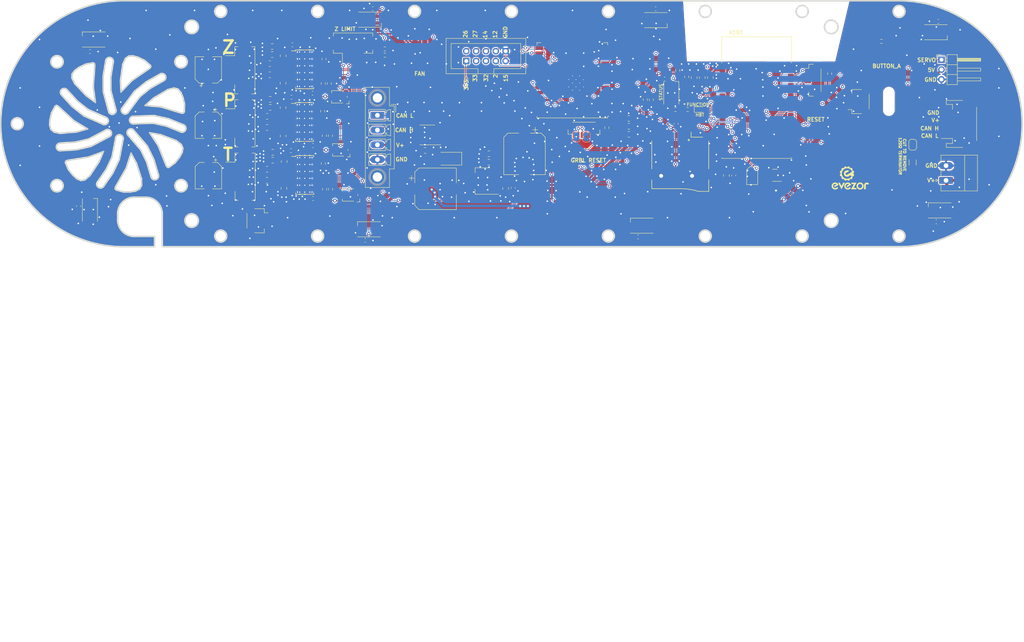
<source format=kicad_pcb>
(kicad_pcb (version 20221018) (generator pcbnew)
  (title_block (date "2023-08-21") (rev "1.3P") (company "EVEZOR"))
  (layers (0 "F.Cu" signal) (31 "B.Cu" signal) (34 "B.Paste" user) (35 "F.Paste" user) (36 "B.SilkS" user "B.Silkscreen") (37 "F.SilkS" user "F.Silkscreen") (38 "B.Mask" user) (39 "F.Mask" user) (44 "Edge.Cuts" user))
  (net 0 "")
  (net 1 "/GRBL_RESET")
  (net 2 "/GRBL_TXDO")
  (net 3 "GND")
  (net 4 "/CAN_H")
  (net 5 "/CAN_L")
  (net 6 "+3V3")
  (net 7 "/RESET")
  (net 8 "/NEO_STATUS")
  (net 9 "/BOOT")
  (net 10 "/VREG_OUT")
  (net 11 "/FUNCTION_BUTTON")
  (net 12 "/CAN_SLP")
  (net 13 "/CAN_RX")
  (net 14 "/CAN_TX")
  (net 15 "+VDC")
  (net 16 "/TXDO")
  (net 17 "/RXD0")
  (net 18 "/GRBL_RXD0")
  (net 19 "/GRBL_BOOT")
  (net 21 "/D2")
  (net 22 "/SD_CS")
  (net 23 "/SD_MOSI")
  (net 24 "/SCK")
  (net 25 "/SD_MISO")
  (net 26 "/D1")
  (net 27 "/HOLD")
  (net 28 "/GRBL_PROBE")
  (net 34 "Net-(U201-CP1)")
  (net 35 "Net-(U201-CP2)")
  (net 36 "Net-(U201-VCP)")
  (net 37 "Net-(U301-CP1)")
  (net 38 "Net-(U301-CP2)")
  (net 39 "Net-(U301-VCP)")
  (net 40 "Net-(U401-CP1)")
  (net 41 "Net-(U401-CP2)")
  (net 42 "/HBT_LED")
  (net 43 "/GRBL_TX")
  (net 44 "/GRBL_RX")
  (net 45 "Net-(U401-VCP)")
  (net 46 "Z_STEP")
  (net 47 "Z_ENABLE")
  (net 48 "Z_DIR")
  (net 49 "/Z_STEPPER/3VP")
  (net 50 "/THETA_STEPPER/3VP")
  (net 51 "/PHI_STEPPER/3VP")
  (net 52 "Net-(J201-Pin_1)")
  (net 53 "Net-(J201-Pin_2)")
  (net 54 "Net-(J301-Pin_1)")
  (net 55 "Net-(J301-Pin_2)")
  (net 56 "Net-(J301-Pin_3)")
  (net 57 "Net-(J301-Pin_4)")
  (net 58 "Net-(J401-Pin_1)")
  (net 59 "Net-(J401-Pin_2)")
  (net 60 "Net-(J401-Pin_3)")
  (net 61 "Net-(J401-Pin_4)")
  (net 62 "Net-(U201-!FAULT)")
  (net 63 "Net-(U201-!HOME)")
  (net 64 "Net-(U201-ISENB)")
  (net 65 "THETA_RESET")
  (net 66 "Net-(U201-ISENA)")
  (net 67 "THETA_DIR")
  (net 68 "THETA_ENABLE")
  (net 69 "THETA_STEP")
  (net 70 "Net-(U301-!FAULT)")
  (net 71 "PHI_RESET")
  (net 72 "Net-(U301-!HOME)")
  (net 73 "PHI_DIR")
  (net 74 "PHI_ENABLE")
  (net 75 "PHI_STEP")
  (net 76 "Net-(U301-!SLEEP)")
  (net 77 "/SCL")
  (net 78 "/SDA")
  (net 79 "/Z_LIMIT")
  (net 80 "Net-(U301-ISENB)")
  (net 81 "Net-(U301-ISENA)")
  (net 82 "Net-(U401-!FAULT)")
  (net 83 "Net-(U401-!HOME)")
  (net 84 "Net-(U401-!SLEEP)")
  (net 85 "Net-(U401-ISENB)")
  (net 86 "Net-(U401-ISENA)")
  (net 87 "Net-(U201-AVREF)")
  (net 88 "Net-(U301-AVREF)")
  (net 89 "Net-(U401-AVREF)")
  (net 101 "Net-(J201-Pin_4)")
  (net 102 "Net-(J201-Pin_3)")
  (net 111 "/P2")
  (net 112 "/P15")
  (net 113 "/P33")
  (net 114 "/P14")
  (net 115 "/P32")
  (net 116 "/P12")
  (net 117 "/P26")
  (net 118 "/P27")
  (net 119 "Net-(U201-!RESET)")
  (net 120 "/BUTTON A")
  (net 121 "Net-(JP103-A)")
  (net 122 "/SERVO")
  (net 124 "Net-(J102-Pin_1)")
  (net 125 "Net-(D101-DOUT)")
  (net 126 "/NEO_RING")
  (net 127 "Net-(D102-DOUT)")
  (net 128 "Net-(D103-DOUT)")
  (net 130 "Net-(D109-K)")
  (net 131 "Net-(D111-K)")
  (net 133 "Net-(D104-DOUT)")
  (net 134 "Net-(D105-DOUT)")
  (net 135 "Net-(D106-DOUT)")
  (net 136 "Net-(D107-DOUT)")
  (footprint "Capacitor_SMD:C_0805_2012Metric" (layer "F.Cu") (at 149.125 157.240501 180)
    (fp_text reference "C203" hide)
    (fp_text value "4.7uF 50V")
  )
  (footprint "LED_SMD:LED_SK6812MINI_PLCC4_3.5x3.5mm_P1.75mm" (layer "F.Cu") (at 244.49 203.495501 180)
    (fp_text reference "D103")
    (fp_text value "SK6812MINI")
  )
  (footprint "Capacitor_SMD:CP_Elec_10x10.5" (layer "F.Cu") (at 191.28 193.960501)
    (fp_text reference "C112" hide)
    (fp_text value "220uF")
  )
  (footprint "Capacitor_SMD:C_0603_1608Metric" (layer "F.Cu") (at 154.35 156.790501 180)
    (fp_text reference "C202" hide)
    (fp_text value "10 nF")
  )
  (footprint "Capacitor_SMD:C_0603_1608Metric" (layer "F.Cu") (at 159.65 182.785501 180)
    (fp_text reference "C402" hide)
    (fp_text value "0.47uF")
  )
  (footprint "Resistor_SMD:R_0603_1608Metric" (layer "F.Cu") (at 253.76 163.395501 90)
    (fp_text reference "R104" hide)
    (fp_text value "10k")
  )
  (footprint "Capacitor_SMD:C_0805_2012Metric" (layer "F.Cu") (at 205.03 184.910501 180)
    (fp_text reference "C119" hide)
    (fp_text value "22uF")
  )
  (footprint "TestPoint:TestPoint_THTPad_D1.0mm_Drill0.5mm" (layer "F.Cu") (at 163 183.920501)
    (fp_text reference "TP401")
    (fp_text value "TestPoint")
  )
  (footprint "Symbol:evezor_18" (layer "F.Cu") (at 298.29 193.250501)
    (fp_text reference "G***" hide)
    (fp_text value "LOGO" hide)
  )
  (footprint "Connector_JST:JST_PH_B3B-PH-SM4-TB_1x03-1MP_P2.00mm_Vertical" (layer "F.Cu") (at 170 158.100501)
    (fp_text reference "J102" hide)
    (fp_text value "Conn_01x03")
  )
  (footprint "Capacitor_SMD:C_0805_2012Metric" (layer "F.Cu") (at 257.99 165.260501 -90)
    (fp_text reference "C114" hide)
    (fp_text value "22uF")
  )
  (footprint "Package_SO:CAN-TRANS-SN65HVD230DR" (layer "F.Cu") (at 272.96 190.565501 -90)
    (fp_text reference "U104")
    (fp_text value "Trans_CAN_SN65HVD230DR")
  )
  (footprint "Resistor_SMD:R_1206_3216Metric" (layer "F.Cu") (at 314.35 187.170501 -90)
    (fp_text reference "R110" hide)
    (fp_text value "120R" hide)
  )
  (footprint "Package_TO_SOT_SMD:SOT-223-3_TabPin2" (layer "F.Cu") (at 203.38 191.960501 180)
    (fp_text reference "U103" hide)
    (fp_text value "AMS1117-3.3")
  )
  (footprint "LED_SMD:LED_0603_1608Metric" (layer "F.Cu") (at 259.5 173.490501)
    (fp_text reference "D111" hide)
    (fp_text value "led_g")
  )
  (footprint "Resistor_SMD:R_0603_1608Metric" (layer "F.Cu") (at 162.15 173.935501 -90)
    (fp_text reference "R402" hide)
    (fp_text value "10k")
  )
  (footprint "Connector_JST:JST_SH_SM04B-SRSS-TB_1x04-1MP_P1.00mm_Horizontal" (layer "F.Cu") (at 300.445 171.440501 90)
    (fp_text reference "J107" hide)
    (fp_text value "Conn_01x04_MountingPin")
  )
  (footprint "Resistor_SMD:R_0603_1608Metric" (layer "F.Cu") (at 256.07 165.065501 90)
    (fp_text reference "R108" hide)
    (fp_text value "10k")
  )
  (footprint "Resistor_SMD:R_0603_1608Metric" (layer "F.Cu") (at 292.94 164.235501 -90)
    (fp_text reference "R109" hide)
    (fp_text value "10k")
  )
  (footprint "Connector_JST:JST_XH_2_VERTICAL" (layer "F.Cu") (at 187.23 161.300501)
    (fp_text reference "J105")
    (fp_text value "fan")
  )
  (footprint "Potentiometer_SMD:Potentiometer_Bourns_TC33X_Vertical" (layer "F.Cu") (at 166.6 183.920501 180)
    (fp_text reference "RV401" hide)
    (fp_text value "10k POT")
  )
  (footprint "Capacitor_SMD:C_0805_2012Metric" (layer "F.Cu") (at 148.625 172.960501)
    (fp_text reference "C406" hide)
    (fp_text value ".1uF 100V")
  )
  (footprint "Connector_JST:JST_SH_BM06B-SRSS-TB_1x06-1MP_P1.00mm_Vertical" (layer "F.Cu") (at 288.7 165.920501 -90)
    (fp_text reference "J112" hide)
    (fp_text value "ftdi_conn")
  )
  (footprint "Connector_JST:JST_PH_S4B-PH-SM4-TB_1x04-1MP_P2.00mm_Horizontal" (layer "F.Cu") (at 326.35 177.220501 90)
    (fp_text reference "J111" hide)
    (fp_text value "Conn_01x04")
  )
  (footprint "RF_Module:ESP32-WROOM-32U_evezor" (layer "F.Cu") (at 226.55 165.945501 180)
    (fp_text reference "U101")
    (fp_text value "ESP32-WROOM-32U")
  )
  (footprint "Capacitor_SMD:C_0805_2012Metric" (layer "F.Cu") (at 151.925 166.690501 90)
    (fp_text reference "C204" hide)
    (fp_text value ".1uF 100V")
  )
  (footprint "Connector_JST:JST_PH_B4B-PH-SM4-TB_1x04-1MP_P2.00mm_Vertical" (layer "F.Cu") (at 140.3925 190.845501 -90)
    (fp_text reference "J301" hide)
    (fp_text value "Conn_01x04_MountingPin" hide)
  )
  (footprint "Capacitor_SMD:C_0603_1608Metric" (layer "F.Cu") (at 320.445 202.490501 180)
    (fp_text reference "C109" hide)
    (fp_text value ".1uF")
  )
  (footprint "LED_SMD:LED_SK6812MINI_PLCC4_3.5x3.5mm_P1.75mm" (layer "F.Cu") (at 103.1 155.420501 180)
    (fp_text reference "D106")
    (fp_text value "SK6812MINI")
  )
  (footprint "LED_SMD:LED_SK6812MINI_PLCC4_3.5x3.5mm_P1.75mm" (layer "F.Cu") (at 320.35 153.545501)
    (fp_text reference "D101")
    (fp_text value "SK6812MINI")
  )
  (footprint "Capacitor_SMD:C_0603_1608Metric" (layer "F.Cu") (at 159.55 169.265501 180)
    (fp_text reference "C206" hide)
    (fp_text value "0.47uF")
  )
  (footprint "Capacitor_SMD:C_0805_2012Metric" (layer "F.Cu") (at 151.95 159.615501 90)
    (fp_text reference "C207" hide)
    (fp_text value ".1uF 100V")
  )
  (footprint "Connector_Card:Conn_uSDcard" (layer "F.Cu") (at 254.4 190.630501)
    (fp_text reference "J110")
    (fp_text value "Micro_SD_Card_Det")
  )
  (footprint "Package_SO:HTSSOP-28-1EP_4.4x9.7mm_P0.65mm_EP3.4x9.5mm_ThermalVias" (layer "F.Cu") (at 157.465 176.685501)
    (fp_text reference "U401" hide)
    (fp_text value "DRV8825PWPR")
  )
  (footprint "LED_SMD:LED_SK6812MINI_PLCC4_3.5x3.5mm_P1.75mm" (layer "F.Cu") (at 174.1 204.420501 180)
    (fp_text reference "D104")
    (fp_text value "SK6812MINI")
  )
  (footprint "LED_SMD:LED_SK6812MINI_PLCC4_3.5x3.5mm_P1.75mm" (layer "F.Cu") (at 248.1 150.420501)
    (fp_text reference "D108")
    (fp_text value "SK6812MINI")
  )
  (footprint "TestPoint:TestPoint_THTPad_D1.0mm_Drill0.5mm" (layer "F.Cu") (at 162.8 170.120501)
    (fp_text reference "TP201")
    (fp_text value "TestPoint")
  )
  (footprint "Connector_JST:JST_SH_SM04B-SRSS-TB_1x04-1MP_P1.00mm_Horizontal" (layer "F.Cu") (at 145.3 202.220501 -90)
    (fp_text reference "J109" hide)
    (fp_text value "Conn_01x04_MountingPin")
  )
  (footprint "Capacitor_SMD:C_0805_2012Metric" (layer "F.Cu") (at 149.25 186.570501)
    (fp_text reference "C306" hide)
    (fp_text value ".1uF 100V")
  )
  (footprint "Package_SO:HTSSOP-28-1EP_4.4x9.7mm_P0.65mm_EP3.4x9.5mm_ThermalVias" (layer "F.Cu") (at 157.5 163.095501)
    (fp_text reference "U201" hide)
    (fp_text value "DRV8825PWPR")
  )
  (footprint "Resistor_SMD:R_0603_1608Metric" (layer "F.Cu") (at 162.575 180.260501 -90)
    (fp_text reference "R403" hide)
    (fp_text value "10k")
  )
  (footprint "Capacitor_SMD:C_0603_1608Metric" (layer "F.Cu") (at 248.065 147.490501)
    (fp_text reference "C111" hide)
    (fp_text value ".1uF")
  )
  (footprint "Resistor_SMD:R_0603_1608Metric" (layer "F.Cu") (at 256.32 173.490501)
    (fp_text reference "R112" hide)
    (fp_text value "10k")
  )
  (footprint "Connector_IDC:IDC-Header_2x05_P2.54mm_Vertical" (layer "F.Cu") (at 199.19 160.970501 90)
    (fp_text reference "J108" hide)
    (fp_text value "Conn_02x05_Odd_Even")
  )
  (footprint "Capacitor_SMD:C_0805_2012Metric" (layer "F.Cu") (at 241.14 177.830501)
    (fp_text reference "C102" hide)
    (fp_text value "22uF")
  )
  (footprint "Button_Switch_SMD:SWITCH_2x3_SMD_TACTILE_GREEN" (layer "F.Cu") (at 259.05 169.730501 180)
    (fp_text reference "SW103")
    (fp_text value "SW_Push")
  )
  (footprint "Potentiometer_SMD:Potentiometer_Bourns_TC33X_Vertical" (layer "F.Cu") (at 166.35 170.220501 180)
    (fp_text reference "RV201" hide)
    (fp_text value "10k POT")
  )
  (footprint "Capacitor_SMD:C_0603_1608Metric" (layer "F.Cu") (at 102.11 158.520501 180)
    (fp_text reference "C106" hide)
    (fp_text value ".1uF")
  )
  (footprint "Connector_Phoenix_MC:PhoenixContact_MC_1,5_2-G-3.81_1x02_P3.81mm_Horizontal" (layer "F.Cu") (at 322.97 191.800501 90)
    (fp_text reference "J106" hide)
    (fp_text value "Conn_01x03")
  )
  (footprint "Resistor_SMD:R_0603_1608Metric" (layer "F.Cu") (at 178.185 157.850501)
    (fp_text reference "R102" hide)
    (fp_text value "4.7k")
  )
  (footprint "Capacitor_SMD:C_0603_1608Metric" (layer "F.Cu") (at 99.17 198.450501 90)
    (fp_text reference "C105" hide)
    (fp_text value ".1uF")
  )
  (footprint "RF_Module:XCVR_ESP32-WROVER-I" (layer "F.Cu") (at 274.1 170.420501)
    (fp_text reference "A101")
    (fp_text value "ESP32-WROVER-I")
  )
  (footprint "Capacitor_SMD:CP_Elec_6.3x7.7" (layer "F.Cu") (at 132.6675 190.570501 -90)
    (fp_text reference "C304" hide)
    (fp_text value "47uF")
  )
  (footprint "Capacitor_SMD:CP_Elec_10x10.5" (layer "F.Cu") (at 214.23 184.960501 -90)
    (fp_text reference "C115" hide)
    (fp_text value "220uF")
  )
  (footprint "Connector_JST:JST_SH_BM06B-SRSS-TB_1x06-1MP_P1.00mm_Vertical" (layer "F.Cu") (at 229.56 178.780501)
    (fp_text reference "J101" hide)
    (fp_text value "ftdi_conn")
  )
  (footprint "Capacitor_SMD:C_0805_2012Metric" (layer "F.Cu") (at 152.15 193.845501 90)
    (fp_text reference "C307" hide)
    (fp_text value ".1uF 100V")
  )
  (footprint "Capacitor_SMD:C_0603_1608Metric" (layer "F.Cu") (at 268.2 190.530501 90)
    (fp_text reference "C123" hide)
    (fp_text value ".1uF")
  )
  (footprint "Capacitor_SMD:C_0805_2012Metric" (layer "F.Cu") (at 151.925 173.035501 90)
    (fp_text reference "C403" hide)
    (fp_text value ".1uF 100V")
  )
  (footprint "LED_SMD:LED_SK6812MINI_PLCC4_3.5x3.5mm_P1.75mm" (layer "F.Cu") (at 252.09 169.200501 90)
    (fp_text reference "D112")
    (fp_text value "SK6812MINI")
  )
  (footprint "Button_Switch_SMD:SWITCH_2x3_SMD_TACTILE_GREEN" (layer "F.Cu") (at 289.52 173.230501 180)
    (fp_text reference "SW104")
    (fp_text value "SW_Push")
  )
  (footprint "Capacitor_SMD:C_0603_1608Metric" (layer "F.Cu") (at 250.43 165.640501)
    (fp_text reference "C125" hide)
    (fp_text value ".1uF")
  )
  (footprint "TestPoint:TestPoint_THTPad_D1.0mm_Drill0.5mm" (layer "F.Cu") (at 165.29 197.020501)
    (fp_text reference "TP301")
    (fp_text value "TestPoint")
  )
  (footprint "Connector_JST:JST_PH_B4B-PH-SM4-TB_1x04-1MP_P2.00mm_Vertical" (layer "F.Cu") (at 140.3175 163.370501 -90)
    (fp_text reference "J201" hide)
    (fp_text value "Conn_01x04_MountingPin")
  )
  (footprint "Capacitor_SMD:C_0805_2012Metric" (layer "F.Cu") (at 266.3 190.530501 90)
    (fp_text reference "C124" hide)
    (fp_text value "22uF")
  )
  (footprint "Capacitor_SMD:C_0805_2012Metric" (layer "F.Cu") (at 149.125 159.315501)
    (fp_text reference "C205" hide)
    (fp_text value ".1uF 100V")
  )
  (footprint "Resistor_SMD:R_0603_1608Metric" (layer "F.Cu") (at 178.195 159.460501 180)
    (fp_text reference "R101" hide)
    (fp_text value "10k")
  )
  (footprint "Capacitor_SMD:C_0805_2012Metric" (layer "F.Cu") (at 148.625 170.885501 180)
    (fp_text reference "C405" hide)
    (fp_text value "4.7uF 50V")
  )
  (footprint "Capacitor_SMD:CP_Elec_6.3x7.7" (layer "F.Cu") (at 132.6425 177.545501 -90)
    (fp_text reference "C404" hide)
    (fp_text value "47uF")
  )
  (footprint "Capacitor_SMD:C_0603_1608Metric" (layer "F.Cu") (at 154.1 170.310501 180)
    (fp_text reference "C401" hide)
    (fp_text value "10 nF")
  )
  (footprint "Capacitor_SMD:CP_Elec_6.3x7.7" (layer "F.Cu") (at 132.6425 163.270501 90)
    (fp_text reference "C201" hide)
    (fp_text value "47uF")
  )
  (footprint "Resistor_SMD:R_0603_1608Metric" (layer "F.Cu") (at 235.47 178.205501 90)
    (fp_text reference "R103" hide)
    (fp_text value "10k")
  )
  (footprint "Capacitor_SMD:C_0603_1608Metric" (layer "F.Cu") (at 175.065 147.480501)
    (fp_text reference "C104" hide)
    (fp_text value ".1uF")
  )
  (footprint "Capacitor_SMD:C_0805_2012Metric" (layer "F.Cu") (at 209.35 193.895501 -90)
    (fp_text reference "C121" hide)
    (fp_text value "22uF")
  )
  (footprint "Capacitor_SMD:C_0603_1608Metric" (layer "F.Cu") (at 153.95 184.095501 180)
    (fp_text reference "C301" hide)
    (fp_text value "10 nF")
  )
  (footprint "LED_SMD:LED_SK6812MINI_PLCC4_3.5x3.5mm_P1.75mm" (layer "F.Cu") (at 174.35 150.295501)
    (fp_text reference "D107")
    (fp_text value "SK6812MINI")
  )
  (footprint "Capacitor_SMD:C_0805_2012Metric" (layer "F.Cu") (at 149.25 184.520501 180)
    (fp_text reference "C305" hide)
    (fp_text value "4.7uF 50V")
  )
  (footprint "Resistor_SMD:R_0603_1608Metric" (layer "F.Cu") (at 162.325 187.445501 -90)
    (fp_text reference "R302" hide)
    (fp_text value "10k")
  )
  (footprint "Capacitor_SMD:C_0805_2012Metric" (layer "F.Cu") (at 205.03 187.110501 180)
    (fp_text reference "C118" hide)
    (fp_text value "4.7uF 50V")
  )
  (footprint "Capacitor_SMD:C_0805_2012Metric" (layer "F.Cu") (at 241.13 175.790501)
    (fp_text reference "C101" hide)
    (fp_text value "22uF")
  )
  (footprint "Resistor_SMD:R_0805_2012Metric" (layer "F.Cu") (at 147.8 188.920501)
    (fp_text reference "R305" hide)
    (fp_text value "0.1R")
  )
  (footprint "Button_Switch_SMD:SWITCH_2x3_SMD_TACTILE_GREEN" (layer "F.Cu") (at 307.35 159.510501)
    (fp_text reference "SW102")
    (fp_text value "SW_Push")
  )
  (footprint "LED_SMD:LED_SK6812MINI_PLCC4_3.5x3.5mm_P1.75mm" (layer "F.Cu") (at 321.35 199.545501 180)
    (fp_text reference "D102")
    (fp_text value "SK6812MINI")
  )
  (footprint "Resistor_SMD:R_0603_1608Metric" (layer "F.Cu") (at 162.625 194.070501 -90)
    (fp_text reference "R303" hide)
    (fp_text value "10k")
  )
  (footprint "Capacitor_SMD:C_0805_2012Metric" (layer "F.Cu") (at 151.95 180.335501 90)
    (fp_text reference "C407" hide)
    (fp_text value ".1uF 100V")
  )
  (footprint "Resistor_SMD:R_0805_2012Metric" (layer "F.Cu") (at 148.5 164.540501)
    (fp_text reference "R204" hide)
    (fp_text value "0.1R")
  )
  (footprint "Capacitor_SMD:C_0603_1608Metric" (layer "F.Cu") (at 243.52 206.375501 180)
    (fp_text reference "C108" hide)
    (fp_text value ".1uF")
  )
  (footprint "Inductor_SMD:INDUCTOR-68uH" (layer "F.Cu") (at 200.83 177.860501 180)
    (fp_text reference "L101")
    (fp_text value "68uF")
  )
  (footprint "Diode_SMD:D_SMA" (layer "F.Cu") (at 194.625 186.195501 180)
    (fp_text reference "D109" hide)
    (fp_text value "SX35_SCHOTTKY")
  )
  (footprint "Connector_PinHeader_2.54mm:PinHeader_1x03_P2.54mm_Horizontal" (layer "F.Cu") (at 321.7925 160.650501)
    (fp_text reference "J104" hide)
    (fp_text value "Conn_01x03")
  )
  (footprint "Capacitor_SMD:C_0805_2012Metric" (layer "F.Cu") (at 188.58 184.060501 180)
    (fp_text reference "C113" hide)
    (fp_text value "4.7uF 50V")
  )
  (footprint "Package_SO:SOIC-8_3.9x4.9mm_P1.27mm" (layer "F.Cu") (at 189.155 180.055501 180)
    (fp_text reference "U102" hide)
    (fp_text value "XL1509")
  )
  (footprint "Capacitor_SMD:C_0603_1608Metric" (layer "F.Cu") (at 211.3 193.745501 -90)
    (fp_text reference "C122" hide)
    (fp_text value ".1uF")
  )
  (footprint "Resistor_SMD:R_0805_2012Metric" (layer "F.Cu") (at 147.7875 191.770501)
    (fp_text reference "R304" hide)
    (fp_text value "0.1R")
  )
  (footprint "Resistor_SMD:R_0603_1608Metric" (layer "F.Cu") (at 306.305 155.900501)
    (fp_text reference "R107" hide)
    (fp_text value "10k")
  )
  (footprint "Capacitor_SMD:C_0805_2012Metric" (layer "F.Cu") (at 152.225 186.945501 90)
    (fp_text reference "C303" hide)
    (fp_text value ".1uF 100V")
  )
  (footprint "Button_Switch_SMD:SWITCH_2x3_SMD_TACTILE_GREEN" (layer "F.Cu") (at 231.05 183.830501)
    (fp_text reference "SW101")
    (fp_text value "SW_Push")
  )
  (footprint "Package_TO_SOT_SMD:SOT-23" (layer "F.Cu") (at 278.8375 190.480501 180)
    (fp_text reference "D110" hide)
    (fp_text value "D_TVS_x2_AAC")
  )
  (footprint "Symbol:EVEZOR_GEAR" (layer "F.Cu") (at 297.41 190.010501)
    (fp_text reference "G***" hide)
    (fp_text value "LOGO" hide)
  )
  (footprint "Resistor_SMD:R_0603_1608Metric" (layer "F.Cu") (at 246.94 170.945501 -90)
    (fp_text reference "R106" hide)
    (fp_text value "4.7k")
  )
  (footprint "Capacitor_SMD:C_0603_1608Metric" (layer "F.Cu") (at 253.33 177.175501 90)
    (fp_text reference "C120" hide)
    (fp_text value ".1uF")
  )
  (footprint "Resistor_SMD:R_0603_1608Metric" (layer "F.Cu") (at 164.15 180.260501 -90)
    (fp_text reference "R401" hide)
    (fp_text value "1.5k")
  )
  (footprint "Resistor_SMD:R_0603_1608Metric" (layer "F.Cu") (at 245.36 170.945501 -90)
    (fp_text reference "R105" hide)
    (fp_text value "4.7k")
  )
  (footprint "Connector_JST:JST_PH_B4B-PH-SM4-TB_1x04-1MP_P2.00mm_Vertical" (layer "F.Cu") (at 140.3425 177.070501 -90)
    (fp_text reference "J401" hide)
    (fp_text value "Conn_01x04_MountingPin")
  )
  (footprint "Resistor_SMD:R_0603_1608Metric" (layer "F.Cu") (at 162.3 166.790501 -90)
    (fp_text reference "R203" hide)
    (fp_text value "10k")
  )
  (footprint "Capacitor_SMD:C_0805_2012Metric" (layer "F.Cu") (at 260.07 165.260501 -90)
    (fp_text reference "C116" hide)
    (fp_text value "22uF")
  )
  (footprint "Resistor_SMD:R_0805_2012Metric" (layer "F.Cu") (at 148.525 161.640501)
    (fp_text reference "R205" hide)
    (fp_text value "0.1R")
  )
  (footprint "LED_SMD:LED_SK6812MINI_PLCC4_3.5x3.5mm_P1.75mm" (layer "F.Cu") (at 102.1 199.420501 90)
    (fp_text reference "D105")
    (fp_text value "SK6812MINI")
  )
  (footprint "Resistor_SMD:R_0603_1608Metric" (layer "F.Cu") (at 164.175 194.070501 -90)
    (fp_text reference "R301" hide)
    (fp_text value "1.5k")
  )
  (footprint "Resistor_SMD:R_0603_1608Metric" (layer "F.Cu") (at 253.155 173.490501 180)
    (fp_text reference "R111" hide)
    (fp_text value "10k")
  )
  (footprint "Capacitor_SMD:C_0805_2012Metric" (layer "F.Cu") (at 262.17 165.260501 -90)
    (fp_text reference "C117" hide)
    (fp_text value "22uF")
  )
  (footprint "Potentiometer_SMD:Potentiometer_Bourns_TC33X_Vertical" (layer "F.Cu") (at 169.13 195.560501 180)
    (fp_text reference "RV301" hide)
    (fp_text value "10k POT")
  )
  (footprint "Resistor_SMD:R_0603_1608Metric" (layer "F.Cu") (at 163.85 166.790501 -90)
    (fp_text reference "R201" hide)
    (fp_text value "1.5k")
  )
  (footprint "Resistor_SMD:R_0805_2012Metric" (layer "F.Cu") (at 147.8 178.135501)
    (fp_text reference "R404" hide)
    (fp_text value "0.1R")
  )
  (footprint "Capacitor_SMD:C_0603_1608Metric" (layer "F.Cu") (at 173.12 207.270501 180)
    (fp_text reference "C107" hide)
    (fp_text value ".1uF")
  )
  (footprint "Capacitor_SMD:C_0603_1608Metric" (layer "F.Cu") (at 159.7 196.470501 180)
    (fp_text reference "C302" hide)
    (fp_text value "0.47uF")
  )
  (footprint "Package_SO:HTSSOP-28-1EP_4.4x9.7mm_P0.65mm_EP3.4x9.5mm_ThermalVias" (layer "F.Cu") (at 157.525 190.370501)
    (fp_text reference "U301" hide)
    (fp_text value "DRV8825PWPR")
  )
  (footprint "Jumper:SolderJumper-2_P1.3mm_Bridged2Bar_RoundedPad1.0x1.5mm" (layer "F.Cu") (at 314.375 182.595501 90)
    (fp_text reference "JP103" hide)
    (fp_text value "can_jumper" hide)
  )
  (footprint "Capacitor_SMD:C_0805_2012Metric" (layer "F.Cu") (at 241.15 179.910501)
    (fp_text reference "C103" hide)
    (fp_text value "22uF")
  )
  (footprint "Capacitor_SMD:C_0603_1608Metric" (layer "F.Cu") (at 320.97 150.740501)
    (fp_text reference "C110" hide)
    (fp_text value ".1uF")
  )
  (footprint "Resistor_SMD:R_0603_1608Metric" (layer "F.Cu") (at 162.5 160.465501 -90)
    (fp_text reference "R202" hide)
    (fp_text value "10k")
  )
  (footprint "Connector_Phoenix_MC:PhoenixContact_MCV_1,5_4-GF-3.81_1x04_P3.81mm_Vertical_ThreadedFlange_MountHole" (layer "F.Cu") (at 176.27 174.990501 -90)
    (fp_text reference "J103" hide)
    (fp_text value "Conn_01x02")
  )
  (footprint "Resistor_SMD:R_0805_2012Metric" (layer "F.Cu") (at 147.825 175.260501)
    (fp_text reference "R405" hide)
    (fp_text value "0.1R")
  )
  (footprint "Jumper:SolderJumper-2_P1.3mm_Bridged2Bar_RoundedPad1.0x1.5mm" (layer "B.Cu") (at 227.58 180.520501 -90)
    (fp_text reference "JP102" hide)
    (fp_text value "SolderJumper_2_Bridged")
  )
  (footprint "Jumper:SolderJumper-2_P1.3mm_Bridged2Bar_RoundedPad1.0x1.5mm" (layer "B.Cu") (at 230.14 180.530501 -90)
    (fp_text reference "JP101" hide)
    (fp_text value "SolderJumper_2_Bridged")
  )
  (gr_line (start 96.247292 168.417834) (end 98.872845 171.306765) (stroke (width 0.4)) (layer "Edge.Cuts"))
  (gr_line (start 113.262082 159.650908) (end 112.115332 159.679916) (stroke (width 0.4)) (layer "Edge.Cuts"))
  (gr_line (start 108.696166 193.460882) (end 108.588973 193.948778) (stroke (width 0.4)) (layer "Edge.Cuts"))
  (gr_arc (start 108.708973 180.989357) (mid 109.715271 179.995695) (end 110.708933 181.001994) (stroke (width 0.4)) (layer "Edge.Cuts"))
  (gr_line (start 92.191612 174.350908) (end 91.781802 176.146505) (stroke (width 0.4)) (layer "Edge.Cuts"))
  (gr_line (start 116.23495 160.816172) (end 114.575564 160.017079) (stroke (width 0.4)) (layer "Edge.Cuts"))
  (gr_line (start 117.809882 162.496836) (end 117.713294 162.09217) (stroke (width 0.4)) (layer "Edge.Cuts"))
  (gr_line (start 120.416586 172.832948) (end 116.343361 172.450127) (stroke (width 0.4)) (layer "Edge.Cuts"))
  (gr_line (start 109.672011 186.453242) (end 110.708992 181.001995) (stroke (width 0.4)) (layer "Edge.Cuts"))
  (gr_arc (start 106.175683 160.804012) (mid 107.379577 160.061962) (end 108.121628 161.265856) (stroke (width 0.4)) (layer "Edge.Cuts"))
  (gr_line (start 309.72 173.640501) (end 309.72 169.140501) (stroke (width 0.05)) (layer "Edge.Cuts"))
  (gr_line (start 97.693737 190.470756) (end 98.718267 191.370563) (stroke (width 0.4)) (layer "Edge.Cuts"))
  (gr_line (start 99.294922 162.593343) (end 98.189696 163.391961) (stroke (width 0.4)) (layer "Edge.Cuts"))
  (gr_circle (center 210.85 206.170501) (end 212.4 206.170501) (stroke (width 0.4)) (fill none) (layer "Edge.Cuts"))
  (gr_line (start 114.575564 160.017079) (end 113.262082 159.650908) (stroke (width 0.4)) (layer "Edge.Cuts"))
  (gr_arc (start 106.062546 178.847007) (mid 107.46684 179.014225) (end 107.29962 180.418518) (stroke (width 0.4)) (layer "Edge.Cuts"))
  (gr_line (start 120.767097 200.380393) (end 120.767097 208.920501) (stroke (width 0.4)) (layer "Edge.Cuts"))
  (gr_circle (center 260.85 206.170501) (end 262.4 206.170501) (stroke (width 0.4)) (fill none) (layer "Edge.Cuts"))
  (gr_line (start 113.494882 196.131377) (end 116.518081 196.131377) (stroke (width 0.4)) (layer "Edge.Cuts"))
  (gr_line (start 123.808783 167.938298) (end 122.200462 168.343361) (stroke (width 0.4)) (layer "Edge.Cuts"))
  (gr_line (start 114.100694 187.328152) (end 112.713805 184.78535) (stroke (width 0.4)) (layer "Edge.Cuts"))
  (gr_line (start 102.976601 167.60013) (end 103.509755 171.656417) (stroke (width 0.4)) (layer "Edge.Cuts"))
  (gr_line (start 117.713294 162.09217) (end 116.23495 160.816172) (stroke (width 0.4)) (layer "Edge.Cuts"))
  (gr_line (start 124.36139 181.510428) (end 120.351502 179.992787) (stroke (width 0.4)) (layer "Edge.Cuts"))
  (gr_line (start 122.091214 188.429917) (end 122.507227 188.425798) (stroke (width 0.4)) (layer "Edge.Cuts"))
  (gr_line (start 94.436579 179.660716) (end 98.707843 179.288239) (stroke (width 0.4)) (layer "Edge.Cuts"))
  (gr_circle (center 235.85 206.170501) (end 237.4 206.170501) (stroke (width 0.4)) (fill none) (layer "Edge.Cuts"))
  (gr_line (start 125.695388 174.436548) (end 120.416586 172.832948) (stroke (width 0.4)) (layer "Edge.Cuts"))
  (gr_line (start 109.245866 202.024468) (end 109.245866 200.380393) (stroke (width 0.4)) (layer "Edge.Cuts"))
  (gr_circle (center 185.85 148.170501) (end 187.4 148.170501) (stroke (width 0.4)) (fill none) (layer "Edge.Cuts"))
  (gr_arc (start 116.518081 196.131377) (mid 119.522589 197.375885) (end 120.767097 200.380393) (stroke (width 0.4)) (layer "Edge.Cuts"))
  (gr_line (start 97.449836 165.382144) (end 98.202627 166.860007) (stroke (width 0.4)) (layer "Edge.Cuts"))
  (gr_arc (start 119.805512 190.426071) (mid 119.042804 191.616985) (end 117.85189 190.854277) (stroke (width 0.4)) (layer "Edge.Cuts"))
  (gr_circle (center 185.85 206.170501) (end 187.4 206.170501) (stroke (width 0.4)) (fill none) (layer "Edge.Cuts"))
  (gr_line (start 121.776595 188.041911) (end 122.091214 188.429917) (stroke (width 0.4)) (layer "Edge.Cuts"))
  (gr_line (start 103.365351 162.096844) (end 102.976601 167.60013) (stroke (width 0.4)) (layer "Edge.Cuts"))
  (gr_line (start 105.603206 193.406326) (end 108.009015 189.953058) (stroke (width 0.4)) (layer "Edge.Cuts"))
  (gr_line (start 122.200462 168.343361) (end 118.513798 170.532183) (stroke (width 0.4)) (layer "Edge.Cuts"))
  (gr_line (start 113.581907 168.780169) (end 110.282411 173.241643) (stroke (width 0.4)) (layer "Edge.Cuts"))
  (gr_line (start 125.584434 169.102466) (end 124.846768 168.223987) (stroke (width 0.4)) (layer "Edge.Cuts"))
  (gr_line (start 118.767097 208.920501) (end 118.767097 206.273484) (stroke (width 0.4)) (layer "Edge.Cuts"))
  (gr_line (start 121.828168 177.794834) (end 118.394305 177.028577) (stroke (width 0.4)) (layer "Edge.Cuts"))
  (gr_line (start 97.504276 172.765195) (end 100.546293 175.165278) (stroke (width 0.4)) (layer "Edge.Cuts"))
  (gr_line (start 110.558717 161.82331) (end 109.97141 166.070368) (stroke (width 0.4)) (layer "Edge.Cuts"))
  (gr_circle (center 93.610077 193.170501) (end 95.210077 193.170501) (stroke (width 0.4)) (fill none) (layer "Edge.Cuts"))
  (gr_line (start 99.76404 191.841984) (end 100.823187 191.649016) (stroke (width 0.4)) (layer "Edge.Cuts"))
  (gr_arc (start 105.603205 193.406326) (mid 104.19657 193.552539) (end 104.050357 192.145905) (stroke (width 0.4)) (layer "Edge.Cuts"))
  (gr_line (start 120.351502 179.992787) (end 117.498748 179.491689) (stroke (width 0.4)) (layer "Edge.Cuts"))
  (gr_line (start 122.428418 175.887035) (end 118.646298 175.044516) (stroke (width 0.4)) (layer "Edge.Cuts"))
  (gr_line (start 109.97141 166.070368) (end 110.117673 168.963102) (stroke (width 0.4)) (layer "Edge.Cuts"))
  (gr_line (start 120.767097 208.920501) (end 310.85 208.920501) (stroke (width 0.4)) (layer "Edge.Cuts"))
  (gr_line (start 116.906231 182.909773) (end 113.290822 178.700232) (stroke (width 0.4)) (layer "Edge.Cuts"))
  (gr_line (start 116.598727 166.34849) (end 113.581907 168.780169) (stroke (width 0.4)) (layer "Edge.Cuts"))
  (gr_line (start 107.793768 185.766071) (end 108.70904 180.989357) (stroke (width 0.4)) (layer "Edge.Cuts"))
  (gr_line (start 93.479683 172.44148) (end 93.106656 172.625693) (stroke (width 0.4)) (layer "Edge.Cuts"))
  (gr_line (start 112.956589 166.017212) (end 110.117673 168.963102) (stroke (width 0.4)) (layer "Edge.Cuts"))
  (gr_line (start 94.418154 184.160674) (end 98.618026 183.888534) (stroke (width 0.4)) (layer "Edge.Cuts"))
  (gr_line (start 112.578919 194.779645) (end 113.9212 194.539655) (stroke (width 0.4)) (layer "Edge.Cuts"))
  (gr_arc (start 94.672931 169.651279) (mid 94.843389 168.247375) (end 96.247292 168.417834) (stroke (width 0.4)) (layer "Edge.Cuts"))
  (gr_line (start 104.46836 187.014598) (end 105.591691 184.344874) (stroke (width 0.4)) (layer "Edge.Cuts"))
  (gr_line (start 94.67293 169.651279) (end 97.504276 172.765195) (stroke (width 0.4)) (layer "Edge.Cuts"))
  (gr_line (start 118.767097 206.273484) (end 113.494882 206.273484) (stroke (width 0.4)) (layer "Edge.Cuts"))
  (gr_arc (start 113.494882 206.273484) (mid 110.490374 205.028976) (end 109.245866 202.024468) (stroke (width 0.4)) (layer "Edge.Cuts"))
  (gr_line (start 125.680852 182.515312) (end 124.36139 181.510428) (stroke (width 0.4)) (layer "Edge.Cuts"))
  (gr_line (start 101.755743 185.76727) (end 105.591691 184.344874) (stroke (width 0.4)) (layer "Edge.Cuts"))
  (gr_line (start 103.250239 161.610755) (end 102.873637 161.433965) (stroke (width 0.4)) (layer "Edge.Cuts"))
  (gr_circle (center 235.85 148.170501) (end 237.4 148.170501) (stroke (width 0.4)) (fill none) (layer "Edge.Cuts"))
  (gr_arc (start 106.087482 175.442214) (mid 106.832307 176.644392) (end 105.630129 177.389219) (stroke (width 0.4)) (layer "Edge.Cuts"))
  (gr_line (start 112.115332 159.679916) (end 111.244799 160.313321) (stroke (width 0.4)) (layer "Edge.Cuts"))
  (gr_line (start 125.44717 179.258486) (end 121.828168 177.794834) (stroke (width 0.4)) (layer "Edge.Cuts"))
  (gr_line (start 125.695388 174.436548) (end 126.194905 174.432486) (stroke (width 0.4)) (layer "Edge.Cuts"))
  (gr_line (start 110.73715 194.779667) (end 112.578919 194.779645) (stroke (width 0.4)) (layer "Edge.Cuts"))
  (gr_arc (start 109.245866 200.380393) (mid 110.490374 197.375885) (end 113.494882 196.131377) (stroke (width 0.4)) (layer "Edge.Cuts"))
  (gr_circle (center 210.85 148.170501) (end 212.4 148.170501) (stroke (width 0.4)) (fill none) (layer "Edge.Cuts"))
  (gr_arc (start 110.85 208.920501) (mid 79.1 177.170501) (end 110.85 145.420501) (stroke (width 0.4)) (layer "Edge.Cuts"))
  (gr_line (start 126.330449 177.464101) (end 122.428418 175.887035) (stroke (width 0.4)) (layer "Edge.Cuts"))
  (gr_line (start 106.282616 188.943332) (end 107.793768 185.766071) (stroke (width 0.4)) (layer "Edge.Cuts"))
  (gr_circle (center 128.35 152.170501) (end 130.1 152.170501) (stroke (width 0.4)) (fill none) (layer "Edge.Cuts"))
  (gr_line (start 125.87777 184.629419) (end 126.104664 183.504965) (stroke (width 0.4)) (layer "Edge.Cuts"))
  (gr_line (start 118.513798 170.532183) (end 116.343361 172.450127) (stroke (width 0.4)) (layer "Edge.Cuts"))
  (gr_line (start 105.50644 164.959141) (end 105.526646 168.833913) (stroke (width 0.4)) (layer "Edge.Cuts"))
  (gr_circle (center 135.85 148.170501) (end 137.4 148.170501) (stroke (width 0.4)) (fill none) (layer "Edge.Cuts"))
  (gr_line (start 126.526947 172.153278) (end 126.117093 170.357691) (stroke (width 0.4)) (layer "Edge.Cuts"))
  (gr_circle (center 125.610077 161.170501) (end 127.210077 161.170501) (stroke (width 0.4)) (fill none) (layer "Edge.Cuts"))
  (gr_line (start 98.189696 163.391961) (end 97.497388 164.306613) (stroke (width 0.4)) (layer "Edge.Cuts"))
  (gr_line (start 100.546293 175.165278) (end 105.630115 177.389277) (stroke (width 0.4)) (layer "Edge.Cuts"))
  (gr_line (start 110.85 145.420501) (end 310.85 145.420501) (stroke (width 0.4)) (layer "Edge.Cuts"))
  (gr_line (start 110.85 208.920501) (end 118.767097 208.920501) (stroke (width 0.4)) (layer "Edge.Cuts"))
  (gr_arc (start 126.330449 177.464101) (mid 126.786002 178.802934) (end 125.44717 179.258487) (stroke (width 0.4)) (layer "Edge.Cuts"))
  (gr_line (start 97.497388 164.306613) (end 97.449836 165.382144) (stroke (width 0.4)) (layer "Edge.Cuts"))
  (gr_line (start 101.156931 169.967179) (end 103.509755 171.656417) (stroke (width 0.4)) (layer "Edge.Cuts"))
  (gr_line (start 92.000546 178.620079) (end 92.811782 179.32784) (stroke (width 0.4)) (layer "Edge.Cuts"))
  (gr_line (start 106.175683 160.804011) (end 105.50644 164.959141) (stroke (width 0.4)) (layer "Edge.Cuts"))
  (gr_arc (start 120.264604 164.281045) (mid 121.595378 164.759627) (end 121.116796 166.090401) (stroke (width 0.4)) (layer "Edge.Cuts"))
  (gr_line (start 104.050357 192.145905) (end 106.282616 188.943332) (stroke (width 0.4)) (layer "Edge.Cuts"))
  (gr_line (start 101.757339 181.109704) (end 106.062588 178.84706) (stroke (width 0.4)) (layer "Edge.Cuts"))
  (gr_line (start 93.931495 172.654553) (end 93.479683 172.44148) (stroke (width 0.4)) (layer "Edge.Cuts"))
  (gr_line (start 115.197914 183.949799) (end 112.033992 180.255978) (stroke (width 0.4)) (layer "Edge.Cuts"))
  (gr_line (start 102.096485 190.586243) (end 104.46836 187.014598) (stroke (width 0.4)) (layer "Edge.Cuts"))
  (gr_line (start 120.264604 164.281044) (end 116.598727 166.34849) (stroke (width 0.4)) (layer "Edge.Cuts"))
  (gr_line (start 108.121627 161.265856) (end 107.499976 165.119816) (stroke (width 0.4)) (layer "Edge.Cuts"))
  (gr_line (start 115.4513 193.067574) (end 115.414278 191.409442) (stroke (width 0.4)) (layer "Edge.Cuts"))
  (gr_circle (center 293.35 202.170501) (end 295.1 202.170501) (stroke (width 0.4)) (fill none) (layer "Edge.Cuts"))
  (gr_line (start 98.202627 166.860007) (end 101.156931 169.967179) (stroke (width 0.4)) (layer "Edge.Cuts"))
  (gr_line (start 91.717089 177.508535) (end 92.000546 178.620079) (stroke (width 0.4)) (layer "Edge.Cuts"))
  (gr_line (start 119.805513 190.426071) (end 118.605636 186.392055) (stroke (width 0.4)) (layer "Edge.Cuts"))
  (gr_line (start 117.501613 162.889906) (end 117.809882 162.496836) (stroke (width 0.4)) (layer "Edge.Cuts"))
  (gr_line (start 107.517037 168.638093) (end 108.764943 173.338885) (stroke (width 0.4)) (layer "Edge.Cuts"))
  (gr_line (start 98.331069 181.909227) (end 101.757339 181.109704) (stroke (width 0.4)) (layer "Edge.Cuts"))
  (gr_circle (center 160.85 206.170501) (end 162.4 206.170501) (stroke (width 0.4)) (fill none) (layer "Edge.Cuts"))
  (gr_line (start 94.435406 182.160749) (end 98.331069 181.909227) (stroke (width 0.4)) (layer "Edge.Cuts"))
  (gr_line (start 108.696166 193.460882) (end 111.434204 188.671264) (stroke (width 0.4)) (layer "Edge.Cuts"))
  (gr_line (start 114.9418 194.015963) (end 115.4513 193.067574) (stroke (width 0.4)) (layer "Edge.Cuts"))
  (gr_line (start 118.394305 177.028577) (end 113.533686 177.199172) (stroke (width 0.4)) (layer "Edge.Cuts"))
  (gr_line (start 100.954289 161.794209) (end 99.294922 162.593343) (stroke (width 0.4)) (layer "Edge.Cuts"))
  (gr_line (start 92.811782 179.32784) (end 94.436579 179.660716) (stroke (width 0.4)) (layer "Edge.Cuts"))
  (gr_line (start 125.228502 185.828488) (end 125.87777 184.629419) (stroke (width 0.4)) (layer "Edge.Cuts"))
  (gr_line (start 119.73906 182.91495) (end 117.498748 179.491689) (stroke (width 0.4)) (layer "Edge.Cuts"))
  (gr_line (start 102.873637 161.433965) (end 100.954289 161.794209) (stroke (width 0.4)) (layer "Edge.Cuts"))
  (gr_arc (start 306.72 169.140501) (mid 308.22 167.640501) (end 309.72 169.140501) (stroke (width 0.05)) (layer "Edge.Cuts"))
  (gr_line (start 107.499976 165.119816) (end 107.517037 168.638093) (stroke (width 0.4)) (layer "Edge.Cuts"))
  (gr_circle (center 285.85 148.170501) (end 287.4 148.170501) (stroke (width 0.4)) (fill none) (layer "Edge.Cuts"))
  (gr_circle (center 310.85 206.170501) (end 312.4 206.170501) (stroke (width 0.4)) (fill none) (layer "Edge.Cuts"))
  (gr_circle (center 93.610077 161.170501) (end 95.210077 161.170501) (stroke (width 0.4)) (fill none) (layer "Edge.Cuts"))
  (gr_line (start 126.451064 174.104666) (end 126.526947 172.153278) (stroke (width 0.4)) (layer "Edge.Cuts"))
  (gr_circle (center 160.85 148.170501) (end 162.4 148.170501) (stroke (width 0.4)) (fill none) (layer "Edge.Cuts"))
  (gr_line (start 95.855643 186.833254) (end 95.767088 187.239753) (stroke (width 0.4)) (layer "Edge.Cuts"))
  (gr_line (start 306.72 173.640501) (end 306.72 169.140501) (stroke (width 0.05)) (layer "Edge.Cuts"))
  (gr_line (start 114.975993 170.214227) (end 112.078823 174.120776) (stroke (width 0.4)) (layer "Edge.Cuts"))
  (gr_line (start 122.507227 188.425798) (end 124.080196 187.268455) (stroke (width 0.4)) (layer "Edge.Cuts"))
  (gr_line (start 96.30393 186.612863) (end 101.755743 185.76727) (stroke (width 0.4)) (layer "Edge.Cuts"))
  (gr_line (start 124.846768 168.223987) (end 123.808783 167.938298) (stroke (width 0.4)) (layer "Edge.Cuts"))
  (gr_line (start 117.501613 162.889906) (end 112.956589 166.017212) (stroke (width 0.4)) (layer "Edge.Cuts"))
  (gr_line (start 100.823187 191.649016) (end 102.096485 190.586243) (stroke (width 0.4)) (layer "Edge.Cuts"))
  (gr_line (start 98.872845 171.306765) (end 101.634182 173.487036) (stroke (width 0.4)) (layer "Edge.Cuts"))
  (gr_arc (start 309.72 173.640501) (mid 308.22 175.140501) (end 306.72 173.640501) (stroke (width 0.05)) (layer "Edge.Cuts"))
  (gr_line (start 121.776595 188.041911) (end 119.73906 182.91495) (stroke (width 0.4)) (layer "Edge.Cuts"))
  (gr_line (start 98.707843 179.288239) (end 101.495504 178.501949) (stroke (width 0.4)) (layer "Edge.Cuts"))
  (gr_line (start 108.009015 189.953058) (end 109.672011 186.453242) (stroke (width 0.4)) (layer "Edge.Cuts"))
  (gr_line (start 111.244799 160.313321) (end 110.558717 161.82331) (stroke (width 0.4)) (layer "Edge.Cuts"))
  (gr_line (start 101.634182 173.487036) (end 106.087467 175.44228) (stroke (width 0.4)) (layer "Edge.Cuts"))
  (gr_line (start 121.116796 166.0904) (end 117.716055 168.007278) (stroke (width 0.4)) (layer "Edge.Cuts"))
  (gr_line (start 124.080196 187.268455) (end 125.228502 185.828488) (stroke (width 0.4)) (layer "Edge.Cuts"))
  (gr_line (start 93.931495 172.654553) (end 97.991755 176.389733) (stroke (width 0.4)) (layer "Edge.Cuts"))
  (gr_line (start 96.30393 186.612863) (end 95.855643 186.833254) (stroke (width 0.4)) (layer "Edge.Cuts"))
  (gr_line (start 126.194905 174.432486) (end 126.451064 174.104666) (stroke (width 0.4)) (layer "Edge.Cuts"))
  (gr_line (start 103.365351 162.096844) (end 103.250239 161.610755) (stroke (width 0.4)) (layer "Edge.Cuts"))
  (gr_arc (start 112.033949 180.25603) (mid 111.884491 178.849736) (end 113.290784 178.700278) (stroke (width 0.4)) (layer "Edge.Cuts"))
  (gr_circle (center 285.85 206.170501) (end 287.4 206.170501) (stroke (width 0.4)) (fill none) (layer "Edge.Cuts"))
  (gr_line (start 116.739809 187.112255) (end 115.197914 183.949799) (stroke (width 0.4)) (layer "Edge.Cuts"))
  (gr_circle (center 135.85 206.170501) (end 137.4 206.170501) (stroke (width 0.4)) (fill none) (layer "Edge.Cuts"))
  (gr_circle (center 310.85 148.170501) (end 312.4 148.170501) (stroke (width 0.4)) (fill none) (layer "Edge.Cuts"))
  (gr_line (start 126.104664 183.504965) (end 125.680852 182.515312) (stroke (width 0.4)) (layer "Edge.Cuts"))
  (gr_circle (center 125.610077 193.170501) (end 127.210077 193.170501) (stroke (width 0.4)) (fill none) (layer "Edge.Cuts"))
  (gr_arc (start 108.765004 173.338856) (mid 108.289494 174.670732) (end 106.957619 174.195221) (stroke (width 0.4)) (layer "Edge.Cuts"))
  (gr_arc (start 112.078883 174.120805) (mid 110.741106 174.579447) (end 110.282465 173.241669) (stroke (width 0.4)) (layer "Edge.Cuts"))
  (gr_line (start 93.106656 172.625693) (end 92.191612 174.350908) (stroke (width 0.4)) (layer "Edge.Cuts"))
  (gr_line (start 118.646298 175.044516) (end 113.100975 175.24655) (stroke (width 0.4)) (layer "Edge.Cuts"))
  (gr_line (start 96.545395 189.030817) (end 97.693737 190.470756) (stroke (width 0.4)) (layer "Edge.Cuts"))
  (gr_line (start 105.526646 168.833913) (end 106.957566 174.195246) (stroke (width 0.4)) (layer "Edge.Cuts"))
  (gr_circle (center 260.85 148.170501) (end 262.4 148.170501) (stroke (width 0.4)) (fill none) (layer "Edge.Cuts"))
  (gr_line (start 108.588973 193.948778) (end 108.851573 194.271462) (stroke (width 0.4)) (layer "Edge.Cuts"))
  (gr_line (start 108.851573 194.271462) (end 110.73715 194.779667) (stroke (width 0.4)) (layer "Edge.Cuts"))
  (gr_line (start 113.9212 194.539655) (end 114.9418 194.015963) (stroke (width 0.4)) (layer "Edge.Cuts"))
  (gr_line (start 126.117093 170.357691) (end 125.584434 169.102466) (stroke (width 0.4)) (layer "Edge.Cuts"))
  (gr_arc (start 113.533701 177.199237) (mid 112.341029 176.439279) (end 113.100988 175.246608) (stroke (width 0.4)) (layer "Edge.Cuts"))
  (gr_line (start 97.991755 176.389733) (end 101.495504 178.501949) (stroke (width 0.4)) (layer "Edge.Cuts"))
  (gr_line (start 115.414278 191.409442) (end 114.100694 187.328152) (stroke (width 0.4)) (layer "Edge.Cuts"))
  (gr_line (start 117.716055 168.007278) (end 114.975993 170.214227) (stroke (width 0.4)) (layer "Edge.Cuts"))
  (gr_line (start 111.434204 188.671264) (end 112.713805 184.78535) (stroke (width 0.4)) (layer "Edge.Cuts"))
  (gr_line (start 117.851891 190.854277) (end 116.739809 187.112255) (stroke (width 0.4)) (layer "Edge.Cuts"))
  (gr_line (start 91.781802 176.146505) (end 91.717089 177.508535) (stroke (width 0.4)) (layer "Edge.Cuts"))
  (gr_circle (center 293.35 152.170501) (end 295.1 152.170501) (stroke (width 0.4)) (fill none) (layer "Edge.Cuts"))
  (gr_line (start 98.718267 191.370563) (end 99.76404 191.841984) (stroke (width 0.4)) (layer "Edge.Cuts"))
  (gr_line (start 118.605636 186.392055) (end 116.906231 182.909773) (stroke (width 0.4)) (layer "Edge.Cuts"))
  (gr_line (start 95.767088 187.239753) (end 96.545395 189.030817) (stroke (width 0.4)) (layer "Edge.Cuts"))
  (gr_arc (start 94.418154 184.160674) (mid 93.426817 183.152085) (end 94.435406 182.160748) (stroke (width 0.4)) (layer "Edge.Cuts"))
  (gr_circle (center 128.35 202.170501) (end 130.1 202.170501) (stroke (width 0.4)) (fill none) (layer "Edge.Cuts"))
  (gr_line (start 98.618026 183.888534) (end 102.391153 183.006617) (stroke (width 0.4)) (layer "Edge.Cuts"))
  (gr_arc (start 310.85 145.420501) (mid 342.6 177.170501) (end 310.85 208.920501) (stroke (width 0.4)) (layer "Edge.Cuts"))
  (gr_line (start 102.391153 183.006617) (end 107.299657 180.418565) (stroke (width 0.4)) (layer "Edge.Cuts"))
  (gr_circle (center 83.35 177.170501) (end 84.9 177.170501) (stroke (width 0.4)) (fill none) (layer "Edge.Cuts"))
  (gr_text "P" (at 136.12 172.990501) (layer "F.SilkS") (effects (font (size 3.2 3.2) (thickness 0.625) bold) (justify left bottom)))
  (gr_text "CUT TO REMOVE \n120Ω TERMINATOR\n\n" (at 309.6 185.520501 270) (layer "F.SilkS") (effects (font (size 0.7 0.7) (thickness 0.175) bold) (justify bottom)))
  (gr_text "GND\n" (at 318.03 174.930501) (layer "F.SilkS") (effects (font (size 1 1) (thickness 0.2) bold) (justify left bottom)))
  (gr_text "32" (at 204.88 166.410501 90) (layer "F.SilkS") (effects (font (size 1 1) (thickness 0.2) bold) (justify left bottom)))
  (gr_text "3V3" (at 199.8 168.690501 90) (layer "F.SilkS") (effects (font (size 1 1) (thickness 0.2) bold) (justify left bottom)))
  (gr_text "33" (at 202.06 166.460501 90) (layer "F.SilkS") (effects (font (size 1 1) (thickness 0.2) bold) (justify left bottom)))
  (gr_text "FUNCTION" (at 255.98 172.700501) (layer "F.SilkS") (effects (font (size 0.8 0.8) (thickness 0.15) bold) (justify left bottom)))
  (gr_text "RESET" (at 286.97 176.650501) (layer "F.SilkS") (effects (font (size 1 1) (thickness 0.2) bold) (justify left bottom)))
  (gr_text "SERVO\n" (at 315.44 161.320501) (layer "F.SilkS") (effects (font (size 1 1) (thickness 0.2) bold) (justify left bottom)))
  (gr_text "GRBL RESET" (at 226.03 187.210501) (layer "F.SilkS") (effects (font (size 1 1) (thickness 0.2) bold) (justify left bottom)))
  (gr_text "BUTTON_A" (at 303.85 162.860501) (layer "F.SilkS") (effects (font (size 1 1) (thickness 0.2) bold) (justify left bottom)))
  (gr_text "2" (at 207.325 165.470501 90) (layer "F.SilkS") (effects (font (size 1 1) (thickness 0.2) bold) (justify left bottom)))
  (gr_text "GND\n" (at 317.31 166.370501) (layer "F.SilkS") (effects (font (size 1 1) (thickness 0.2) bold) (justify left bottom)))
  (gr_text "FAN" (at 185.68 164.830501) (layer "F.SilkS") (effects (font (size 1 1) (thickness 0.2) bold) (justify left bottom)))
  (gr_text "V+" (at 319.1 176.820501) (layer "F.SilkS") (effects (font (size 1 1) (thickness 0.2) bold) (justify left bottom)))
  (gr_text "5V\n" (at 318.15 163.870501) (layer "F.SilkS") (effects (font (size 1 1) (thickness 0.2) bold) (justify left bottom)))
  (gr_text "15" (at 209.97 166.480501 90) (layer "F.SilkS") (effects (font (size 1 1) (thickness 0.2) bold) (justify left bottom)))
  (gr_text "CAN H\n" (at 180.69 179.390501) (layer "F.SilkS") (effects (font (size 1 1) (thickness 0.2) bold) (justify left bottom)))
  (gr_text "HBT" (at 258.24 175.370501) (layer "F.SilkS") (effects (font (size 0.8 0.8) (thickness 0.15) bold) (justify left bottom)))
  (gr_text "Z" (at 135.9 159.270501) (layer "F.SilkS") (effects (font (size 3.2 3.2) (thickness 0.625) bold) (justify left bottom)))
  (gr_text "GND\n" (at 180.85 186.950501) (layer "F.SilkS") (effects (font (size 1 1) (thickness 0.2) bold) (justify left bottom)))
  (gr_text "Z LIMIT\n" (at 165.1 153.290501) (layer "F.SilkS") (effects (font (size 1 1) (thickness 0.2) bold) (justify left bottom)))
  (gr_text "14" (at 204.66 155.180501 90) (layer "F.SilkS") (effects (font (size 1 1) (thickness 0.2) bold) (justify left bottom)))
  (gr_text "27" (at 202.1 155.070501 90) (layer "F.SilkS") (effects (font (size 1 1) (thickness 0.2) bold) (justify left bottom)))
  (gr_text "V+" (at 180.98 183.300501) (layer "F.SilkS") (effects (font (size 1 1) (thickness 0.2) bold) (justify left bottom)))
  (gr_text "STATUS" (at 249.88 171.260501 90) (layer "F.SilkS") (effects (font (size 0.8 0.8) (thickness 0.15) bold) (justify left bottom)))
  (gr_text "26" (at 199.58 155.100501 90) (layer "F.SilkS") (effects (font (size 1 1) (thickness 0.2) bold) (justify left bottom)))
  (gr_text "CAN L\n" (at 316.4 180.880501) (layer "F.SilkS") (effects (font (size 1 1) (thickness 0.2) bold) (justify left bottom)))
  (gr_text "CAN H\n" (at 316.25 178.960501) (layer "F.SilkS") (effects (font (size 1 1) (thickness 0.2) bold) (justify left bottom)))
  (gr_text "GND\n" (at 209.86 155.200501 90) (layer "F.SilkS") (effects (font (size 1 1) (thickness 0.2) bold) (justify left bottom)))
  (gr_text "CAN L\n" (at 180.95 175.670501) (layer "F.SilkS") (effects (font (size 1 1) (thickness 0.2) bold) (justify left bottom)))
  (gr_text "GND\n" (at 317.525 188.595501) (layer "F.SilkS") (effects (font (size 1 1) (thickness 0.2) bold) (justify left bottom)))
  (gr_text "T" (at 136.09 186.990501) (layer "F.SilkS") (effects (font (size 3.2 3.2) (thickness 0.625) bold) (justify left bottom)))
  (gr_text "V+\n" (at 318 192.370501) (layer "F.SilkS") (effects (font (size 1 1) (thickness 0.2) bold) (justify left bottom)))
  (gr_text "12" (at 207.21 155.170501 90) (layer "F.SilkS") (effects (font (size 1 1) (thickness 0.2) bold) (justify left bottom)))
  (segment (start 227.2 183.830501) (end 227.2 180.245501) (width 0.15) (layer "F.Cu") (net 1))
  (segment (start 233.250736 176.455501) (end 232.29 175.494765) (width 0.15) (layer "F.Cu") (net 1))
  (segment (start 232.29 172.980501) (end 233.61 171.660501) (width 0.15) (layer "F.Cu") (net 1))
  (segment (start 235.47 179.030501) (end 234.185 177.745501) (width 0.15) (layer "F.Cu") (net 1))
  (segment (start 227.2 183.830501) (end 230.67 183.830501) (width 0.15) (layer "F.Cu") (net 1))
  (segment (start 233.61 171.660501) (end 235.05 171.660501) (width 0.15) (layer "F.Cu") (net 1))
  (segment (start 232.29 175.494765) (end 232.29 172.980501) (width 0.15) (layer "F.Cu") (net 1))
  (segment (start 227.2 180.245501) (end 227.06 180.105501) (width 0.15) (layer "F.Cu") (net 1))
  (segment (start 230.67 183.830501) (end 235.47 179.030501) (width 0.15) (layer "F.Cu") (net 1))
  (segment (start 234.185 176.73375) (end 233.906751 176.455501) (width 0.15) (layer "F.Cu") (net 1))
  (segment (start 234.185 177.745501) (end 234.185 176.73375) (width 0.15) (layer "F.Cu") (net 1))
  (segment (start 233.906751 176.455501) (end 233.250736 176.455501) (width 0.15) (layer "F.Cu") (net 1))
  (segment (start 228.12 180.045501) (end 228.06 180.105501) (width 0.15) (layer "F.Cu") (net 2))
  (segment (start 222.301472 170.390501) (end 228.12 176.209029) (width 0.15) (layer "F.Cu") (net 2))
  (segment (start 228.12 178.390501) (end 228.12 180.045501) (width 0.15) (layer "F.Cu") (net 2))
  (segment (start 228.12 176.209029) (end 228.12 178.390501) (width 0.15) (layer "F.Cu") (net 2))
  (segment (start 218.05 170.390501) (end 222.301472 170.390501) (width 0.15) (layer "F.Cu") (net 2))
  (via (at 228.12 178.390501) (size 0.8) (drill 0.4) (layers "F.Cu" "B.Cu") (net 2))
  (segment (start 228.12 178.390501) (end 228.12 179.330501) (width 0.15) (layer "B.Cu") (net 2))
  (segment (start 228.12 179.330501) (end 227.58 179.870501) (width 0.15) (layer "B.Cu") (net 2))
  (segment (start 158.775 169.265501) (end 158.775 167.570501) (width 0.2) (layer "F.Cu") (net 3))
  (segment (start 158.925 196.470501) (end 158.925 194.920501) (width 0.4) (layer "F.Cu") (net 3))
  (segment (start 158.775 167.570501) (end 158.8 167.545501) (width 0.2) (layer "F.Cu") (net 3))
  (segment (start 158.875 181.245501) (end 158.765 181.135501) (width 0.4) (layer "F.Cu") (net 3))
  (segment (start 158.875 182.785501) (end 158.875 181.245501) (width 0.4) (layer "F.Cu") (net 3))
  (segment (start 158.925 194.920501) (end 158.825 194.820501) (width 0.4) (layer "F.Cu") (net 3))
  (via (at 119.1 157.920501) (size 0.8) (drill 0.4) (layers "F.Cu" "B.Cu") (net 3))
  (via (at 250.06 167.010501) (size 0.8) (drill 0.4) (layers "F.Cu" "B.Cu") (net 3))
  (via (at 207.1 201.420501) (size 0.8) (drill 0.4) (layers "F.Cu" "B.Cu") (net 3))
  (via (at 146.6 158.420501) (size 0.8) (drill 0.4) (layers "F.Cu" "B.Cu") (net 3))
  (via (at 216.79 182.190501) (size 0.8) (drill 0.4) (layers "F.Cu" "B.Cu") (net 3))
  (via (at 220.41 166.000501) (size 0.8) (drill 0.4) (layers "F.Cu" "B.Cu") (net 3))
  (via (at 208.98 171.790501) (size 0.8) (drill 0.4) (layers "F.Cu" "B.Cu") (net 3))
  (via (at 97.55 199.270501) (size 0.8) (drill 0.4) (layers "F.Cu" "B.Cu") (net 3))
  (via (at 190.5 185.150501) (size 0.8) (drill 0.4) (layers "F.Cu" "B.Cu") (net 3))
  (via (at 157.6 196.620501) (size 0.8) (drill 0.4) (layers "F.Cu" "B.Cu") (net 3))
  (via (at 279.64 188.370501) (size 0.8) (drill 0.4) (layers "F.Cu" "B.Cu") (net 3))
  (via (at 239.14 181.690501) (size 0.8) (drill 0.4) (layers "F.Cu" "B.Cu") (net 3))
  (via (at 134.61 157.590501) (size 0.8) (drill 0.4) (layers "F.Cu" "B.Cu") (net 3))
  (via (at 204.72 194.230501) (size 0.8) (drill 0.4) (layers "F.Cu" "B.Cu") (net 3))
  (via (at 227.08 178.620501) (size 0.8) (drill 0.4) (layers "F.Cu" "B.Cu") (net 3))
  (via (at 139.73 196.870501) (size 0.8) (drill 0.4) (layers "F.Cu" "B.Cu") (net 3))
  (via (at 137.05 182.560501) (size 0.8) (drill 0.4) (layers "F.Cu" "B.Cu") (net 3))
  (via (at 134.26 180.250501) (size 0.8) (drill 0.4) (layers "F.Cu" "B.Cu") (net 3))
  (via (at 192.43 176.890501) (size 0.8) (drill 0.4) (layers "F.Cu" "B.Cu") (net 3))
  (via (at 146.33 165.490501) (size 0.8) (drill 0.4) (layers "F.Cu" "B.Cu") (net 3))
  (via (at 242.03 163.180501) (size 0.8) (drill 0.4) (layers "F.Cu" "B.Cu") (net 3))
  (via (at 266.89 161.570501) (size 0.8) (drill 0.4) (layers "F.Cu" "B.Cu") (net 3))
  (via (at 319.16 191.300501) (size 0.8) (drill 0.4) (layers "F.Cu" "B.Cu") (net 3))
  (via (at 248.34 166.040501) (size 0.8) (drill 0.4) (layers "F.Cu" "B.Cu") (net 3))
  (via (at 212.1 186.150501) (size 0.8) (drill 0.4) (layers "F.Cu" "B.Cu") (net 3))
  (via (at 144.52 196.940501) (size 0.8) (drill 0.4) (layers "F.Cu" "B.Cu") (net 3))
  (via (at 104.53 201.300501) (size 0.8) (drill 0.4) (layers "F.Cu" "B.Cu") (net 3))
  (via (at 233.15 167.840501) (size 0.8) (drill 0.4) (layers "F.Cu" "B.Cu") (net 3))
  (via (at 152.7 196.120501) (size 0.8) (drill 0.4) (layers "F.Cu" "B.Cu") (net 3))
  (via (at 236.81 168.260501) (size 0.8) (drill 0.4) (layers "F.Cu" "B.Cu") (net 3))
  (via (at 204.69 191.050501) (size 0.8) (drill 0.4) (layers "F.Cu" "B.Cu") (net 3))
  (via (at 237.63 196.120501) (size 0.8) (drill 0.4) (layers "F.Cu" "B.Cu") (net 3))
  (via (at 126.6 167.920501) (size 0.8) (drill 0.4) (layers "F.Cu" "B.Cu") (net 3))
  (via (at 243.76 174.530501) (size 0.8) (drill 0.4) (layers "F.Cu" "B.Cu") (net 3))
  (via (at 238.84 187.710501) (size 0.8) (drill 0.4) (layers "F.Cu" "B.Cu") (net 3))
  (via (at 328.93 191.480501) (size 0.8) (drill 0.4) (layers "F.Cu" "B.Cu") (net 3))
  (via (at 104 173.620501) (size 0.8) (drill 0.4) (layers "F.Cu" "B.Cu") (net 3))
  (via (at 246 194.720501) (size 0.8) (drill 0.4) (layers "F.Cu" "B.Cu") (net 3))
  (via (at 236.79 163.610501) (size 0.8) (drill 0.4) (layers "F.Cu" "B.Cu") (net 3))
  (via (at 195.4 196.140501) (size 0.8) (drill 0.4) (layers "F.Cu" "B.Cu") (net 3))
  (via (at 263.7 185.130501) (size 0.8) (drill 0.4) (layers "F.Cu" "B.Cu") (net 3))
  (via (at 211.7 187.200501) (size 0.8) (drill 0.4) (layers "F.Cu" "B.Cu") (net 3))
  (via (at 198.53 192.590501) (size 0.8) (drill 0.4) (layers "F.Cu" "B.Cu") (net 3))
  (via (at 155.3 195.820501) (size 0.8) (drill 0.4) (layers "F.Cu" "B.Cu") (net 3))
  (via (at 155.3 168.620501) (size 0.8) (drill 0.4) (layers "F.Cu" "B.Cu") (net 3))
  (via (at 202.27 191.110501) (size 0.8) (drill 0.4) (layers "F.Cu" "B.Cu") (net 3))
  (via (at 204.1 147.920501) (size 0.8) (drill 0.4) (layers "F.Cu" "B.Cu") (net 3))
  (via (at 270.37 175.680501) (size 0.8) (drill 0.4) (layers "F.Cu" "B.Cu") (net 3))
  (via (at 326.35 197.330501) (size 0.8) (drill 0.4) (layers "F.Cu" "B.Cu") (net 3))
  (via (at 197.27 191.780501) (size 0.8) (drill 0.4) (layers "F.Cu" "B.Cu") (net 3))
  (via (at 235.06 175.450501) (size 0.8) (drill 0.4) (layers "F.Cu" "B.Cu") (net 3))
  (via (at 197.16 161.380501) (size 0.8) (drill 0.4) (layers "F.Cu" "B.Cu") (net 3))
  (via (at 157.22 183.090501) (size 0.8) (drill 0.4) (layers "F.Cu" "B.Cu") (net 3))
  (via (at 262.4 193.640501) (size 0.8) (drill 0.4) (layers "F.Cu" "B.Cu") (net 3))
  (via (at 267.1 201.420501) (size 0.8) (drill 0.4) (layers "F.Cu" "B.Cu") (net 3))
  (via (at 153.1 201.420501) (size 0.8) (drill 0.4) (layers "F.Cu" "B.Cu") (net 3))
  (via (at 261.89 182.290501) (size 0.8) (drill 0.4) (layers "F.Cu" "B.Cu") (net 3))
  (via (at 139.74 186.520501) (size 0.8) (drill 0.4) (layers "F.Cu" "B.Cu") (net 3))
  (via (at 271.74 189.270501) (size 0.8) (drill 0.4) (layers "F.Cu" "B.Cu") (net 3))
  (via (at 254.09 185.090501) (size 0.8) (drill 0.4) (layers "F.Cu" "B.Cu") (net 3))
  (via (at 184.83 178.140501) (size 0.8) (drill 0.4) (layers "F.Cu" "B.Cu") (net 3))
  (via (at 132.64 163.130501) (size 0.8) (drill 0.4) (layers "F.Cu" "B.Cu") (net 3))
  (via (at 237.72 188.960501) (size 0.8) (drill 0.4) (layers "F.Cu" "B.Cu") (net 3))
  (via (at 139.65 158.020501) (size 0.8) (drill 0.4) (layers "F.Cu" "B.Cu") (net 3))
  (via (at 268.84 173.650501) (size 0.8) (drill 0.4) (layers "F.Cu" "B.Cu") (net 3))
  (via (at 144.1 175.520501) (size 0.8) (drill 0.4) (layers "F.Cu" "B.Cu") (net 3))
  (via (at 317.35 161.730501) (size 0.8) (drill 0.4) (layers "F.Cu" "B.Cu") (net 3))
  (via (at 161.51 181.860501) (size 0.8) (drill 0.4) (layers "F.Cu" "B.Cu") (net 3))
  (via (at 270.34 186.320501) (size 0.8) (drill 0.4) (layers "F.Cu" "B.Cu") (net 3))
  (via (at 132.67 195.750501) (size 0.8) (drill 0.4) (layers "F.Cu" "B.Cu") (net 3))
  (via (at 139.27 168.440501) (size 0.8) (drill 0.4) (layers "F.Cu" "B.Cu") (net 3))
  (via (at 245.65 165.670501) (size 0.8) (drill 0.4) (layers "F.Cu" "B.Cu") (net 3))
  (via (at 297.07 200.330501) (size 0.8) (drill 0.4) (layers "F.Cu" "B.Cu") (net 3))
  (via (at 260.03 167.560501) (size 0.8) (drill 0.4) (layers "F.Cu" "B.Cu") (net 3))
  (via (at 169.43 181.820501) (size 0.8) (drill 0.4) (layers "F.Cu" "B.Cu") (net 3))
  (via (at 220.62 178.770501) (size 0.8) (drill 0.4) (layers "F.Cu" "B.Cu") (net 3))
  (via (at 334.1 192.920501) (size 0.8) (drill 0.4) (layers "F.Cu" "B.Cu") (net 3))
  (via (at 215.43 185.990501) (size 0.8) (drill 0.4) (layers "F.Cu" "B.Cu") (net 3))
  (via (at 168.95 167.690501) (size 0.8) (drill 0.4) (layers "F.Cu" "B.Cu") (net 3))
  (via (at 263.52 190.220501) (size 0.8) (drill 0.4) (layers "F.Cu" "B.Cu") (net 3))
  (via (at 202.79 183.780501) (size 0.8) (drill 0.4) (layers "F.Cu" "B.Cu") (net 3))
  (via (at 145.5 175.420501) (size 0.8) (drill 0.4) (layers "F.Cu" "B.Cu") (net 3))
  (via (at 246.7 182.210501) (size 0.8) (drill 0.4) (layers "F.Cu" "B.Cu") (net 3))
  (via (at 226.36 182.110501) (size 0.8) (drill 0.4) (layers "F.Cu" "B.Cu") (net 3))
  (via (at 146.9 186.020501) (size 0.8) (drill 0.4) (layers "F.Cu" "B.Cu") (net 3))
  (via (at 254.17 183.020501) (size 0.8) (drill 0.4) (layers "F.Cu" "B.Cu") (net 3))
  (via (at 149.09 203.640501) (size 0.8) (drill 0.4) (layers "F.Cu" "B.Cu") (net 3))
  (via (at 284.35 163.580501) (size 0.8) (drill 0.4) (layers "F.Cu" "B.Cu") (net 3))
  (via (at 143.27 190.940501) (size 0.8) (drill 0.4) (layers "F.Cu" "B.Cu") (net 3))
  (via (at 186 159.145501) (size 0.8) (drill 0.4) (layers "F.Cu" "B.Cu") (net 3))
  (via (at 180.35 177.300501) (size 0.8) (drill 0.4) (layers "F.Cu" "B.Cu") (net 3))
  (via (at 151.76 182.640501) (size 0.8) (drill 0.4) (layers "F.Cu" "B.Cu") (net 3))
  (via (at 277.24 188.520501) (size 0.8) (drill 0.4) (layers "F.Cu" "B.Cu") (net 3))
  (via (at 189.21 161.560501) (size 0.8) (drill 0.4) (layers "F.Cu" "B.Cu") (net 3))
  (via (at 286.93 187.820501) (size 0.8) (drill 0.4) (layers "F.Cu" "B.Cu") (net 3))
  (via (at 144.8 174.920501) (size 0.8) (drill 0.4) (layers "F.Cu" "B.Cu") (net 3))
  (via (at 143.59 156.120501) (size 0.8) (drill 0.4) (layers "F.Cu" "B.Cu") (net 3))
  (via (at 143.28 163.370501) (size 0.8) (drill 0.4) (layers "F.Cu" "B.Cu") (net 3))
  (via (at 233.18 180.100501) (size 0.8) (drill 0.4) (layers "F.Cu" "B.Cu") (net 3))
  (via (at 259.6 179.510501) (size 0.8) (drill 0.4) (layers "F.Cu" "B.Cu") (net 3))
  (via (at 286.93 198.270501) (size 0.8) (drill 0.4) (layers "F.Cu" "B.Cu") (net 3))
  (via (at 216.38 186.410501) (size 0.8) (drill 0.4) (layers "F.Cu" "B.Cu") (net 3))
  (via (at 157.44 182.280501) (size 0.8) (drill 0.4) (layers "F.Cu" "B.Cu") (net 3))
  (via (at 226.6 147.920501) (size 0.8) (drill 0.4) (layers "F.Cu" "B.Cu") (net 3))
  (via (at 166.7 171.220501) (size 0.8) (drill 0.4) (layers "F.Cu" "B.Cu") (net 3))
  (via (at 336.6 167.920501) (size 0.8) (drill 0.4) (layers "F.Cu" "B.Cu") (net 3))
  (via (at 143.29 159.690501) (size 0.8) (drill 0.4) (layers "F.Cu" "B.Cu") (net 3))
  (via (at 233.58 156.030501) (size 0.8) (drill 0.4) (layers "F.Cu" "B.Cu") (net 3))
  (via (at 146.6 159.420501) (size 0.8) (drill 0.4) (layers "F.Cu" "B.Cu") (net 3))
  (via (at 204.54 192.980501) (size 0.8) (drill 0.4) (layers "F.Cu" "B.Cu") (net 3))
  (via (at 150.24 168.000501) (size 0.8) (drill 0.4) (layers "F.Cu" "B.Cu") (net 3))
  (via (at 311.1 152.420501) (size 0.8) (drill 0.4) (layers "F.Cu" "B.Cu") (net 3))
  (via (at 107.1 177.945501) (size 0.8) (drill 0.4) (layers "F.Cu" "B.Cu") (net 3))
  (via (at 211.76 188.260501) (size 0.8) (drill 0.4) (layers "F.Cu" "B.Cu") (net 3))
  (via (at 232.85 193.480501) (size 0.8) (drill 0.4) (layers "F.Cu" "B.Cu") (net 3))
  (via (at 230.38 196.110501) (size 0.8) (drill 0.4) (layers "F.Cu" "B.Cu") (net 3))
  (via (at 106.69 154.540501) (size 0.8) (drill 0.4) (layers "F.Cu" "B.Cu") (net 3))
  (via (at 144 179.120501) (size 0.8) (drill 0.4) (layers "F.Cu" "B.Cu") (net 3))
  (via (at 204.27 155.220501) (size 0.8) (drill 0.4) (layers "F.Cu" "B.Cu") (net 3))
  (via (at 196.1 201.420501) (size 0.8) (drill 0.4) (layers "F.Cu" "B.Cu") (net 3))
  (via (at 211.32 195.760501) (size 0.8) (drill 0.4) (layers "F.Cu" "B.Cu") (net 3))
  (via (at 204.24 167.420501) (size 0.8) (drill 0.4) (layers "F.Cu" "B.Cu") (net 3))
  (via (at 185.74 174.010501) (size 0.8) (drill 0.4) (layers "F.Cu" "B.Cu") (net 3))
  (via (at 326.08 174.240501) (size 0.8) (drill 0.4) (layers "F.Cu" "B.Cu") (net 3))
  (via (at 232.9 190.690501) (size 0.8) (drill 0.4) (layers "F.Cu" "B.Cu") (net 3))
  (via (at 175.83 161.310501) (size 0.8) (drill 0.4) (layers "F.Cu" "B.Cu") (net 3))
  (via (at 141.44 199.170501) (size 0.8) (drill 0.4) (layers "F.Cu" "B.Cu") (net 3))
  (via (at 244.49 151.300501) (size 0.8) (drill 0.4) (layers "F.Cu" "B.Cu") (net 3))
  (via (at 207.95 195.790501) (size 0.8) (drill 0.4) (layers "F.Cu" "B.Cu") (net 3))
  (via (at 273.98 162.990501) (size 0.8) (drill 0.4) (layers "F.Cu" "B.Cu") (net 3))
  (via (at 185.07 161.530501) (size 0.8) (drill 0.4) (layers "F.Cu" "B.Cu") (net 3))
  (via (at 299.11 173.940501) (size 0.8) (drill 0.4) (layers "F.Cu" "B.Cu") (net 3))
  (via (at 143.89 192.720501) (size 0.8) (drill 0.4) (layers "F.Cu" "B.Cu") (net 3))
  (via (at 268.19 188.580501) (size 0.8) (drill 0.4) (layers "F.Cu" "B.Cu") (net 3))
  (via (at 312.86 159.480501) (size 0.8) (drill 0.4) (layers "F.Cu" "B.Cu") (net 3))
  (via (at 192.57 183.280501) (size 0.8) (drill 0.4) (layers "F.Cu" "B.Cu") (net 3))
  (via (at 246.55 160.420501) (size 0.8) (drill 0.4) (layers "F.Cu" "B.Cu") (net 3))
  (via (at 166.9 184.820501) (size 0.8) (drill 0.4) (layers "F.Cu" "B.Cu") (net 3))
  (via (at 242.21 160.360501) (size 0.8) (drill 0.4) (layers "F.Cu" "B.Cu") (net 3))
  (via (at 316.1 170.420501) (size 0.8) (drill 0.4) (layers "F.Cu" "B.Cu") (net 3))
  (via (at 134.18 189.650501) (size 0.8) (drill 0.4) (layers "F.Cu" "B.Cu") (net 3))
  (via (at 266.72 165.540501) (size 0.8) (drill 0.4) (layers "F.Cu" "B.Cu") (net 3))
  (via (at 279.61 190.480501) (size 0.8) (drill 0.4) (layers "F.Cu" "B.Cu") (net 3))
  (via (at 173.75 177.010501) (size 0.8) (drill 0.4) (layers "F.Cu" "B.Cu") (net 3))
  (via (at 240.02 195.180501) (size 0.8) (drill 0.4) (layers "F.Cu" "B.Cu") (net 3))
  (via (at 254.16 186.800501) (size 0.8) (drill 0.4) (layers "F.Cu" "B.Cu") (net 3))
  (via (at 167.17 155.040501) (size 0.8) (drill 0.4) (layers "F.Cu" "B.Cu") (net 3))
  (via (at 233.34 160.250501) (size 0.8) (drill 0.4) (layers "F.Cu" "B.Cu") (net 3))
  (via (at 156.36 157.420501) (size 0.8) (drill 0.4) (layers "F.Cu" "B.Cu") (net 3))
  (via (at 233.35 158.310501) (size 0.8) (drill 0.4) (layers "F.Cu" "B.Cu") (net 3))
  (via (at 326.6 152.920501) (size 0.8) (drill 0.4) (layers "F.Cu" "B.Cu") (net 3))
  (via (at 177.48 203.500501) (size 0.8) (drill 0.4) (layers "F.Cu" "B.Cu") (net 3))
  (via (at 102.95 154.570501) (size 0.8) (drill 0.4) (layers "F.Cu" "B.Cu") (net 3))
  (via (at 216.38 191.600501) (size 0.8) (drill 0.4) (layers "F.Cu" "B.Cu") (net 3))
  (via (at 157.4 169.320501) (size 0.8) (drill 0.4) (layers "F.Cu" "B.Cu") (net 3))
  (via (at 145.6 179.120501) (size 0.8) (drill 0.4) (layers "F.Cu" "B.Cu") (net 3))
  (via (at 181.25 167.600501) (size 0.8) (drill 0.4) (layers "F.Cu" "B.Cu") (net 3))
  (via (at 266.91 182.990501) (size 0.8) (drill 0.4) (layers "F.Cu" "B.Cu") (net 3))
  (via (at 251.24 176.090501) (size 0.8) (drill 0.4) (layers "F.Cu" "B.Cu") (net 3))
  (via (at 266.89 179.980501) (size 0.8) (drill 0.4) (layers "F.Cu" "B.Cu") (net 3))
  (via (at 122.72 154.220501) (size 0.8) (drill 0.4) (layers "F.Cu" "B.Cu") (net 3))
  (via (at 157.4 171.020501) (size 0.8) (drill 0.4) (layers "F.Cu" "B.Cu") (net 3))
  (via (at 292.61 177.930501) (size 0.8) (drill 0.4) (layers "F.Cu" "B.Cu") (net 3))
  (via (at 236.78 161.950501) (size 0.8) (drill 0.4) (layers "F.Cu" "B.Cu") (net 3))
  (via (at 175.12 202.040501) (size 0.8) (drill 0.4) (layers "F.Cu" "B.Cu") (net 3))
  (via (at 254.59 195.240501) (size 0.8) (drill 0.4) (layers "F.Cu" "B.Cu") (net 3))
  (via (at 203.12 173.900501) (size 0.8) (drill 0.4) (layers "F.Cu" "B.Cu") (net 3))
  (via (at 160.34 157.680501) (size 0.8) (drill 0.4) (layers "F.Cu" "B.Cu") (net 3))
  (via (at 173.55 180.720501) (size 0.8) (drill 0.4) (layers "F.Cu" "B.Cu") (net 3))
  (via (at 138.98 200.910501) (size 0.8) (drill 0.4) (layers "F.Cu" "B.Cu") (net 3))
  (via (at 144.92 165.480501) (size 0.8) (drill 0.4) (layers "F.Cu" "B.Cu") (net 3))
  (via (at 168.36 186.410501) (size 0.8) (drill 0.4) (layers "F.Cu" "B.Cu") (net 3))
  (via (at 202.42 186.210501) (size 0.8) (drill 0.4) (layers "F.Cu" "B.Cu") (net 3))
  (via (at 294.82 173.270501) (size 0.8) (drill 0.4) (layers "F.Cu" "B.Cu") (net 3))
  (via (at 262.76 162.280501) (size 0.8) (drill 0.4) (layers "F.Cu" "B.Cu") (net 3))
  (via (at 315.58 198.390501) (size 0.8) (drill 0.4) (layers "F.Cu" "B.Cu") (net 3))
  (via (at 121.96 198.380501) (size 0.8) (drill 0.4) (layers "F.Cu" "B.Cu") (net 3))
  (via (at 166.64 161.120501) (size 0.8) (drill 0.4) (layers "F.Cu" "B.Cu") (net 3))
  (via (at 185.93 152.650501) (size 0.8) (drill 0.4) (layers "F.Cu" "B.Cu") (net 3))
  (via (at 173.23 169.860501) (size 0.8) (drill 0.4) (layers "F.Cu" "B.Cu") (net 3))
  (via (at 197.45 171.720501) (size 0.8) (drill 0.4) (layers "F.Cu" "B.Cu") (net 3))
  (via (at 145.1 186.020501) (size 0.8) (drill 0.4) (layers "F.Cu" "B.Cu") (net 3))
  (via (at 163.87 155.060501) (size 0.8) (drill 0.4) (layers "F.Cu" "B.Cu") (net 3))
  (via (at 269.93 165.550501) (size 0.8) (drill 0.4) (layers "F.Cu" "B.Cu") (net 3))
  (via (at 192.84 156.650501) (size 0.8) (drill 0.4) (layers "F.Cu" "B.Cu") (net 3))
  (via (at 211.67 158.030501) (size 0.8) (drill 0.4) (layers "F.Cu" "B.Cu") (net 3))
  (via (at 151.6 147.920501) (size 0.8) (drill 0.4) (layers "F.Cu" "B.Cu") (net 3))
  (via (at 131.03 160.540501) (size 0.8) (drill 0.4) (layers "F.Cu" "B.Cu") (net 3))
  (via (at 193.92 183.210501) (size 0.8) (drill 0.4) (layers "F.Cu" "B.Cu") (net 3))
  (via (at 208.12 168.100501) (size 0.8) (drill 0.4) (layers "F.Cu" "B.Cu") (net 3))
  (via (at 134.69 182.810501) (size 0.8) (drill 0.4) (layers "F.Cu" "B.Cu") (net 3))
  (via (at 173.3 152.810501) (size 0.8) (drill 0.4) (layers "F.Cu" "B.Cu") (net 3))
  (via (at 170.82 151.120501) (size 0.8) (drill 0.4) (layers "F.Cu" "B.Cu") (net 3))
  (via (at 254.22 171.120501) (size 0.8) (drill 0.4) (layers "F.Cu" "B.Cu") (net 3))
  (via (at 286.02 194.360501) (size 0.8) (drill 0.4) (layers "F.Cu" "B.Cu") (net 3))
  (via (at 150.6 195.620501) (size 0.8) (drill 0.4) (layers "F.Cu" "B.Cu") (net 3))
  (via (at 276.56 176.240501) (size 0.8) (drill 0.4) (layers "F.Cu" "B.Cu") (net 3))
  (via (at 150.6 194.720501) (size 0.8) (drill 0.4) (layers "F.Cu" "B.Cu") (net 3))
  (via (at 154.7 196.620501) (size 0.8) (drill 0.4) (layers "F.Cu" "B.Cu") (net 3))
  (via (at 220.22 194.390501) (size 0.8) (drill 0.4) (layers "F.Cu" "B.Cu") (net 3))
  (via (at 208.2 190.950501) (size 0.8) (drill 0.4) (layers "F.Cu" "B.Cu") (net 3))
  (via (at 263.72 164.540501) (size 0.8) (drill 0.4) (layers "F.Cu" "B.Cu") (net 3))
  (via (at 189.35 197.700501) (size 0.8) (drill 0.4) (layers "F.Cu" "B.Cu") (net 3))
  (via (at 262.05 167.610501) (size 0.8) (drill 0.4) (layers "F.Cu" "B.Cu") (net 3))
  (via (at 321.05 173.000501) (size 0.8) (drill 0.4) (layers "F.Cu" "B.Cu") (net 3))
  (via (at 211.76 189.380501) (size 0.8) (drill 0.4) (layers "F.Cu" "B.Cu") (net 3))
  (via (at 189.64 152.790501) (size 0.8) (drill 0.4) (layers "F.Cu" "B.Cu") (net 3))
  (via (at 216.58 189.230501) (size 0.8) (drill 0.4) (layers "F.Cu" "B.Cu") (net 3))
  (via (at 145.66 164.940501) (size 0.8) (drill 0.4) (layers "F.Cu" "B.Cu") (net 3))
  (via (at 209.35 196.130501) (size 0.8) (drill 0.4) (layers "F.Cu" "B.Cu") (net 3))
  (via (at 245.36 168.970501) (size 0.8) (drill 0.4) (layers "F.Cu" "B.Cu") (net 3))
  (via (at 173.68 184.520501) (size 0.8) (drill 0.4) (layers "F.Cu" "B.Cu") (net 3))
  (via (at 156.4 168.720501) (size 0.8) (drill 0.4) (layers "F.Cu" "B.Cu") (net 3))
  (via (at 250.98 178.530501) (size 0.8) (drill 0.4) (layers "F.Cu" "B.Cu") (net 3))
  (via (at 131.16 176.590501) (size 0.8) (drill 0.4) (layers "F.Cu" "B.Cu") (net 3))
  (via (at 168.62 165.630501) (size 0.8) (drill 0.4) (layers "F.Cu" "B.Cu") (net 3))
  (via (at 102.95 203.120501) (size 0.8) (drill 0.4) (layers "F.Cu" "B.Cu") (net 3))
  (via (at 145.5 177.920501) (size 0.8) (drill 0.4) (layers "F.Cu" "B.Cu") (net 3))
  (via (at 285.81 167.790501) (size 0.8) (drill 0.4) (layers "F.Cu" "B.Cu") (net 3))
  (via (at 150.51 155.170501) (size 0.8) (drill 0.4) (layers "F.Cu" "B.Cu") (net 3))
  (via (at 320.1 168.420501) (size 0.8) (drill 0.4) (layers "F.Cu" "B.Cu") (net 3))
  (via (at 267.25 192.560501) (size 0.8) (drill 0.4) (layers "F.Cu" "B.Cu") (net 3))
  (via (at 300.31 175.440501) (size 0.8) (drill 0.4) (layers "F.Cu" "B.Cu") (net 3))
  (via (at 184.1 171.660501) (size 0.8) (drill 0.4) (layers "F.Cu" "B.Cu") (net 3))
  (via (at 212.12 191.830501) (size 0.8) (drill 0.4) (layers "F.Cu" "B.Cu") (net 3))
  (via (at 136.66 159.250501) (size 0.8) (drill 0.4) (layers "F.Cu" "B.Cu") (net 3))
  (via (at 282.63 189.850501) (size 0.8) (drill 0.4) (layers "F.Cu" "B.Cu") (net 3))
  (via (at 336.6 180.420501) (size 0.8) (drill 0.4) (layers "F.Cu" "B.Cu") (net 3))
  (via (at 317.88 197.430501) (size 0.8) (drill 0.4) (layers "F.Cu" "B.Cu") (net 3))
  (via (at 145.5 192.370501) (size 0.8) (drill 0.4) (layers "F.Cu" "B.Cu") (net 3))
  (via (at 112.1 182.695501) (size 0.8) (drill 0.4) (layers "F.Cu" "B.Cu") (net 3))
  (via (at 300.1 166.420501) (size 0.8) (drill 0.4) (layers "F.Cu" "B.Cu") (net 3))
  (via (at 84.1 167.920501) (size 0.8) (drill 0.4) (layers "F.Cu" "B.Cu") (net 3))
  (via (at 163.03 189.260501) (size 0.8) (drill 0.4) (layers "F.Cu" "B.Cu") (net 3))
  (via (at 287.62 199.920501) (size 0.8) (drill 0.4) (layers "F.Cu" "B.Cu") (net 3))
  (via (at 146.3 172.220501) (size 0.8) (drill 0.4) (layers "F.Cu" "B.Cu") (net 3))
  (via (at 249.94 177.230501) (size 0.8) (drill 0.4) (layers "F.Cu" "B.Cu") (net 3))
  (via (at 186.25 184.110501) (size 0.8) (drill 0.4) (layers "F.Cu" "B.Cu") (net 3))
  (via (at 221.24 183.830501) (size 0.8) (drill 0.4) (layers "F.Cu" "B.Cu") (net 3))
  (via (at 145.1 185.120501) (size 0.8) (drill 0.4) (layers "F.Cu" "B.Cu") (net 3))
  (via (at 238.07 160.080501) (size 0.8) (drill 0.4) (layers "F.Cu" "B.Cu") (net 3))
  (via (at 251.6 147.920501) (size 0.8) (drill 0.4) (layers "F.Cu" "B.Cu") (net 3))
  (via (at 143 179.020501) (size 0.8) (drill 0.4) (layers "F.Cu" "B.Cu") (net 3))
  (via (at 193.35 173.920501) (size 0.8) (drill 0.4) (layers "F.Cu" "B.Cu") (net 3))
  (via (at 150.5 171.920501) (size 0.8) (drill 0.4) (layers "F.Cu" "B.Cu") (net 3))
  (via (at 251.67 163.280501) (size 0.8) (drill 0.4) (layers "F.Cu" "B.Cu") (net 3))
  (via (at 113.875 174.045501) (size 0.8) (drill 0.4) (layers "F.Cu" "B.Cu") (net 3))
  (via (at 146.9 185.120501) (size 0.8) (drill 0.4) (layers "F.Cu" "B.Cu") (net 3))
  (via (at 323.09 170.750501) (size 0.8) (drill 0.4) (layers "F.Cu" "B.Cu") (net 3))
  (via (at 144.05 194.720501) (size 0.8) (drill 0.4) (layers "F.Cu" "B.Cu") (net 3))
  (via (at 214.22 192.080501) (size 0.8) (drill 0.4) (layers "F.Cu" "B.Cu") (net 3))
  (via (at 193.06 195.990501) (size 0.8) (drill 0.4) (layers "F.Cu" "B.Cu") (net 3))
  (via (at 145.53 188.730501) (size 0.8) (drill 0.4) (layers "F.Cu" "B.Cu") (net 3))
  (via (at 134.04 185.670501) (size 0.8) (drill 0.4) (layers "F.Cu" "B.Cu") (net 3))
  (via (at 133.76 171.380501) (size 0.8) (drill 0.4) (layers "F.Cu" "B.Cu") (net 3))
  (via (at 224.1 170.070501) (size 0.8) (drill 0.4) (layers "F.Cu" "B.Cu") (net 3))
  (via (at 272.73 186.140501) (size 0.8) (drill 0.4) (layers "F.Cu" "B.Cu") (net 3))
  (via (at 206.46 166.710501) (size 0.8) (drill 0.4) (layers "F.Cu" "B.Cu") (net 3))
  (via (at 187.46 185.590501) (size 0.8) (drill 0.4) (layers "F.Cu" "B.Cu") (net 3))
  (via (at 89.1 172.920501) (size 0.8) (drill 0.4) (layers "F.Cu" "B.Cu") (net 3))
  (via (at 228.48 194.770501) (size 0.8) (drill 0.4) (layers "F.Cu" "B.Cu") (net 3))
  (via (at 145.5 172.720501) (size 0.8) (drill 0.4) (layers "F.Cu" "B.Cu") (net 3))
  (via (at 169.31 196.040501) (size 0.8) (drill 0.4) (layers "F.Cu" "B.Cu") (net 3))
  (via (at 152.37 157.460501) (size 0.8) (drill 0.4) (layers "F.Cu" "B.Cu") (net 3))
  (via (at 233.32 170.010501) (size 0.8) (drill 0.4) (layers "F.Cu" "B.Cu") (net 3))
  (via (at 146.3 171.020501) (size 0.8) (drill 0.4) (layers "F.Cu" "B.Cu") (net 3))
  (via (at 209.3 154.900501) (size 0.8) (drill 0.4) (layers "F.Cu" "B.Cu") (net 3))
  (via (at 205.45 197.120501) (size 0.8) (drill 0.4) (layers "F.Cu" "B.Cu") (net 3))
  (via (at 225.57 171.780501) (size 0.8) (drill 0.4) (layers "F.Cu" "B.Cu") (net 3))
  (via (at 248.18 151.260501) (size 0.8) (drill 0.4) (layers "F.Cu" "B.Cu") (net 3))
  (via (at 188.48 180.700501) (size 0.8) (drill 0.4) (layers "F.Cu" "B.Cu") (net 3))
  (via (at 202.45 187.120501) (size 0.8) (drill 0.4) (layers "F.Cu" "B.Cu") (net 3))
  (via (at 130.95 193.300501) (size 0.8) (drill 0.4) (layers "F.Cu" "B.Cu") (net 3))
  (via (at 289.06 168.300501) (size 0.8) (drill 0.4) (layers "F.Cu" "B.Cu") (net 3))
  (via (at 292.84 179.780501) (size 0.8) (drill 0.4) (layers "F.Cu" "B.Cu") (net 3))
  (via (at 279.63 173.200501) (size 0.8) (drill 0.4) (layers "F.Cu" "B.Cu") (net 3))
  (via (at 174.53 193.840501) (size 0.8) (drill 0.4) (layers "F.Cu" "B.Cu") (net 3))
  (via (at 222.56 180.760501) (size 0.8) (drill 0.4) (layers "F.Cu" "B.Cu") (net 3))
  (via (at 143.33 189.170501) (size 0.8) (drill 0.4) (layers "F.Cu" "B.Cu") (net 3))
  (via (at 223.24 172.470501) (size 0.8) (drill 0.4) (layers "F.Cu" "B.Cu") (net 3))
  (via (at 189.7 173.950501) (size 0.8) (drill 0.4) (layers "F.Cu" "B.Cu") (net 3))
  (via (at 112.44 155.140501) (size 0.8) (drill 0.4) (layers "F.Cu" "B.Cu") (net 3))
  (via (at 119.1 192.920501) (size 0.8) (drill 0.4) (layers "F.Cu" "B.Cu") (net 3))
  (via (at 226.94 186.060501) (size 0.8) (drill 0.4) (layers "F.Cu" "B.Cu") (net 3))
  (via (at 270.26 179.950501) (size 0.8) (drill 0.4) (layers "F.Cu" "B.Cu") (net 3))
  (via (at 246.95 172.870501) (size 0.8) (drill 0.4) (layers "F.Cu" "B.Cu") (net 3))
  (via (at 179.8 152.960501) (size 0.8) (drill 0.4) (layers "F.Cu" "B.Cu") (net 3))
  (via (at 163.41 171.410501) (size 0.8) (drill 0.4) (layers "F.Cu" "B.Cu") (net 3))
  (via (at 229.23 187.000501) (size 0.8) (drill 0.4) (layers "F.Cu" "B.Cu") (net 3))
  (via (at 212.64 166.380501) (size 0.8) (drill 0.4) (layers "F.Cu" "B.Cu") (net 3))
  (via (at 254.75 161.750501) (size 0.8) (drill 0.4) (layers "F.Cu" "B.Cu") (net 3))
  (via (at 145.6 171.620501) (size 0.8) (drill 0.4) (layers "F.Cu" "B.Cu") (net 3))
  (via (at 234.83 191.490501) (size 0.8) (drill 0.4) (layers "F.Cu" "B.Cu") (net 3))
  (via (at 136.23 197.720501) (size 0.8) (drill 0.4) (layers "F.Cu" "B.Cu") (net 3))
  (via (at 249.1 155.420501) (size 0.8) (drill 0.4) (layers "F.Cu" "B.Cu") (net 3))
  (via (at 273.24 199.890501) (size 0.8) (drill 0.4) (layers "F.Cu" "B.Cu") (net 3))
  (via (at 169 155.370501) (size 0.8) (drill 0.4) (layers "F.Cu" "B.Cu") (net 3))
  (via (at 296.54 171.740501) (size 0.8) (drill 0.4) (layers "F.Cu" "B.Cu") (net 3))
  (via (at 229.49 158.920501) (size 0.8) (drill 0.4) (layers "F.Cu" "B.Cu") (net 3))
  (via (at 107.43 196.750501) (size 0.8) (drill 0.4) (layers "F.Cu" "B.Cu") (net 3))
  (via (at 133.56 198.270501) (size 0.8) (drill 0.4) (layers "F.Cu" "B.Cu") (net 3))
  (via (at 233.7 175.370501) (size 0.8) (drill 0.4) (layers "F.Cu" "B.Cu") (net 3))
  (via (at 192.44 192.620501) (size 0.8) (drill 0.4) (layers "F.Cu" "B.Cu") (net 3))
  (via (at 144.79 169.320501) (size 0.8) (drill 0.4) (layers "F.Cu" "B.Cu") (net 3))
  (via (at 99.99 194.840501) (size 0.8) (drill 0.4) (layers "F.Cu" "B.Cu") (net 3))
  (via (at 208.12 197.100501) (size 0.8) (drill 0.4) (layers "F.Cu" "B.Cu") (net 3))
  (via (at 148.56 181.010501) (size 0.8) (drill 0.4) (layers "F.Cu" "B.Cu") (net 3))
  (via (at 180.67 161.740501) (size 0.8) (drill 0.4) (layers "F.Cu" "B.Cu") (net 3))
  (via (at 202.52 184.960501) (size 0.8) (drill 0.4) (layers "F.Cu" "B.Cu") (net 3))
  (via (at 326.41 193.580501) (size 0.8) (drill 0.4) (layers "F.Cu" "B.Cu") (net 3))
  (via (at 254.52 177.930501) (size 0.8) (drill 0.4) (layers "F.Cu" "B.Cu") (net 3))
  (via (at 215.47 177.670501) (size 0.8) (drill 0.4) (layers "F.Cu" "B.Cu") (net 3))
  (via (at 177.58 200.960501) (size 0.8) (drill 0.4) (layers "F.Cu" "B.Cu") (net 3))
  (via (at 136.18 174.590501) (size 0.8) (drill 0.4) (layers "F.Cu" "B.Cu") (net 3))
  (via (at 245.83 178.410501) (size 0.8) (drill 0.4) (layers "F.Cu" "B.Cu") (net 3))
  (via (at 191.6 155.420501) (size 0.8) (drill 0.4) (layers "F.Cu" "B.Cu") (net 3))
  (via (at 269.64 183.250501) (size 0.8) (drill 0.4) (layers "F.Cu" "B.Cu") (net 3))
  (via (at 209.65 169.760501) (size 0.8) (drill 0.4) (layers "F.Cu" "B.Cu") (net 3))
  (via (at 163.2 175.710501) (size 0.8) (drill 0.4) (layers "F.Cu" "B.Cu") (net 3))
  (via (at 220.07 174.190501) (size 0.8) (drill 0.4) (layers "F.Cu" "B.Cu") (net 3))
  (via (at 146 185.820501) (size 0.8) (drill 0.4) (layers "F.Cu" "B.Cu") (net 3))
  (via (at 283.1 186.550501) (size 0.8) (drill 0.4) (layers "F.Cu" "B.Cu") (net 3))
  (via (at 84.1 187.920501) (size 0.8) (drill 0.4) (layers "F.Cu" "B.Cu") (net 3))
  (via (at 171.09 164.600501) (size 0.8) (drill 0.4) (layers "F.Cu" "B.Cu") (net 3))
  (via (at 241.82 184.790501) (size 0.8) (drill 0.4) (layers "F.Cu" "B.Cu") (net 3))
  (via (at 231.73 181.710501) (size 0.8) (drill 0.4) (layers "F.Cu" "B.Cu") (net 3))
  (via (at 132.65 182.820501) (size 0.8) (drill 0.4) (layers "F.Cu" "B.Cu") (net 3))
  (via (at 294.7 170.350501) (size 0.8) (drill 0.4) (layers "F.Cu" "B.Cu") (net 3))
  (via (at 146.3 173.120501) (size 0.8) (drill 0.4) (layers "F.Cu" "B.Cu") (net 3))
  (via (at 227.79 173.230501) (size 0.8) (drill 0.4) (layers "F.Cu" "B.Cu") (net 3))
  (via (at 236.78 166.520501) (size 0.8) (drill 0.4) (layers "F.Cu" "B.Cu") (net 3))
  (via (at 211.51 171.220501) (size 0.8) (drill 0.4) (layers "F.Cu" "B.Cu") (net 3))
  (via (at 172.82 147.390501) (size 0.8) (drill 0.4) (layers "F.Cu" "B.Cu") (net 3))
  (via (at 247.23 176.070501) (size 0.8) (drill 0.4) (layers "F.Cu" "B.Cu") (net 3))
  (via (at 222.37 194.450501) (size 0.8) (drill 0.4) (layers "F.Cu" "B.Cu") (net 3))
  (via (at 286.78 185.510501) (size 0.8) (drill 0.4) (layers "F.Cu" "B.Cu") (net 3))
  (via (at 248.39 174.690501) (size 0.8) (drill 0.4) (layers "F.Cu" "B.Cu") (net 3))
  (via (at 216.02 174.250501) (size 0.8) (drill 0.4) (layers "F.Cu" "B.Cu") (net 3))
  (via (at 144.2 186.920501) (size 0.8) (drill 0.4) (layers "F.Cu" "B.Cu") (net 3))
  (via (at 144.8 178.620501) (size 0.8) (drill 0.4) (layers "F.Cu" "B.Cu") (net 3))
  (via (at 214.98 154.870501) (size 0.8) (drill 0.4) (layers "F.Cu" "B.Cu") (net 3))
  (via (at 134.31 176.370501) (size 0.8) (drill 0.4) (layers "F.Cu" "B.Cu") (net 3))
  (via (at 319.68 204.900501) (size 0.8) (drill 0.4) (layers "F.Cu" "B.Cu") (net 3))
  (via (at 165.73 166.780501) (size 0.8) (drill 0.4) (layers "F.Cu" "B.Cu") (net 3))
  (via (at 321.5 198.810501) (size 0.8) (drill 0.4) (layers "F.Cu" "B.Cu") (net 3))
  (via (at 325.31 181.560501) (size 0.8) (drill 0.4) (layers "F.Cu" "B.Cu") (net 3))
  (via (at 254.9 163.310501) (size 0.8) (drill 0.4) (layers "F.Cu" "B.Cu") (net 3))
  (via (at 145.1 186.920501) (size 0.8) (drill 0.4) (layers "F.Cu" "B.Cu") (net 3))
  (via (at 281.31 162.180501) (size 0.8) (drill 0.4) (layers "F.Cu" "B.Cu") (net 3))
  (via (at 144.8 189.170501) (size 0.8) (drill 0.4) (layers "F.Cu" "B.Cu") (net 3))
  (via (at 89.1 155.420501) (size 0.8) (drill 0.4) (layers "F.Cu" "B.Cu") (net 3))
  (via (at 179.1 147.920501) (size 0.8) (drill 0.4) (layers "F.Cu" "B.Cu") (net 3))
  (via (at 201.1 194.810501) (size 0.8) (drill 0.4) (layers "F.Cu" "B.Cu") (net 3))
  (via (at 224.93 158.950501) (size 0.8) (drill 0.4) (layers "F.Cu" "B.Cu") (net 3))
  (via (at 278.63 179.910501) (size 0.8) (drill 0.4) (layers "F.Cu" "B.Cu") (net 3))
  (via (at 144.1 147.920501) (size 0.8) (drill 0.4) (layers "F.Cu" "B.Cu") (net 3))
  (via (at 152.8 197.320501) (size 0.8) (drill 0.4) (layers "F.Cu" "B.Cu") (net 3))
  (via (at 233.59 187.040501) (size 0.8) (drill 0.4) (layers "F.Cu" "B.Cu") (net 3))
  (via (at 220.1 200.420501) (size 0.8) (drill 0.4) (layers "F.Cu" "B.Cu") (net 3))
  (via (at 144.24 181.050501) (size 0.8) (drill 0.4) (layers "F.Cu" "B.Cu") (net 3))
  (via (at 219.22 177.160501) (size 0.8) (drill 0.4) (layers "F.Cu" "B.Cu") (net 3))
  (via (at 146.9 184.220501) (size 0.8) (drill 0.4) (layers "F.Cu" "B.Cu") (net 3))
  (via (at 245.75 175.430501) (size 0.8) (drill 0.4) (layers "F.Cu" "B.Cu") (net 3))
  (via (at 180.25 174.060501) (size 0.8) (drill 0.4) (layers "F.Cu" "B.Cu") (net 3))
  (via (at 173.58 188.570501) (size 0.8) (drill 0.4) (layers "F.Cu" "B.Cu") (net 3))
  (via (at 228.61 184.560501) (size 0.8) (drill 0.4) (layers "F.Cu" "B.Cu") (net 3))
  (via (at 144.71 192.970501) (size 0.8) (drill 0.4) (layers "F.Cu" "B.Cu") (net 3))
  (via (at 253.14 172.600501) (size 0.8) (drill 0.4) (layers "F.Cu" "B.Cu") (net 3))
  (via (at 177.05 197.200501) (size 0.8) (drill 0.4) (layers "F.Cu" "B.Cu") (net 3))
  (via (at 175.91 155.260501) (size 0.8) (drill 0.4) (layers "F.Cu" "B.Cu") (net 3))
  (via (at 243.48 182.860501) (size 0.8) (drill 0.4) (layers "F.Cu" "B.Cu") (net 3))
  (via (at 197.19 157.350501) (size 0.8) (drill 0.4) (layers "F.Cu" "B.Cu") (net 3))
  (via (at 229.48 175.370501) (size 0.8) (drill 0.4) (layers "F.Cu" "B.Cu") (net 3))
  (via (at 240.82 182.760501) (size 0.8) (drill 0.4) (layers "F.Cu" "B.Cu") (net 3))
  (via (at 154.59 181.910501) (size 0.8) (drill 0.4) (layers "F.Cu" "B.Cu") (net 3))
  (via (at 101.6 150.420501) (size 0.8) (drill 0.4) (layers "F.Cu" "B.Cu") (net 3))
  (via (at 179.02 175.890501) (size 0.8) (drill 0.4) (layers "F.Cu" "B.Cu") (net 3))
  (via (at 188.3 171.680501) (size 0.8) (drill 0.4) (layers "F.Cu" "B.Cu") (net 3))
  (via (at 162.29 189.930501) (size 0.8) (drill 0.4) (layers "F.Cu" "B.Cu") (net 3))
  (via (at 261.41 170.710501) (size 0.8) (drill 0.4) (layers "F.Cu" "B.Cu") (net 3))
  (via (at 195.56 191.750501) (size 0.8) (drill 0.4) (layers "F.Cu" "B.Cu") (net 3))
  (via (at 244.17 170.180501) (size 0.8) (drill 0.4) (layers "F.Cu" "B.Cu") (net 3))
  (via (at 145.2 182.890501) (size 0.8) (drill 0.4) (layers "F.Cu" "B.Cu") (net 3))
  (via (at 271.05 187.580501) (size 0.8) (drill 0.4) (layers "F.Cu" "B.Cu") (net 3))
  (via (at 142.98 192.840501) (size 0.8) (drill 0.4) (layers "F.Cu" "B.Cu") (net 3))
  (via (at 221 172.750501) (size 0.8) (drill 0.4) (layers "F.Cu" "B.Cu") (net 3))
  (via (at 266.29 188.300501) (size 0.8) (drill 0.4) (layers "F.Cu" "B.Cu") (net 3))
  (via (at 248.11 187.070501) (size 0.8) (drill 0.4) (layers "F.Cu" "B.Cu") (net 3))
  (via (at 281.19 175.710501) (size 0.8) (drill 0.4) (layers "F.Cu" "B.Cu") (net 3))
  (via (at 160 171.020501) (size 0.8) (drill 0.4) (layers "F.Cu" "B.Cu") (net 3))
  (via (at 191.6 147.920501) (size 0.8) (drill 0.4) (layers "F.Cu" "B.Cu") (net 3))
  (via (at 168.81 152.730501) (size 0.8) (drill 0.4) (layers "F.Cu" "B.Cu") (net 3))
  (via (at 146.9 186.920501) (size 0.8) (drill 0.4) (layers "F.Cu" "B.Cu") (net 3))
  (via (at 145 164.340501) (size 0.8) (drill 0.4) (layers "F.Cu" "B.Cu") (net 3))
  (via (at 230.53 185.640501) (size 0.8) (drill 0.4) (layers "F.Cu" "B.Cu") (net 3))
  (via (at 210.41 197.260501) (size 0.8) (drill 0.4) (layers "F.Cu" "B.Cu") (net 3))
  (via (at 272.08 195.330501) (size 0.8) (drill 0.4) (layers "F.Cu" "B.Cu") (net 3))
  (via (at 183.95 192.700501) (size 0.8) (drill 0.4) (layers "F.Cu" "B.Cu") (net 3))
  (via (at 133.86 169.110501) (size 0.8) (drill 0.4) (layers "F.Cu" "B.Cu") (net 3))
  (via (at 143.65 161.480501) (size 0.8) (drill 0.4) (layers "F.Cu" "B.Cu") (net 3))
  (via (at 114.25 178.145501) (size 0.8) (drill 0.4) (layers "F.Cu" "B.Cu") (net 3))
  (via (at 235.54 185.270501) (size 0.8) (drill 0.4) (layers "F.Cu" "B.Cu") (net 3))
  (via (at 233.3 174.190501) (size 0.8) (drill 0.4) (layers "F.Cu" "B.Cu") (net 3))
  (via (at 89.1 182.920501) (size 0.8) (drill 0.4) (layers "F.Cu" "B.Cu") (net 3))
  (via (at 267.46 162.680501) (size 0.8) (drill 0.4) (layers "F.Cu" "B.Cu") (net 3))
  (via (at 287.4 169.550501) (size 0.8) (drill 0.4) (layers "F.Cu" "B.Cu") (net 3))
  (via (at 175.12 207.330501) (size 0.8) (drill 0.4) (layers "F.Cu" "B.Cu") (net 3))
  (via (at 321.11 175.380501) (size 0.8) (drill 0.4) (layers "F.Cu" "B.Cu") (net 3))
  (via (at 256.89 163.310501) (size 0.8) (drill 0.4) (layers "F.Cu" "B.Cu") (net 3))
  (via (at 178.12 162.090501) (size 0.8) (drill 0.4) (layers "F.Cu" "B.Cu") (net 3))
  (via (at 257.94 167.510501) (size 0.8) (drill 0.4) (layers "F.Cu" "B.Cu") (net 3))
  (via (at 300.19 170.010501) (size 0.8) (drill 0.4) (layers "F.Cu" "B.Cu") (net 3))
  (via (at 177.18 152.700501) (size 0.8) (drill 0.4) (layers "F.Cu" "B.Cu") (net 3))
  (via (at 168.89 172.800501) (size 0.8) (drill 0.4) (layers "F.Cu" "B.Cu") (net 3))
  (via (at 156.1 171.020501) (size 0.8) (drill 0.4) (layers "F.Cu" "B.Cu") (net 3))
  (via (at 221.73 158.800501) (size 0.8) (drill 0.4) (layers "F.Cu" "B.Cu") (net 3))
  (via (at 204.06 188.840501) (size 0.8) (drill 0.4) (layers "F.Cu" "B.Cu") (net 3))
  (via (at 227.05 176.310501) (size 0.8) (drill 0.4) (layers "F.Cu" "B.Cu") (net 3))
  (via (at 164 201.010501) (size 0.8) (drill 0.4) (layers "F.Cu" "B.Cu") (net 3))
  (via (at 232.89 182.780501) (size 0.8) (drill 0.4) (layers "F.Cu" "B.Cu") (net 3))
  (via (at 199.87 197.200501) (size 0.8) (drill 0.4) (layers "F.Cu" "B.Cu") (net 3))
  (via (at 137.58 154.110501) (size 0.8) (drill 0.4) (layers "F.Cu" "B.Cu") (net 3))
  (via (at 189.85 180.970501) (size 0.8) (drill 0.4) (layers "F.Cu" "B.Cu") (net 3))
  (via (at 194.06 161.720501) (size 0.8) (drill 0.4) (layers "F.Cu" "B.Cu") (net 3))
  (via (at 137.02 195.120501) (size 0.8) (drill 0.4) (layers "F.Cu" "B.Cu") (net 3))
  (via (at 146 184.920501) (size 0.8) (drill 0.4) (layers "F.Cu" "B.Cu") (net 3))
  (via (at 163.71 161.190501) (size 0.8) (drill 0.4) (layers "F.Cu" "B.Cu") (net 3))
  (via (at 152.03 184.180501) (size 0.8) (drill 0.4) (layers "F.Cu" "B.Cu") (net 3))
  (via (at 139.74 185.140501) (size 0.8) (drill 0.4) (layers "F.Cu" "B.Cu") (net 3))
  (via (at 179.38 155.530501) (size 0.8) (drill 0.4) (layers "F.Cu" "B.Cu") (net 3))
  (via (at 257.51 169.160501) (size 0.8) (drill 0.4) (layers "F.Cu" "B.Cu") (net 3))
  (via (at 161.96 158.450501) (size 0.8) (drill 0.4) (layers "F.Cu" "B.Cu") (net 3))
  (via (at 104.78 153.090501) (size 0.8) (drill 0.4) (layers "F.Cu" "B.Cu") (net 3))
  (via (at 327.65 180.880501) (size 0.8) (drill 0.4) (layers "F.Cu" "B.Cu") (net 3))
  (via (at 251.12 181.720501) (size 0.8) (drill 0.4) (layers "F.Cu" "B.Cu") (net 3))
  (via (at 234.3 156.550501) (size 0.8) (drill 0.4) (layers "F.Cu" "B.Cu") (net 3))
  (via (at 152.1 170.820501) (size 0.8) (drill 0.4) (layers "F.Cu" "B.Cu") (net 3))
  (via (at 251.19 169.240501) (size 0.8) (drill 0.4) (layers "F.Cu" "B.Cu") (net 3))
  (via (at 268.22 168.400501) (size 0.8) (drill 0.4) (layers "F.Cu" "B.Cu") (net 3))
  (via (at 179.06 178.520501) (size 0.8) (drill 0.4) (layers "F.Cu" "B.Cu") (net 3))
  (via (at 173.48 158.610501) (size 0.8) (drill 0.4) (layers "F.Cu" "B.Cu") (net 3))
  (via (at 166.59 165.320501) (size 0.8) (drill 0.4) (layers "F.Cu" "B.Cu") (net 3))
  (via (at 152.37 169.190501) (size 0.8) (drill 0.4) (layers "F.Cu" "B.Cu") (net 3))
  (via (at 241.1 174.460501) (size 0.8) (drill 0.4) (layers "F.Cu" "B.Cu") (net 3))
  (via (at 233.29 162.330501) (size 0.8) (drill 0.4) (layers "F.Cu" "B.Cu") (net 3))
  (via (at 272.09 180.270501) (size 0.8) (drill 0.4) (layers "F.Cu" "B.Cu") (net 3))
  (via (at 188.43 179.370501) (size 0.8) (drill 0.4) (layers "F.Cu" "B.Cu") (net 3))
  (via (at 151.6 196.120501) (size 0.8) (drill 0.4) (layers "F.Cu" "B.Cu") (net 3))
  (via (at 139.6 182.870501) (size 0.8) (drill 0.4) (layers "F.Cu" "B.Cu") (net 3))
  (via (at 231.6 171.990501) (size 0.8) (drill 0.4) (layers "F.Cu" "B.Cu") (net 3))
  (via (at 174.25 146.140501) (size 0.8) (drill 0.4) (layers "F.Cu" "B.Cu") (net 3))
  (via (at 207.71 170.280501) (size 0.8) (drill 0.4) (layers "F.Cu" "B.Cu") (net 3))
  (via (at 184.83 179.430501) (size 0.8) (drill 0.4) (layers "F.Cu" "B.Cu") (net 3))
  (via (at 132.65 157.990501) (size 0.8) (drill 0.4) (layers "F.Cu" "B.Cu") (net 3))
  (via (at 222.39 192.050501) (size 0.8) (drill 0.4) (layers "F.Cu" "B.Cu") (net 3))
  (via (at 205.05 188.380501) (size 0.8) (drill 0.4) (layers "F.Cu" "B.Cu") (net 3))
  (via (at 220.1 197.170501) (size 0.8) (drill 0.4) (layers "F.Cu" "B.Cu") (net 3))
  (via (at 170.62 205.330501) (size 0.8) (drill 0.4) (layers "F.Cu" "B.Cu") (net 3))
  (via (at 322.53 202.460501) (size 0.8) (drill 0.4) (layers "F.Cu" "B.Cu") (net 3))
  (via (at 314.1 163.420501) (size 0.8) (drill 0.4) (layers "F.Cu" "B.Cu") (net 3))
  (via (at 199.83 155.990501) (size 0.8) (drill 0.4) (layers "F.Cu" "B.Cu") (net 3))
  (via (at 285.48 182.620501) (size 0.8) (drill 0.4) (layers "F.Cu" "B.Cu") (net 3))
  (via (at 176.39 195.720501) (size 0.8) (drill 0.4) (layers "F.Cu" "B.Cu") (net 3))
  (via (at 139.74 172.620501) (size 0.8) (drill 0.4) (layers "F.Cu" "B.Cu") (net 3))
  (via (at 135.96 165.860501) (size 0.8) (drill 0.4) (layers "F.Cu" "B.Cu") (net 3))
  (via (at 213.85 185.850501) (size 0.8) (drill 0.4) (layers "F.Cu" "B.Cu") (net 3))
  (via (at 296.75 169.930501) (size 0.8) (drill 0.4) (layers "F.Cu" "B.Cu") (net 3))
  (via (at 238.94 184.650501) (size 0.8) (drill 0.4) (layers "F.Cu" "B.Cu") (net 3))
  (via (at 160.3 184.880501) (size 0.8) (drill 0.4) (layers "F.Cu" "B.Cu") (net 3))
  (via (at 263.93 178.070501) (size 0.8) (drill 0.4) (layers "F.Cu" "B.Cu") (net 3))
  (via (at 293.38 169.100501) (size 0.8) (drill 0.4) (layers "F.Cu" "B.Cu") (net 3))
  (via (at 191.15 198.020501) (size 0.8) (drill 0.4) (layers "F.Cu" "B.Cu") (net 3))
  (via (at 139.65 156.300501) (size 0.8) (drill 0.4) (layers "F.Cu" "B.Cu") (net 3))
  (via (at 173.52 161.370501) (size 0.8) (drill 0.4) (layers "F.Cu" "B.Cu") (net 3))
  (via (at 239 174.020501) (size 0.8) (drill 0.4) (layers "F.Cu" "B.Cu") (net 3))
  (via (at 236.77 171.950501) (size 0.8) (drill 0.4) (layers "F.Cu" "B.Cu") (net 3))
  (via (at 219.82 189.210501) (size 0.8) (drill 0.4) (layers "F.Cu" "B.Cu") (net 3))
  (via (at 136.39 188.610501) (size 0.8) (drill 0.4) (layers "F.Cu" "B.Cu") (net 3))
  (via (at 106.89 198.590501) (size 0.8) (drill 0.4) (layers "F.Cu" "B.Cu") (net 3))
  (via (at 251.42 160.250501) (size 0.8) (drill 0.4) (layers "F.Cu" "B.Cu") (net 3))
  (via (at 143.37 206.750501) (size 0.8) (drill 0.4) (layers "F.Cu" "B.Cu") (net 3))
  (via (at 324.72 198.670501) (size 0.8) (drill 0.4) (layers "F.Cu" "B.Cu") (net 3))
  (via (at 244.51 172.670501) (size 0.8) (drill 0.4) (layers "F.Cu" "B.Cu") (net 3))
  (via (at 109.62 176.990501) (size 0.8) (drill 0.4) (layers "F.Cu" "B.Cu") (net 3))
  (via (at 251.19 173.180501) (size 0.8) (drill 0.4) (layers "F.Cu" "B.Cu") (net 3))
  (via (at 144.28 190.950501) (size 0.8) (drill 0.4) (layers "F.Cu" "B.Cu") (net 3))
  (via (at 309.03 194.250501) (size 0.8) (drill 0.4) (layers "F.Cu" "B.Cu") (net 3))
  (via (at 144.08 165.110501) (size 0.8) (drill 0.4) (layers "F.Cu" "B.Cu") (net 3))
  (via (at 239.1 200.420501) (size 0.8) (drill 0.4) (layers "F.Cu" "B.Cu") (net 3))
  (via (at 235.26 152.830501) (size 0.8) (drill 0.4) (layers "F.Cu" "B.Cu") (net 3))
  (via (at 280.11 163.590501) (size 0.8) (drill 0.4) (layers "F.Cu" "B.Cu") (net 3))
  (via (at 158.8 171.020501) (size 0.8) (drill 0.4) (layers "F.Cu" "B.Cu") (net 3))
  (via (at 243.68 167.840501) (size 0.8) (drill 0.4) (layers "F.Cu" "B.Cu") (net 3))
  (via (at 216.58 187.690501) (size 0.8) (drill 0.4) (layers "F.Cu" "B.Cu") (net 3))
  (via (at 224.83 174.680501) (size 0.8) (drill 0.4) (layers "F.Cu" "B.Cu") (net 3))
  (via (at 234.66 188.960501) (size 0.8) (drill 0.4) (layers "F.Cu" "B.Cu") (net 3))
  (via (at 192.43 194.200501) (size 0.8) (drill 0.4) (layers "F.Cu" "B.Cu") (net 3))
  (via (at 288.1 191.420501) (size 0.8) (drill 0.4) (layers "F.Cu" "B.Cu") (net 3))
  (via (at 145.17 161.900501) (size 0.8) (drill 0.4) (layers "F.Cu" "B.Cu") (net 3))
  (via (at 316.89 154.410501) (size 0.8) (drill 0.4) (layers "F.Cu" "B.Cu") (net 3))
  (via (at 281 190.520501) (size 0.8) (drill 0.4) (layers "F.Cu" "B.Cu") (net 3))
  (via (at 214.86 184.410501) (size 0.8) (drill 0.4) (layers "F.Cu" "B.Cu") (net 3))
  (via (at 252.97 169.210501) (size 0.8) (drill 0.4) (layers "F.Cu" "B.Cu") (net 3))
  (via (at 151.37 184.780501) (size 0.8) (drill 0.4) (layers "F.Cu" "B.Cu") (net 3))
  (via (at 192.93 171.750501) (size 0.8) (drill 0.4) (layers "F.Cu" "B.Cu") (net 3))
  (via (at 188.35 187.590501) (size 0.8) (drill 0.4) (layers "F.Cu" "B.Cu") (net 3))
  (via (at 294.77 167.840501) (size 0.8) (drill 0.4) (layers "F.Cu" "B.Cu") (net 3))
  (via (at 263.91 180.790501) (size 0.8) (drill 0.4) (layers "F.Cu" "B.Cu") (net 3))
  (via (at 284.42 162.170501) (size 0.8) (drill 0.4) (layers "F.Cu" "B.Cu") (net 3))
  (via (at 189.95 167.770501) (size 0.8) (drill 0.4) (layers "F.Cu" "B.Cu") (net 3))
  (via (at 251.1 201.420501) (size 0.8) (drill 0.4) (layers "F.Cu" "B.Cu") (net 3))
  (via (at 225.73 184.300501) (size 0.8) (drill 0.4) (layers "F.Cu" "B.Cu") (net 3))
  (via (at 247.84 185.170501) (size 0.8) (drill 0.4) (layers "F.Cu" "B.Cu") (net 3))
  (via (at 188.52 182.580501) (size 0.8) (drill 0.4) (layers "F.Cu" "B.Cu") (net 3))
  (via (at 275.67 165.820501) (size 0.8) (drill 0.4) (layers "F.Cu" "B.Cu") (net 3))
  (via (at 279.63 165.350501) (size 0.8) (drill 0.4) (layers "F.Cu" "B.Cu") (net 3))
  (via (at 121.87 195.810501) (size 0.8) (drill 0.4) (layers "F.Cu" "B.Cu") (net 3))
  (via (at 134.35 193.290501) (size 0.8) (drill 0.4) (layers "F.Cu" "B.Cu") (net 3))
  (via (at 143.4 174.920501) (size 0.8) (drill 0.4) (layers "F.Cu" "B.Cu") (net 3))
  (via (at 170.86 155.310501) (size 0.8) (drill 0.4) (layers "F.Cu" "B.Cu") (net 3))
  (via (at 212.55 194.510501) (size 0.8) (drill 0.4) (layers "F.Cu" "B.Cu") (net 3))
  (via (at 144.57 200.820501) (size 0.8) (drill 0.4) (layers "F.Cu" "B.Cu") (net 3))
  (via (at 183.54 174.100501) (size 0.8) (drill 0.4) (layers "F.Cu" "B.Cu") (net 3))
  (via (at 325.82 172.160501) (size 0.8) (drill 0.4) (layers "F.Cu" "B.Cu") (net 3))
  (via (at 301.1 163.420501) (size 0.8) (drill 0.4) (layers "F.Cu" "B.Cu") (net 3))
  (via (at 109.26 158.770501) (size 0.8) (drill 0.4) (layers "F.Cu" "B.Cu") (net 3))
  (via (at 248.13 152.630501) (size 0.8) (drill 0.4) (layers "F.Cu" "B.Cu") (net 3))
  (via (at 147.12 198.320501) (size 0.8) (drill 0.4) (layers "F.Cu" "B.Cu") (net 3))
  (via (at 110.05 171.570501) (size 0.8) (drill 0.4) (layers "F.Cu" "B.Cu") (net 3))
  (via (at 298.58 168.660501) (size 0.8) (drill 0.4) (layers "F.Cu" "B.Cu") (net 3))
  (via (at 252.21 186.840501) (size 0.8) (drill 0.4) (layers "F.Cu" "B.Cu") (net 3))
  (via (at 169.1 147.920501) (size 0.8) (drill 0.4) (layers "F.Cu" "B.Cu") (net 3))
  (via (at 236.82 174.180501) (size 0.8) (drill 0.4) (layers "F.Cu" "B.Cu") (net 3))
  (via (at 237.78 185.830501) (size 0.8) (drill 0.4) (layers "F.Cu" "B.Cu") (net 3))
  (via (at 143.1 177.220501) (size 0.8) (drill 0.4) (layers "F.Cu" "B.Cu") (net 3))
  (via (at 239.67 171.970501) (size 0.8) (drill 0.4) (layers "F.Cu" "B.Cu") (net 3))
  (via (at 223.22 185.610501) (size 0.8) (drill 0.4) (layers "F.Cu" "B.Cu") (net 3))
  (via (at 260.06 169.140501) (size 0.8) (drill 0.4) (layers "F.Cu" "B.Cu") (net 3))
  (via (at 221.36 187.110501) (size 0.8) (drill 0.4) (layers "F.Cu" "B.Cu") (net 3))
  (via (at 236.87 182.690501) (size 0.8) (drill 0.4) (layers "F.Cu" "B.Cu") (net 3))
  (via (at 205.79 168.600501) (size 0.8) (drill 0.4) (layers "F.Cu" "B.Cu") (net 3))
  (via (at 203.11 171.710501) (size 0.8) (drill 0.4) (layers "F.Cu" "B.Cu") (net 3))
  (via (at 174.95 167.680501) (size 0.8) (drill 0.4) (layers "F.Cu" "B.Cu") (net 3))
  (via (at 134.24 160.550501) (size 0.8) (drill 0.4) (layers "F.Cu" "B.Cu") (net 3))
  (via (at 230.34 170.030501) (size 0.8) (drill 0.4) (layers "F.Cu" "B.Cu") (net 3))
  (via (at 181.57 154.990501) (size 0.8) (drill 0.4) (layers "F.Cu" "B.Cu") (net 3))
  (via (at 148.8 196.520501) (size 0.8) (drill 0.4) (layers "F.Cu" "B.Cu") (net 3))
  (via (at 316.6 155.420501) (size 0.8) (drill 0.4) (layers "F.Cu" "B.Cu") (net 3))
  (via (at 336.6 162.920501) (size 0.8) (drill 0.4) (layers "F.Cu" "B.Cu") (net 3))
  (via (at 275.54 163.970501) (size 0.8) (drill 0.4) (layers "F.Cu" "B.Cu") (net 3))
  (via (at 102.98 199.330501) (size 0.8) (drill 0.4) (layers "F.Cu" "B.Cu") (net 3))
  (via (at 260.46 161.740501) (size 0.8) (drill 0.4) (layers "F.Cu" "B.Cu") (net 3))
  (via (at 211.66 190.690501) (size 0.8) (drill 0.4) (layers "F.Cu" "B.Cu") (net 3))
  (via (at 263.76 186.840501) (size 0.8) (drill 0.4) (layers "F.Cu" "B.Cu") (net 3))
  (via (at 163.35 173.930501) (size 0.8) (drill 0.4) (layers "F.Cu" "B.Cu") (net 3))
  (via (at 144.7 172.120501) (size 0.8) (drill 0.4) (layers "F.Cu" "B.Cu") (net 3))
  (via (at 214.41 173.090501) (size 0.8) (drill 0.4) (layers "F.Cu" "B.Cu") (net 3))
  (via (at 320.1 161.960501) (size 0.8) (drill 0.4) (layers "F.Cu" "B.Cu") (net 3))
  (via (at 243.42 177.830501) (size 0.8) (drill 0.4) (layers "F.Cu" "B.Cu") (net 3))
  (via (at 230.09 190.740501) (size 0.8) (drill 0.4) (layers "F.Cu" "B.Cu") (net 3))
  (via (at 147.59 194.710501) (size 0.8) (drill 0.4) (layers "F.Cu" "B.Cu") (net 3))
  (via (at 272.64 192.950501) (size 0.8) (drill 0.4) (layers "F.Cu" "B.Cu") (net 3))
  (via (at 271.71 190.750501) (size 0.8) (drill 0.4) (layers "F.Cu" "B.Cu") (net 3))
  (via (at 156.9 195.920501) (size 0.8) (drill 0.4) (layers "F.Cu" "B.Cu") (net 3))
  (via (at 246.57 163.030501) (size 0.8) (drill 0.4) (layers "F.Cu" "B.Cu") (net 3))
  (via (at 194.91 175.070501) (size 0.8) (drill 0.4) (layers "F.Cu" "B.Cu") (net 3))
  (via (at 129.1 147.920501) (size 0.8) (drill 0.4) (layers "F.Cu" "B.Cu") (net 3))
  (via (at 275.73 167.690501) (size 0.8) (drill 0.4) (layers "F.Cu" "B.Cu") (net 3))
  (via (at 158.78 157.350501) (size 0.8) (drill 0.4) (layers "F.Cu" "B.Cu") (net 3))
  (via (at 246.18 173.550501) (size 0.8) (drill 0.4) (layers "F.Cu" "B.Cu") (net 3))
  (via (at 231.96 178.480501) (size 0.8) (drill 0.4) (layers "F.Cu" "B.Cu") (net 3))
  (via (at 247.56 154.620501) (size 0.8) (drill 0.4) (layers "F.Cu" "B.Cu") (net 3))
  (via (at 100.6 199.330501) (size 0.8) (drill 0.4) (layers "F.Cu" "B.Cu") (net 3))
  (via (at 203.92 183.200501) (size 0.8) (drill 0.4) (layers "F.Cu" "B.Cu") (net 3))
  (via (at 299.1 157.920501) (size 0.8) (drill 0.4) (layers "F.Cu" "B.Cu") (net 3))
  (via (at 168.88 177.090501) (size 0.8) (drill 0.4) (layers "F.Cu" "B.Cu") (net 3))
  (via (at 154.3 168.420501) (size 0.8) (drill 0.4) (layers "F.Cu" "B.Cu") (net 3))
  (via (at 131 166.820501) (size 0.8) (drill 0.4) (layers "F.Cu" "B.Cu") (net 3))
  (via (at 161.6 189.220501) (size 0.8) (drill 0.4) (layers "F.Cu" "B.Cu") (net 3))
  (via (at 262.07 161.580501) (size 0.8) (drill 0.4) (layers "F.Cu" "B.Cu") (net 3))
  (via (at 246.69 179.080501) (size 0.8) (drill 0.4) (layers "F.Cu" "B.Cu") (net 3))
  (via (at 146.13 161.580501) (size 0.8) (drill 0.4) (layers "F.Cu" "B.Cu") (net 3))
  (via (at 155.88 184.030501) (size 0.8) (drill 0.4) (layers "F.Cu" "B.Cu") (net 3))
  (via (at 202.29 193.020501) (size 0.8) (drill 0.4) (layers "F.Cu" "B.Cu") (net 3))
  (via (at 271.52 172.900501) (size 0.8) (drill 0.4) (layers "F.Cu" "B.Cu") (net 3))
  (via (at 220.03 191.970501) (size 0.8) (drill 0.4) (layers "F.Cu" "B.Cu") (net 3))
  (via (at 184.86 182.010501) (size 0.8) (drill 0.4) (layers "F.Cu" "B.Cu") (net 3))
  (via (at 144.06 188.720501) (size 0.8) (drill 0.4) (layers "F.Cu" "B.Cu") (net 3))
  (via (at 258.58 161.750501) (size 0.8) (drill 0.4) (layers "F.Cu" "B.Cu") (net 3))
  (via (at 185.84 187.820501) (size 0.8) (drill 0.4) (layers "F.Cu" "B.Cu") (net 3))
  (via (at 261.04 176.580501) (size 0.8) (drill 0.4) (layers "F.Cu" "B.Cu") (net 3))
  (via (at 319.02 194.510501) (size 0.8) (drill 0.4) (layers "F.Cu" "B.Cu") (net 3))
  (via (at 229.5 162.360501) (size 0.8) (drill 0.4) (layers "F.Cu" "B.Cu") (net 3))
  (via (at 252.26 185.090501) (size 0.8) (drill 0.4) (layers "F.Cu" "B.Cu") (net 3))
  (via (at 150.64 182.240501) (size 0.8) (drill 0.4) (layers "F.Cu" "B.Cu") (net 3))
  (via (at 167.65 192.890501) (size 0.8) (drill 0.4) (layers "F.Cu" "B.Cu") (net 3))
  (via (at 149.5 197.320501) (size 0.8) (drill 0.4) (layers "F.Cu" "B.Cu") (net 3))
  (via (at 143.08 165.450501) (size 0.8) (drill 0.4) (layers "F.Cu" "B.Cu") (net 3))
  (via (at 202.79 188.300501) (size 0.8) (drill 0.4) (layers "F.Cu" "B.Cu") (net 3))
  (via (at 104.2 158.540501) (size 0.8) (drill 0.4) (layers "F.Cu" "B.Cu") (net 3))
  (via (at 292.47 175.660501) (size 0.8) (drill 0.4) (layers "F.Cu" "B.Cu") (net 3))
  (via (at 144.5 157.950501) (size 0.8) (drill 0.4) (layers "F.Cu" "B.Cu") (net 3))
  (via (at 211.74 173.900501) (size 0.8) (drill 0.4) (layers "F.Cu" "B.Cu") (net 3))
  (via (at 144.4 173.120501) (size 0.8) (drill 0.4) (layers "F.Cu" "B.Cu") (net 3))
  (via (at 231.43 192.140501) (size 0.8) (drill 0.4) (layers "F.Cu" "B.Cu") (net 3))
  (via (at 256.93 189.470501) (size 0.8) (drill 0.4) (layers "F.Cu" "B.Cu") (net 3))
  (via (at 268.54 184.650501) (size 0.8) (drill 0.4) (layers "F.Cu" "B.Cu") (net 3))
  (via (at 268.87 182.270501) (size 0.8) (drill 0.4) (layers "F.Cu" "B.Cu") (net 3))
  (via (at 145.58 203.820501) (size 0.8) (drill 0.4) (layers "F.Cu" "B.Cu") (net 3))
  (via (at 231.52 189.270501) (size 0.8) (drill 0.4) (layers "F.Cu" "B.Cu") (net 3))
  (via (at 180.1 201.420501) (size 0.8) (drill 0.4) (layers "F.Cu" "B.Cu") (net 3))
  (via (at 163.71 189.900501) (size 0.8) (drill 0.4) (layers "F.Cu" "B.Cu") (net 3))
  (via (at 116.6 147.920501) (size 0.8) (drill 0.4) (layers "F.Cu" "B.Cu") (net 3))
  (via (at 185.44 197.810501) (size 0.8) (drill 0.4) (layers "F.Cu" "B.Cu") (net 3))
  (via (at 184.26 154.470501) (size 0.8) (drill 0.4) (layers "F.Cu" "B.Cu") (net 3))
  (via (at 146.24 164.290501) (size 0.8) (drill 0.4) (layers "F.Cu" "B.Cu") (net 3))
  (via (at 179.27 195.020501) (size 0.8) (drill 0.4) (layers "F.Cu" "B.Cu") (net 3))
  (via (at 279.77 167.850501) (size 0.8) (drill 0.4) (layers "F.Cu" "B.Cu") (net 3))
  (via (at 146.6 156.420501) (size 0.8) (drill 0.4) (layers "F.Cu" "B.Cu") (net 3))
  (via (at 190.74 183.280501) (size 0.8) (drill 0.4) (layers "F.Cu" "B.Cu") (net 3))
  (via (at 259.02 163.320501) (size 0.8) (drill 0.4) (layers "F.Cu" "B.Cu") (net 3))
  (via (at 131.33 172.500501) (size 0.8) (drill 0.4) (layers "F.Cu" "B.Cu") (net 3))
  (via (at 181.49 172.110501) (size 0.8) (drill 0.4) (layers "F.Cu" "B.Cu") (net 3))
  (via (at 320.47 152.180501) (size 0.8) (drill 0.4) (layers "F.Cu" "B.Cu") (net 3))
  (via (at 275.73 170.010501) (size 0.8) (drill 0.4) (layers "F.Cu" "B.Cu") (net 3))
  (via (at 188.39 191.690501) (size 0.8) (drill 0.4) (layers "F.Cu" "B.Cu") (net 3))
  (via (at 150.05 169.330501) (size 0.8) (drill 0.4) (layers "F.Cu" "B.Cu") (net 3))
  (via (at 263.68 162.470501) (size 0.8) (drill 0.4) (layers "F.Cu" "B.Cu") (net 3))
  (via (at 317.1 175.420501) (size 0.8) (drill 0.4) (layers "F.Cu" "B.Cu") (net 3))
  (via (at 243.44 179.910501) (size 0.8) (drill 0.4) (layers "F.Cu" "B.Cu") (net 3))
  (via (at 137.04 181.310501) (size 0.8) (drill 0.4) (layers "F.Cu" "B.Cu") (net 3))
  (via (at 144.5 171.220501) (size 0.8) (drill 0.4) (layers "F.Cu" "B.Cu") (net 3))
  (via (at 241.88 172.470501) (size 0.8) (drill 0.4) (layers "F.Cu" "B.Cu") (net 3))
  (via (at 163.6 187.350501) (size 0.8) (drill 0.4) (layers "F.Cu" "B.Cu") (net 3))
  (via (at 181.28 198.540501) (size 0.8) (drill 0.4) (layers "F.Cu" "B.Cu") (net 3))
  (via (at 144.64 168.220501) (size 0.8) (drill 0.4) (layers "F.Cu" "B.Cu") (net 3))
  (via (at 187.3 158.845501) (size 0.8) (drill 0.4) (layers "F.Cu" "B.Cu") (net 3))
  (via (at 216.66 190.310501) (size 0.8) (drill 0.4) (layers "F.Cu" "B.Cu") (net 3))
  (via (at 175.06 152.890501) (size 0.8) (drill 0.4) (layers "F.Cu" "B.Cu") (net 3))
  (via (at 263.73 165.430501) (size 0.8) (drill 0.4) (layers "F.Cu" "B.Cu") (net 3))
  (via (at 99.1 202.920501) (size 0.8) (drill 0.4) (layers "F.Cu" "B.Cu") (net 3))
  (via (at 244.74 181.600501) (size 0.8) (drill 0.4) (layers "F.Cu" "B.Cu") (net 3))
  (via (at 156.1 196.620501) (size 0.8) (drill 0.4) (layers "F.Cu" "B.Cu") (net 3))
  (via (at 213.54 175.820501) (size 0.8) (drill 0.4) (layers "F.Cu" "B.Cu") (net 3))
  (via (at 152.82 182.590501) (size 0.8) (drill 0.4) (layers "F.Cu" "B.Cu") (net 3))
  (via (at 255.13 192.190501) (size 0.8) (drill 0.4) (layers "F.Cu" "B.Cu") (net 3))
  (via (at 232.2 158.630501) (size 0.8) (drill 0.4) (layers "F.Cu" "B.Cu") (net 3))
  (via (at 172.88 155.130501) (size 0.8) (drill 0.4) (layers "F.Cu" "B.Cu") (net 3))
  (via (at 219.42 181.750501) (size 0.8) (drill 0.4) (layers "F.Cu" "B.Cu") (net 3))
  (via (at 252.24 183.130501) (size 0.8) (drill 0.4) (layers "F.Cu" "B.Cu") (net 3))
  (via (at 184.88 180.740501) (size 0.8) (drill 0.4) (layers "F.Cu" "B.Cu") (net 3))
  (via (at 237.71 155.610501) (size 0.8) (drill 0.4) (layers "F.Cu" "B.Cu") (net 3))
  (via (at 147.89 192.970501) (size 0.8) (drill 0.4) (layers "F.Cu" "B.Cu") (net 3))
  (via (at 255.49 172.080501) (size 0.8) (drill 0.4) (layers "F.Cu" "B.Cu") (net 3))
  (via (at 154.3 195.720501) (size 0.8) (drill 0.4) (layers "F.Cu" "B.Cu") (net 3))
  (via (at 310.1 154.420501) (size 0.8) (drill 0.4) (layers "F.Cu" "B.Cu") (net 3))
  (via (at 254.18 168.250501) (size 0.8) (drill 0.4) (layers "F.Cu" "B.Cu") (net 3))
  (via (at 215.07 168.690501) (size 0.8) (drill 0.4) (layers "F.Cu" "B.Cu") (net 3))
  (via (at 283.66 191.880501) (size 0.8) (drill 0.4) (layers "F.Cu" "B.Cu") (net 3))
  (via (at 272.3 173.720501) (size 0.8) (drill 0.4) (layers "F.Cu" "B.Cu") (net 3))
  (via (at 318.69 150.710501) (size 0.8) (drill 0.4) (layers "F.Cu" "B.Cu") (net 3))
  (via (at 319.19 187.290501) (size 0.8) (drill 0.4) (layers "F.Cu" "B.Cu") (net 3))
  (via (at 328.93 182.140501) (size 0.8) (drill 0.4) (layers "F.Cu" "B.Cu") (net 3))
  (via (at 261.43 172.730501) (size 0.8) (drill 0.4) (layers "F.Cu" "B.Cu") (net 3))
  (via (at 168.67 189.910501) (size 0.8) (drill 0.4) (layers "F.Cu" "B.Cu") (net 3))
  (via (at 243.39 175.750501) (size 0.8) (drill 0.4) (layers "F.Cu" "B.Cu") (net 3))
  (via (at 275.8 182.840501) (size 0.8) (drill 0.4) (layers "F.Cu" "B.Cu") (net 3))
  (via (at 268.94 163.060501) (size 0.8) (drill 0.4) (layers "F.Cu" "B.Cu") (net 3))
  (via (at 256.56 161.740501) (size 0.8) (drill 0.4) (layers "F.Cu" "B.Cu") (net 3))
  (via (at 279.1 194.420501) (size 1) (drill 0.5) (layers "F.Cu" "B.Cu") (net 3))
  (via (at 159.07 154.970501) (size 0.8) (drill 0.4) (layers "F.Cu" "B.Cu") (net 3))
  (via (at 146 186.720501) (size 0.8) (drill 0.4) (layers "F.Cu" "B.Cu") (net 3))
  (via (at 188.44 178.170501) (size 0.8) (drill 0.4) (layers "F.Cu" "B.Cu") (net 3))
  (via (at 131 180.260501) (size 0.8) (drill 0.4) (layers "F.Cu" "B.Cu") (net 3))
  (via (at 198.91 194.990501) (size 0.8) (drill 0.4) (layers "F.Cu" "B.Cu") (net 3))
  (via (at 221.2 171.150501) (size 0.8) (drill 0.4) (layers "F.Cu" "B.Cu") (net 3))
  (via (at 284.88 168.710501) (size 0.8) (drill 0.4) (layers "F.Cu" "B.Cu") (net 3))
  (via (at 263.68 161.600501) (size 0.8) (drill 0.4) (layers "F.Cu" "B.Cu") (net 3))
  (via (at 258.73 169.430501) (size 0.8) (drill 0.4) (layers "F.Cu" "B.Cu") (net 3))
  (via (at 217.76 175.820501) (size 0.8) (drill 0.4) (layers "F.Cu" "B.Cu") (net 3))
  (via (at 224.75 183.050501) (size 0.8) (drill 0.4) (layers "F.Cu" "B.Cu") (net 3))
  (via (at 146.6 157.420501) (size 0.8) (drill 0.4) (layers "F.Cu" "B.Cu") (net 3))
  (via (at 134.17 173.550501) (size 0.8) (drill 0.4) (layers "F.Cu" "B.Cu") (net 3))
  (via (at 180.3 158.260501) (size 0.8) (drill 0.4) (layers "F.Cu" "B.Cu") (net 3))
  (via (at 217.41 179.540501) (size 0.8) (drill 0.4) (layers "F.Cu" "B.Cu") (net 3))
  (via (at 151.29 183.520501) (size 0.8) (drill 0.4) (layers "F.Cu" "B.Cu") (net 3))
  (segment (start 279.775 189.530501) (end 281.21 189.530501) (width 0.2) (layer "F.Cu") (net 4))
  (segment (start 236.75 193.011262) (end 236.75 193.435527) (width 0.2) (layer "F.Cu") (net 4))
  (segment (start 229.121381 189.034817) (end 228.259342 189.034817) (width 0.2) (layer "F.Cu") (net 4))
  (segment (start 235.924114 192.19203) (end 235.930768 192.19203) (width 0.2) (layer "F.Cu") (net 4))
  (segment (start 277.21 189.530501) (end 276.81 189.930501) (width 0.2) (layer "F.Cu") (net 4))
  (segment (start 273.5 191.305527) (end 274.875026 189.930501) (width 0.2) (layer "F.Cu") (net 4))
  (segment (start 282 194.125527) (end 283.094974 195.220501) (width 0.2) (layer "F.Cu") (net 4))
  (segment (start 273.5 195.260501) (end 273.5 191.305527) (width 0.2) (layer "F.Cu") (net 4))
  (segment (start 274.875026 189.930501) (end 275.66 189.930501) (width 0.2) (layer "F.Cu") (net 4))
  (segment (start 229.598825 188.557373) (end 229.121381 189.034817) (width 0.2) (layer "F.Cu") (net 4))
  (segment (start 272.58 196.180501) (end 273.5 195.260501) (width 0.2) (layer "F.Cu") (net 4))
  (segment (start 212.215026 172.990501) (end 183.08 172.990501) (width 0.2) (layer "F.Cu") (net 4))
  (segment (start 311.225 186.645501) (end 311.225 182.375527) (width 0.2) (layer "F.Cu") (net 4))
  (segment (start 239.494974 196.180501) (end 272.58 196.180501) (width 0.2) (layer "F.Cu") (net 4))
  (segment (start 279.775 189.530501) (end 277.21 189.530501) (width 0.2) (layer "F.Cu") (net 4))
  (segment (start 314.35 188.633001) (end 313.2125 188.633001) (width 0.2) (layer "F.Cu") (net 4))
  (segment (start 276.81 189.930501) (end 275.66 189.930501) (width 0.2) (layer "F.Cu") (net 4))
  (segment (start 311.225 182.375527) (end 315.380026 178.220501) (width 0.2) (layer "F.Cu") (net 4))
  (segment (start 235.930768 192.19203) (end 236.75 193.011262) (width 0.2) (layer "F.Cu") (net 4))
  (segment (start 183.08 172.990501) (end 177.27 178.800501) (width 0.2) (layer "F.Cu") (net 4))
  (segment (start 283.094974 195.220501) (end 313.275 195.220501) (width 0.2) (layer "F.Cu") (net 4))
  (segment (start 313.2125 188.633001) (end 311.225 186.645501) (width 0.2) (layer "F.Cu") (net 4))
  (segment (start 228.259342 189.034817) (end 212.215026 172.990501) (width 0.2) (layer "F.Cu") (net 4))
  (segment (start 315.15 190.245501) (end 314.35 189.445501) (width 0.2) (layer "F.Cu") (net 4))
  (segment (start 315.380026 178.220501) (end 323.5 178.220501) (width 0.2) (layer "F.Cu") (net 4))
  (segment (start 282 190.320501) (end 282 194.125527) (width 0.2) (layer "F.Cu") (net 4))
  (segment (start 313.275 195.220501) (end 315.15 193.345501) (width 0.2) (layer "F.Cu") (net 4))
  (segment (start 236.75 193.435527) (end 239.494974 196.180501) (width 0.2) (layer "F.Cu") (net 4))
  (segment (start 281.21 189.530501) (end 282 190.320501) (width 0.2) (layer "F.Cu") (net 4))
  (segment (start 314.35 189.445501) (end 314.35 188.633001) (width 0.2) (layer "F.Cu") (net 4))
  (segment (start 177.27 178.800501) (end 176.27 178.800501) (width 0.2) (layer "F.Cu") (net 4))
  (segment (start 315.15 193.345501) (end 315.15 190.245501) (width 0.2) (layer "F.Cu") (net 4))
  (via (at 235.924114 192.19203) (size 0.8) (drill 0.4) (layers "F.Cu" "B.Cu") (net 4))
  (via (at 229.598825 188.557373) (size 0.8) (drill 0.4) (layers "F.Cu" "B.Cu") (net 4))
  (segment (start 235.924114 192.19203) (end 235.765643 192.350501) (width 0.2) (layer "B.Cu") (net 4))
  (segment (start 233.391953 192.350501) (end 229.598825 188.557373) (width 0.2) (layer "B.Cu") (net 4))
  (segment (start 235.765643 192.350501) (end 233.391953 192.350501) (width 0.2) (layer "B.Cu") (net 4))
  (segment (start 275.66 191.200501) (end 274.1 191.200501) (width 0.2) (layer "F.Cu") (net 5))
  (segment (start 312.544974 187.470501) (end 311.575 186.500527) (width 0.2) (layer "F.Cu") (net 5))
  (segment (start 315.5 188.138394) (end 314.832107 187.470501) (width 0.2) (layer "F.Cu") (net 5))
  (segment (start 282.95 195.570501) (end 313.419974 195.570501) (width 0.2) (layer "F.Cu") (net 5))
  (segment (start 276.9 191.420501) (end 279.765 191.420501) (width 0.2) (layer "F.Cu") (net 5))
  (segment (start 312.15 181.945501) (end 314.375 181.945501) (width 0.2) (layer "F.Cu") (net 5))
  (segment (start 279.775 191.430501) (end 280.71 191.430501) (width 0.2) (layer "F.Cu") (net 5))
  (segment (start 313.419974 195.570501) (end 315.5 193.490475) (width 0.2) (layer "F.Cu") (net 5))
  (segment (start 273.85 191.450501) (end 273.85 195.440501) (width 0.2) (layer "F.Cu") (net 5))
  (segment (start 311.575 182.520501) (end 312.15 181.945501) (width 0.2) (layer "F.Cu") (net 5))
  (segment (start 228.665134 188.384817) (end 228.104316 188.384817) (width 0.2) (layer "F.Cu") (net 5))
  (segment (start 279.765 191.420501) (end 279.775 191.430501) (width 0.2) (layer "F.Cu") (net 5))
  (segment (start 314.832107 187.470501) (end 312.544974 187.470501) (width 0.2) (layer "F.Cu") (net 5))
  (segment (start 315.175 180.220501) (end 323.5 180.220501) (width 0.2) (layer "F.Cu") (net 5))
  (segment (start 281.65 194.270501) (end 282.95 195.570501) (width 0.2) (layer "F.Cu") (net 5))
  (segment (start 314.375 181.020501) (end 315.175 180.220501) (width 0.2) (layer "F.Cu") (net 5))
  (segment (start 274.1 191.200501) (end 273.85 191.450501) (width 0.2) (layer "F.Cu") (net 5))
  (segment (start 315.5 193.490475) (end 315.5 188.138394) (width 0.2) (layer "F.Cu") (net 5))
  (segment (start 280.71 191.430501) (end 281.65 192.370501) (width 0.2) (layer "F.Cu") (net 5))
  (segment (start 239.35 196.530501) (end 236.1 193.280501) (width 0.2) (layer "F.Cu") (net 5))
  (segment (start 281.65 192.370501) (end 281.65 194.270501) (width 0.2) (layer "F.Cu") (net 5))
  (segment (start 182.935026 172.640501) (end 180.585026 174.990501) (width 0.2) (layer "F.Cu") (net 5))
  (segment (start 276.68 191.200501) (end 276.9 191.420501) (width 0.2) (layer "F.Cu") (net 5))
  (segment (start 275.66 191.200501) (end 276.68 191.200501) (width 0.2) (layer "F.Cu") (net 5))
  (segment (start 311.575 186.500527) (end 311.575 182.520501) (width 0.2) (layer "F.Cu") (net 5))
  (segment (start 180.585026 174.990501) (end 176.27 174.990501) (width 0.2) (layer "F.Cu") (net 5))
  (segment (start 272.76 196.530501) (end 239.35 196.530501) (width 0.2) (layer "F.Cu") (net 5))
  (segment (start 212.36 172.640501) (end 182.935026 172.640501) (width 0.2) (layer "F.Cu") (net 5))
  (segment (start 314.375 181.945501) (end 314.375 181.020501) (width 0.2) (layer "F.Cu") (net 5))
  (segment (start 273.85 195.440501) (end 272.76 196.530501) (width 0.2) (layer "F.Cu") (net 5))
  (segment (start 228.104316 188.384817) (end 212.36 172.640501) (width 0.2) (layer "F.Cu") (net 5))
  (via (at 236.1 193.280501) (size 0.8) (drill 0.4) (layers "F.Cu" "B.Cu") (net 5))
  (via (at 228.665134 188.384817) (size 0.8) (drill 0.4) (layers "F.Cu" "B.Cu") (net 5))
  (segment (start 233.246978 192.700501) (end 235.52 192.700501) (width 0.2) (layer "B.Cu") (net 5))
  (segment (start 229.753851 189.207373) (end 233.246978 192.700501) (width 0.2) (layer "B.Cu") (net 5))
  (segment (start 229.329586 189.207373) (end 229.753851 189.207373) (width 0.2) (layer "B.Cu") (net 5))
  (segment (start 228.665134 188.384817) (end 228.665134 188.542921) (width 0.2) (layer "B.Cu") (net 5))
  (segment (start 235.52 192.700501) (end 236.1 193.280501) (width 0.2) (layer "B.Cu") (net 5))
  (segment (start 228.665134 188.542921) (end 229.329586 189.207373) (width 0.2) (layer "B.Cu") (net 5))
  (segment (start 314.1 153.590501) (end 318.27 149.420501) (width 0.15) (layer "F.Cu") (net 6))
  (segment (start 104.75 171.080501) (end 104.26 165.290501) (width 0.2) (layer "F.Cu") (net 6))
  (segment (start 305.17 153.590501) (end 307.16 153.590501) (width 0.15) (layer "F.Cu") (net 6))
  (segment (start 176.68 166.745501) (end 198.455 166.745501) (width 0.2) (layer "F.Cu") (net 6))
  (segment (start 145.375 201.995501) (end 141.89462 201.995501) (width 0.2) (layer "F.Cu") (net 6))
  (segment (start 248.84 148.980501) (end 249.405 149.545501) (width 0.15) (layer "F.Cu") (net 6))
  (segment (start 198.31 196.920501) (end 181.7 196.920501) (width 0.2) (layer "F.Cu") (net 6))
  (segment (start 253.17 178.110501) (end 251.99 178.110501) (width 0.3) (layer "F.Cu") (net 6))
  (segment (start 270.69033 193.580501) (end 272.845 191.425831) (width 0.3) (layer "F.Cu") (net 6))
  (segment (start 307.13 155.900501) (end 307.13 153.620501) (width 0.15) (layer "F.Cu") (net 6))
  (segment (start 103.61 160.200501) (end 101.66 160.220501) (width 0.2) (layer "F.Cu") (net 6))
  (segment (start 319.67 202.490501) (end 319.6 202.420501) (width 0.15) (layer "F.Cu") (net 6))
  (segment (start 136.73962 199.410501) (end 134.199619 196.870501) (width 0.2) (layer "F.Cu") (net 6))
  (segment (start 174.15 194.820501) (end 174 194.820501) (width 0.2) (layer "F.Cu") (net 6))
  (segment (start 251.17 164.220501) (end 253.76 164.220501) (width 0.5) (layer "F.Cu") (net 6))
  (segment (start 119.645 195.225501) (end 109.455 195.225501) (width 0.2) (layer "F.Cu") (net 6))
  (segment (start 99.17 197.675501) (end 99.175 197.670501) (width 0.2) (layer "F.Cu") (net 6))
  (segment (start 292.94 165.060501) (end 297.37 160.630501) (width 0.15) (layer "F.Cu") (net 6))
  (segment (start 233.31 172.930501) (end 235.05 172.930501) (width 0.15) (layer "F.Cu") (net 6))
  (segment (start 101.35 158.505501) (end 101.35 156.295501) (width 0.2) (layer "F.Cu") (net 6))
  (segment (start 108.77 195.910501) (end 100.95 195.910501) (width 0.2) (layer "F.Cu") (net 6))
  (segment (start 251.205 165.640501) (end 251.17 165.605501) (width 0.15) (layer "F.Cu") (net 6))
  (segment (start 325.57 201.480501) (end 323.15 203.900501) (width 0.15) (layer "F.Cu") (net 6))
  (segment (start 164.15 181.085501) (end 162.575 181.085501) (width 0.15) (layer "F.Cu") (net 6))
  (segment (start 240.18 172.820501) (end 241.82 171.180501) (width 0.5) (layer "F.Cu") (net 6))
  (segment (start 251.215 165.650501) (end 251.205 165.640501) (width 0.15) (layer "F.Cu") (net 6))
  (segment (start 297.37 160.630501) (end 298.13 160.630501) (width 0.15) (layer "F.Cu") (net 6))
  (segment (start 162.3 167.615501) (end 163.85 167.615501) (width 0.15) (layer "F.Cu") (net 6))
  (segment (start 134.199619 196.870501) (end 121.29 196.870501) (width 0.2) (layer "F.Cu") (net 6))
  (segment (start 177.5 147.400501) (end 175.92 147.400501) (width 0.2) (layer "F.Cu") (net 6))
  (segment (start 253.21 188.770501) (end 253.21 187.600501) (width 0.3) (layer "F.Cu") (net 6))
  (segment (start 100.95 195.910501) (end 104.23 189.810501) (width 0.2) (layer "F.Cu") (net 6))
  (segment (start 181.7 196.920501) (end 179.48 199.140501) (width 0.2) (layer "F.Cu") (net 6))
  (segment (start 168.91 162.190501) (end 168.91 161.890501) (width 0.2) (layer "F.Cu") (net 6))
  (segment (start 241.39 204.020501) (end 241.74 204.370501) (width 0.2) (layer "F.Cu") (net 6))
  (segment (start 256.05 164.220501) (end 256.07 164.240501) (width 0.5) (layer "F.Cu") (net 6))
  (segment (start 241.39 200.100121) (end 241.39 204.020501) (width 0.2) (layer "F.Cu") (net 6))
  (segment (start 165.29 192.350501) (end 165.64 192.000501) (width 0.15) (layer "F.Cu") (net 6))
  (segment (start 208.365 191.960501) (end 209.35 192.945501) (width 0.5) (layer "F.Cu") (net 6))
  (segment (start 146.98 199.140501) (end 145.6 200.520501) (width 0.2) (layer "F.Cu") (net 6))
  (segment (start 268.305 191.200501) (end 268.2 191.305501) (width 0.3) (layer "F.Cu") (net 6))
  (segment (start 296.65 175.290501) (end 298.99 175.290501) (width 0.3) (layer "F.Cu") (net 6))
  (segment (start 174.04 205.575501) (end 174.04 205.540501) (width 0.2) (layer "F.Cu") (net 6))
  (segment (start 104.23 189.810501) (end 106.99 184.990501) (width 0.2) (layer "F.Cu") (net 6))
  (segment (start 242.74 206.370501) (end 242.745 206.375501) (width 0.2) (layer "F.Cu") (net 6))
  (segment (start 262.17 164.310501) (end 262.46 164.310501) (width 0.5) (layer "F.Cu") (net 6))
  (segment (start 175.92 147.400501) (end 175.84 147.480501) (width 0.2) (layer "F.Cu") (net 6))
  (segment (start 248.84 147.490501) (end 248.84 148.980501) (width 0.15) (layer "F.Cu") (net 6))
  (segment (start 290.65 178.850501) (end 293.09 178.850501) (width 0.3) (layer "F.Cu") (net 6))
  (segment (start 272.845 191.425831) (end 272.845 188.435501) (width 0.3) (layer "F.Cu") (net 6))
  (segment (start 145.6 202.220501) (end 146.1 202.720501) (width 0.2) (layer "F.Cu") (net 6))
  (segment (start 241.74 204.370501) (end 242.74 204.370501) (width 0.2) (layer "F.Cu") (net 6))
  (segment (start 250.01 147.490501) (end 252.32 149.800501) (width 0.15) (layer "F.Cu") (net 6))
  (segment (start 299.51 170.940501) (end 298.445 170.940501) (width 0.3) (layer "F.Cu") (net 6))
  (segment (start 175.02 206.520501) (end 176.96 206.520501) (width 0.2) (layer "F.Cu") (net 6))
  (segment (start 200.23 195.000501) (end 198.31 196.920501) (width 0.2) (layer "F.Cu") (net 6))
  (segment (start 232.59 173.650501) (end 233.31 172.930501) (width 0.15) (layer "F.Cu") (net 6))
  (segment (start 170.165 181.085501) (end 170.17 181.090501) (width 0.15) (layer "F.Cu") (net 6))
  (segment (start 198.455 166.745501) (end 198.97 167.260501) (width 0.2) (layer "F.Cu") (net 6))
  (segment (start 240.18 173.210501) (end 239.9 172.930501) (width 0.5) (layer "F.Cu") (net 6))
  (segment (start 251.17 165.605501) (end 251.17 164.220501) (width 0.15) (layer "F.Cu") (net 6))
  (segment (start 239.9 172.930501) (end 235.05 172.930501) (width 0.5) (layer "F.Cu") (net 6))
  (segment (start 321.745 149.935501) (end 321.745 150.740501) (width 0.15) (layer "F.Cu") (net 6))
  (segment (start 235.47 177.380501) (end 234.245 176.155501) (width 0.15) (layer "F.Cu") (net 6))
  (segment (start 253.3 177.980501) (end 253.33 177.950501) (width 0.15) (layer "F.Cu") (net 6))
  (segment (start 266.475 191.305501) (end 266.3 191.480501) (width 0.3) (layer "F.Cu") (net 6))
  (segment (start 165.95962 164.490501) (end 168.66 164.490501) (width 0.2) (layer "F.Cu") (net 6))
  (segment (start 251.215 167.450501) (end 251.215 165.650501) (width 0.15) (layer "F.Cu") (net 6))
  (segment (start 108.06 177.200501) (end 107.4 175.620501) (width 0.2) (layer "F.Cu") (net 6))
  (segment (start 99.175 197.670501) (end 101.225 197.670501) (width 0.2) (layer "F.Cu") (net 6))
  (segment (start 176.96 206.520501) (end 178.66 204.820501) (width 0.2) (layer "F.Cu") (net 6))
  (segment (start 320.09 203.900501) (end 319.67 203.480501) (width 0.15) (layer "F.Cu") (net 6))
  (segment (start 321.745 150.740501) (end 322.1 151.095501) (width 0.15) (layer "F.Cu") (net 6))
  (segment (start 139.30962 199.410501) (end 136.73962 199.410501) (width 0.2) (layer "F.Cu") (net 6))
  (segment (start 285.91 185.320501) (end 285.91 183.590501) (width 0.3) (layer "F.Cu") (net 6))
  (segment (start 164.905 166.655501) (end 164.905 165.545121) (width 0.2) (layer "F.Cu") (net 6))
  (segment (start 322.1 152.670501) (end 323.99 152.670501) (width 0.15) (layer "F.Cu") (net 6))
  (segment (start 298.13 160.630501) (end 305.17 153.590501) (width 0.15) (layer "F.Cu") (net 6))
  (segment (start 296.53 170.940501) (end 298.445 170.940501) (width 0.15) (layer "F.Cu") (net 6))
  (segment (start 179.48 199.140501) (end 146.98 199.140501) (width 0.2) (layer "F.Cu") (net 6))
  (segment (start 240.2 177.840501) (end 240.19 177.830501) (width 0.5) (layer "F.Cu") (net 6))
  (segment (start 164.905 165.545121) (end 165.95962 164.490501) (width 0.2) (layer "F.Cu") (net 6))
  (segment (start 101.66 160.220501) (end 101.3 159.740501) (width 0.2) (layer "F.Cu") (net 6))
  (segment (start 269.05 193.580501) (end 270.69033 193.580501) (width 0.3) (layer "F.Cu") (net 6))
  (segment (start 165.64 192.000501) (end 171.187056 192.000501) (width 0.15) (layer "F.Cu") (net 6))
  (segment (start 166.405 167.615501) (end 166.67 167.880501) (width 0.2) (layer "F.Cu") (net 6))
  (segment (start 307.13 153.620501) (end 307.16 153.590501) (width 0.15) (layer "F.Cu") (net 6))
  (segment (start 172.4 191.920501) (end 172.4 168.900501) (width 0.2) (layer "F.Cu") (net 6))
  (segment (start 171.267056 191.920501) (end 172.4 191.920501) (width 0.15) (layer "F.Cu") (net 6))
  (segment (start 262.46 164.310501) (end 263.34 163.430501) (width 0.5) (layer "F.Cu") (net 6))
  (segment (start 200.23 191.960501) (end 200.23 195.000501) (width 0.2) (layer "F.Cu") (net 6))
  (segment (start 268.2 191.305501) (end 266.475 191.305501) (width 0.3) (layer "F.Cu") (net 6))
  (segment (start 300.11 174.170501) (end 300.11 171.540501) (width 0.3) (layer "F.Cu") (net 6))
  (segment (start 248.82 164.210501) (end 248.83 164.220501) (width 0.5) (layer "F.Cu") (net 6))
  (segment (start 99.17 196.370501) (end 99.17 197.675501) (width 0.2) (layer "F.Cu") (net 6))
  (segment (start 257.99 164.310501) (end 260.07 164.310501) (width 0.5) (layer "F.Cu") (net 6))
  (segment (start 240.18 175.790501) (end 240.18 173.210501) (width 0.5) (layer "F.Cu") (net 6))
  (segment (start 323.15 203.900501) (end 320.09 203.900501) (width 0.15) (layer "F.Cu") (net 6))
  (segment (start 234.245 176.155501) (end 233.375 176.155501) (width 0.15) (layer "F.Cu") (net 6))
  (segment (start 283.73 187.500501) (end 285.91 185.320501) (width 0.3) (layer "F.Cu") (net 6))
  (segment (start 104.42 161.030501) (end 103.61 160.200501) (width 0.2) (layer "F.Cu") (net 6))
  (segment (start 256.07 164.240501) (end 257.92 164.240501) (width 0.5) (layer "F.Cu") (net 6))
  (segment (start 252.32 149.800501) (end 252.32 154.800501) (width 0.15) (layer "F.Cu") (net 6))
  (segment (start 241.82 171.180501) (end 244.08 168.920501) (width 0.5) (layer "F.Cu") (net 6))
  (segment (start 171.187056 192.000501) (end 171.267056 191.920501) (width 0.15) (layer "F.Cu") (net 6))
  (segment (start 257.92 164.240501) (end 257.99 164.310501) (width 0.5) (layer "F.Cu") (net 6))
  (segment (start 300.11 171.540501) (end 299.51 170.940501) (width 0.3) (layer "F.Cu") (net 6))
  (segment (start 249.405 149.545501) (end 249.85 149.545501) (width 0.15) (layer "F.Cu") (net 6))
  (segment (start 257 192.560501) (end 253.21 188.770501) (width 0.3) (layer "F.Cu") (net 6))
  (segment (start 322.1 151.095501) (end 322.1 152.670501) (width 0.15) (layer "F.Cu") (net 6))
  (segment (start 217.63 199.160501) (end 240.45038 199.160501) (width 0.2) (layer "F.Cu") (net 6))
  (segment (start 251.215 167.450501) (end 252.09 168.325501) (width 0.15) (layer "F.Cu") (net 6))
  (segment (start 293.09 178.850501) (end 296.65 175.290501) (width 0.3) (layer "F.Cu") (net 6))
  (segment (start 240.45038 199.160501) (end 241.39 200.100121) (width 0.2) (layer "F.Cu") (net 6))
  (segment (start 265.22 192.560501) (end 257 192.560501) (width 0.3) (layer "F.Cu") (net 6))
  (segment (start 206.53 191.960501) (end 208.365 191.960501) (width 0.5) (layer "F.Cu") (net 6))
  (segment (start 246.94 170.120501) (end 245.36 170.120501) (width 0.15) (layer "F.Cu") (net 6))
  (segment (start 177.37 161.070501) (end 177.37 159.460501) (width 0.2) (layer "F.Cu") (net 6))
  (segment (start 172.79 168.510501) (end 174.555 166.745501) (width 0.2) (layer "F.Cu") (net 6))
  (segment (start 319.6 202.420501) (end 319.6 200.420501) (width 0.15) (layer "F.Cu") (net 6))
  (segment (start 307.16 153.590501) (end 314.1 153.590501) (width 0.15) (layer "F.Cu") (net 6))
  (segment (start 145.6 202.220501) (end 145.375 201.995501) (width 0.2) (layer "F.Cu") (net 6))
  (segment (start 268.2 191.305501) (end 268.2 192.730501) (width 0.3) (layer "F.Cu") (net 6))
  (segment (start 170.17 181.090501) (end 170.17 188.870501) (width 0.15) (layer "F.Cu") (net 6))
  (segment (start 240.19 175.800501) (end 240.18 175.790501) (width 0.5) (layer "F.Cu") (net 6))
  (segment (start 298.99 175.290501) (end 300.11 174.170501) (width 0.3) (layer "F.Cu") (net 6))
  (segment (start 318.27 149.420501) (end 321.23 149.420501) (width 0.15) (layer "F.Cu") (net 6))
  (segment (start 163.85 167.615501) (end 166.405 167.615501) (width 0.2) (layer "F.Cu") (net 6))
  (segment (start 174.15 194.820501) (end 174.15 196.610501) (width 0.2) (layer "F.Cu") (net 6))
  (segment (start 229.27 192.970501) (end 240.2 182.040501) (width 0.5) (layer "F.Cu") (net 6))
  (segment (start 176.25 162.190501) (end 177.37 161.070501) (width 0.2) (layer "F.Cu") (net 6))
  (segment (start 240.2 179.910501) (end 240.2 177.840501) (width 0.5) (layer "F.Cu") (net 6))
  (segment (start 272.845 188.435501) (end 273.78 187.500501) (width 0.3) (layer "F.Cu") (net 6))
  (segment (start 175.84 147.480501) (end 176.1 147.740501) (width 0.2) (layer "F.Cu") (net 6))
  (segment (start 101.3 159.740501) (end 101.335 158.520501) (width 0.2) (layer "F.Cu") (net 6))
  (segment (start 179.555 200.395501) (end 216.395 200.395501) (width 0.2) (layer "F.Cu") (net 6))
  (segment (start 106.38 174.780501) (end 104.75 171.080501) (width 0.2) (layer "F.Cu") (net 6))
  (segment (start 141.89462 201.995501) (end 139.30962 199.410501) (width 0.2) (layer "F.Cu") (net 6))
  (segment (start 244.16 168.920501) (end 244.08 168.920501) (width 0.15) (layer "F.Cu") (net 6))
  (segment (start 242.74 204.370501) (end 242.74 206.370501) (width 0.2) (layer "F.Cu") (net 6))
  (segment (start 273.78 187.500501) (end 283.73 187.500501) (width 0.3) (layer "F.Cu") (net 6))
  (segment (start 211.3 192.970501) (end 229.27 192.970501) (width 0.5) (layer "F.Cu") (net 6))
  (segment (start 108.43 179.580501) (end 108.06 177.200501) (width 0.2) (layer "F.Cu") (net 6))
  (segment (start 176.1 147.740501) (end 176.1 149.420501) (width 0.2) (layer "F.Cu") (net 6))
  (segment (start 268.2 192.730501) (end 269.05 193.580501) (width 0.3) (layer "F.Cu") (net 6))
  (segment (start 240.19 177.830501) (end 240.19 175.800501) (width 0.5) (layer "F.Cu") (net 6))
  (segment (start 240.18 175.790501) (end 240.18 172.820501) (width 0.5) (layer "F.Cu") (net 6))
  (segment (start 163.945 167.615501) (end 164.905 166.655501) (width 0.2) (layer "F.Cu") (net 6))
  (segment (start 209.35 192.945501) (end 211.275 192.945501) (width 0.5) (layer "F.Cu") (net 6))
  (segment (start 292.94 165.060501) (end 292.94 167.350501) (width 0.15) (layer "F.Cu") (net 6))
  (segment (start 177.7 194.820501) (end 174.15 194.820501) (width 0.2) (layer "F.Cu") (net 6))
  (segment (start 145.6 200.520501) (end 145.6 202.220501) (width 0.2) (layer "F.Cu") (net 6))
  (segment (start 121.29 196.870501) (end 119.645 195.225501) (width 0.2) (layer "F.Cu") (net 6))
  (segment (start 165.29 193.780501) (end 165.29 192.350501) (width 0.15) (layer "F.Cu") (net 6))
  (segment (start 243.52 172.880501) (end 241.82 171.180501) (width 0.3) (layer "F.Cu") (net 6))
  (segment (start 332.54 161.220501) (end 332.54 192.720501) (width 0.15) (layer "F.Cu") (net 6))
  (segment (start 248.81 164.220501) (end 248.82 164.210501) (width 0.5) (layer "F.Cu") (net 6))
  (segment (start 200.23 191.960501) (end 206.53 191.960501) (width 0.2) (layer "F.Cu") (net 6))
  (segment (start 178.66 201.290501) (end 179.555 200.395501) (width 0.2) (layer "F.Cu") (net 6))
  (segment (start 321.23 149.420501) (end 321.745 149.935501) (width 0.15) (layer "F.Cu") (net 6))
  (segment (start 232.59 175.370501) (end 232.59 173.650501) (width 0.15) (layer "F.Cu") (net 6))
  (segment (start 216.395 200.395501) (end 217.63 199.160501) (width 0.2) (layer "F.Cu") (net 6))
  (segment (start 177.37 159.460501) (end 178.12 158.710501) (width 0.2) (layer "F.Cu") (net 6))
  (segment (start 248.54 176.140501) (end 246.83 174.430501) (width 0.3) (layer "F.Cu") (net 6))
  (segment (start 172.4 193.220501) (end 172.4 191.920501) (width 0.2) (layer "F.Cu") (net 6))
  (segment (start 248.84 147.490501) (end 250.01 147.490501) (width 0.15) (layer "F.Cu") (net 6))
  (segment (start 252.32 154.800501) (end 248.13 158.990501) (width 0.15) (layer "F.Cu") (net 6))
  (segment (start 244.08 168.920501) (end 248.78 164.220501) (width 0.5) (layer "F.Cu") (net 6))
  (segment (start 270.26 191.200501) (end 268.305 191.200501) (width 0.3) (layer "F.Cu") (net 6))
  (segment (start 211.275 192.945501) (end 211.3 192.970501) (width 0.5) (layer "F.Cu") (net 6))
  (segment (start 319.67 203.480501) (end 319.67 202.490501) (width 0.15) (layer "F.Cu") (net 6))
  (segment (start 249.24 176.140501) (end 248.54 176.140501) (width 0.3) (layer "F.Cu") (net 6))
  (segment (start 172.345 205.300501) (end 172.35 205.295501) (width 0.2) (layer "F.Cu") (net 6))
  (segment (start 252.09 173.250501) (end 252.33 173.490501) (width 0.15) (layer "F.Cu") (net 6))
  (segment (start 172.345 207.270501) (end 174.04 205.575501) (width 0.2) (layer "F.Cu") (net 6))
  (segment (start 164.175 194.895501) (end 165.29 193.780501) (width 0.15) (layer "F.Cu") (net 6))
  (segment (start 253.33 177.950501) (end 253.17 178.110501) (width 0.3) (layer "F.Cu") (net 6))
  (segment (start 146.1 202.720501) (end 147.3 202.720501) (width 0.2) (layer "F.Cu") (net 6))
  (segment (start 170.17 188.870501) (end 169.82 189.220501) (width 0.15) (layer "F.Cu") (net 6))
  (segment (start 100.95 195.910501) (end 99.63 195.910501) (width 0.2) (layer "F.Cu") (net 6))
  (segment (start 248.83 164.220501) (end 251.17 164.220501) (width 0.5) (layer "F.Cu") (net 6))
  (segment (start 163.85 167.615501) (end 163.945 167.615501) (width 0.2) (layer "F.Cu") (net 6))
  (segment (start 168.91 162.190501) (end 176.25 162.190501) (width 0.2) (layer "F.Cu") (net 6))
  (segment (start 104.26 165.290501) (end 104.42 161.030501) (width 0.2) (layer "F.Cu") (net 6))
  (segment (start 172.345 207.270501) (end 172.345 205.300501) (width 0.2) (layer "F.Cu") (net 6))
  (segment (start 243.52 173.090501) (end 243.52 172.880501) (width 0.3) (layer "F.Cu") (net 6))
  (segment (start 245.36 170.120501) (end 244.16 168.920501) (width 0.15) (layer "F.Cu") (net 6))
  (segment (start 332.54 192.720501) (end 325.57 199.690501) (width 0.15) (layer "F.Cu") (net 6))
  (segment (start 174 194.820501) (end 172.4 193.220501) (width 0.2) (layer "F.Cu") (net 6))
  (segment (start 178.12 158.710501) (end 178.12 155.050501) (width 0.2) (layer "F.Cu") (net 6))
  (segment (start 174.04 205.540501) (end 175.02 206.520501) (width 0.2) (layer "F.Cu") (net 6))
  (segment (start 260.07 164.310501) (end 262.17 164.310501) (width 0.5) (layer "F.Cu") (net 6))
  (segment (start 240.2 182.040501) (end 240.2 179.910501) (width 0.5) (layer "F.Cu") (net 6))
  (segment (start 323.99 152.670501) (end 332.54 161.220501) (width 0.15) (layer "F.Cu") (net 6))
  (segment (start 253.3 180.130501) (end 253.3 177.980501) (width 0.15) (layer "F.Cu") (net 6))
  (segment (start 170 160.800501) (end 170 158.600501) (width 0.2) (layer "F.Cu") (net 6))
  (segment (start 172.4 168.900501) (end 172.79 168.510501) (width 0.2) (layer "F.Cu") (net 6))
  (segment (start 285.91 183.590501) (end 290.65 178.850501) (width 0.3) (layer "F.Cu") (net 6))
  (segment (start 174.555 166.745501) (end 176.68 166.745501) (width 0.2) (layer "F.Cu") (net 6))
  (segment (start 253.76 164.220501) (end 256.05 164.220501) (width 0.5) (layer "F.Cu") (net 6))
  (segment (start 164.15 181.085501) (end 170.165 181.085501) (width 0.15) (layer "F.Cu") (net 6))
  (segment (start 248.78 164.220501) (end 248.81 164.220501) (width 0.5) (layer "F.Cu") (net 6))
  (segment (start 162.625 194.895501) (end 164.175 194.895501) (width 0.15) (layer "F.Cu") (net 6))
  (segment (start 233.375 176.155501) (end 232.59 175.370501) (width 0.15) (layer "F.Cu") (net 6))
  (segment (start 263.34 163.430501) (end 265.29 163.430501) (width 0.5) (layer "F.Cu") (net 6))
  (segment (start 325.57 199.690501) (end 325.57 201.480501) (width 0.15) (layer "F.Cu") (net 6))
  (segment (start 106.99 184.990501) (end 108.43 179.580501) (width 0.2) (layer "F.Cu") (net 6))
  (segment (start 99.63 195.910501) (end 99.17 196.370501) (width 0.2) (layer "F.Cu") (net 6))
  (segment (start 252.09 168.325501) (end 252.09 173.250501) (width 0.15) (layer "F.Cu") (net 6))
  (segment (start 168.91 161.890501) (end 170 160.800501) (width 0.2) (layer "F.Cu") (net 6))
  (segment (start 292.94 167.350501) (end 296.53 170.940501) (width 0.15) (layer "F.Cu") (net 6))
  (segment (start 107.4 175.620501) (end 106.38 174.780501) (width 0.2) (layer "F.Cu") (net 6))
  (segment (start 178.66 204.820501) (end 178.66 201.290501) (width 0.2) (layer "F.Cu") (net 6))
  (segment (start 101.335 158.520501) (end 101.35 158.505501) (width 0.2) (layer "F.Cu") (net 6))
  (segment (start 109.455 195.225501) (end 108.77 195.910501) (width 0.2) (layer "F.Cu") (net 6))
  (segment (start 174.15 196.610501) (end 174.06 196.700501) (width 0.2) (layer "F.Cu") (net 6))
  (segment (start 266.3 191.480501) (end 265.22 192.560501) (width 0.3) (layer "F.Cu") (net 6))
  (via (at 174.04 205.540501) (size 0.8) (drill 0.4) (layers "F.Cu" "B.Cu") (net 6))
  (via (at 177.7 194.820501) (size 0.8) (drill 0.4) (layers "F.Cu" "B.Cu") (net 6))
  (via (at 246.83 174.430501) (size 0.8) (drill 0.4) (layers "F.Cu" "B.Cu") (net 6))
  (via (at 243.52 173.090501) (size 0.8) (drill 0.4) (layers "F.Cu" "B.Cu") (net 6))
  (via (at 174.06 196.700501) (size 0.8) (drill 0.4) (layers "F.Cu" "B.Cu") (net 6))
  (via (at 249.24 176.140501) (size 0.8) (drill 0.4) (layers "F.Cu" "B.Cu") (net 6))
  (via (at 248.13 158.990501) (size 0.8) (drill 0.4) (layers "F.Cu" "B.Cu") (net 6))
  (via (at 168.91 162.190501) (size 0.8) (drill 0.4) (layers "F.Cu" "B.Cu") (net 6))
  (via (at 177.5 147.400501) (size 0.8) (drill 0.4) (layers "F.Cu" "B.Cu") (net 6))
  (via (at 253.21 187.600501) (size 0.8) (drill 0.4) (layers "F.Cu" "B.Cu") (net 6))
  (via (at 172.4 191.920501) (size 0.8) (drill 0.4) (layers "F.Cu" "B.Cu") (net 6))
  (via (at 166.67 167.880501) (size 0.8) (drill 0.4) (layers "F.Cu" "B.Cu") (net 6))
  (via (at 251.99 178.110501) (size 0.8) (drill 0.4) (layers "F.Cu" "B.Cu") (net 6))
  (via (at 172.79 168.510501) (size 0.8) (drill 0.4) (layers "F.Cu" "B.Cu") (net 6))
  (via (at 248.82 164.210501) (size 0.8) (drill 0.4) (layers "F.Cu" "B.Cu") (net 6))
  (via (at 198.97 167.260501) (size 0.8) (drill 0.4) (layers "F.Cu" "B.Cu") (net 6))
  (via (at 181.7 196.920501) (size 0.8) (drill 0.4) (layers "F.Cu" "B.Cu") (net 6))
  (via (at 178.12 155.050501) (size 0.8) (drill 0.4) (layers "F.Cu" "B.Cu") (net 6))
  (via (at 168.66 164.490501) (size 0.8) (drill 0.4) (layers "F.Cu" "B.Cu") (net 6))
  (via (at 169.82 189.220501) (size 0.8) (drill 0.4) (layers "F.Cu" "B.Cu") (net 6))
  (segment (start 178.12 155.050501) (end 176.23 153.160501) (width 0.2) (layer "B.Cu") (net 6))
  (segment (start 253.21 179.330501) (end 251.99 178.110501) (width 0.3) (layer "B.Cu") (net 6))
  (segment (start 167.3 168.510501) (end 166.67 167.880501) (width 0.2) (layer "B.Cu") (net 6))
  (segment (start 244.86 174.430501) (end 243.52 173.090501) (width 0.3) (layer "B.Cu") (net 6))
  (segment (start 174.06 205.520501) (end 174.04 205.540501) (width 0.2) (layer "B.Cu") (net 6))
  (segment (start 176.23 153.160501) (end 176.23 151.760501) (width 0.2) (layer "B.Cu") (net 6))
  (segment (start 251.99 178.040501) (end 251.99 178.110501) (width 0.3) (layer "B.Cu") (net 6))
  (segment (start 249.24 176.140501) (end 250.09 176.140501) (width 0.3) (layer "B.Cu") (net 6))
  (segment (start 172.4 191.920501) (end 169.82 189.340501) (width 0.15) (layer "B.Cu") (net 6))
  (segment (start 246.83 174.430501) (end 244.86 174.430501) (width 0.3) (layer "B.Cu") (net 6))
  (segment (start 253.21 187.600501) (end 253.21 179.330501) (width 0.3) (layer "B.Cu") (net 6))
  (segment (start 169.82 189.340501) (end 169.82 189.220501) (width 0.15) (layer "B.Cu") (net 6))
  (segment (start 172.79 168.510501) (end 167.3 168.510501) (width 0.2) (layer "B.Cu") (net 6))
  (segment (start 248.13 163.520501) (end 248.82 164.210501) (width 0.15) (layer "B.Cu") (net 6))
  (segment (start 168.91 162.190501) (end 168.66 162.440501) (width 0.2) (layer "B.Cu") (net 6))
  (segment (start 179.8 196.920501) (end 177.7 194.820501) (width 0.2) (layer "B.Cu") (net 6))
  (segment (start 176.23 151.760501) (end 176.23 148.670501) (width 0.2) (layer "B.Cu") (net 6))
  (segment (start 198.97 161.190501) (end 199.19 160.970501) (width 0.2) (layer "B.Cu") (net 6))
  (segment (start 174.06 196.700501) (end 174.06 205.520501) (width 0.2) (layer "B.Cu") (net 6))
  (segment (start 198.97 167.260501) (end 198.97 161.190501) (width 0.2) (layer "B.Cu") (net 6))
  (segment (start 176.23 148.670501) (end 177.5 147.400501) (width 0.2) (layer "B.Cu") (net 6))
  (segment (start 248.13 158.990501) (end 248.13 163.520501) (width 0.15) (layer "B.Cu") (net 6))
  (segment (start 181.7 196.920501) (end 179.8 196.920501) (width 0.2) (layer "B.Cu") (net 6))
  (segment (start 250.09 176.140501) (end 251.99 178.040501) (width 0.3) (layer "B.Cu") (net 6))
  (segment (start 168.66 162.440501) (end 168.66 164.490501) (width 0.2) (layer "B.Cu") (net 6))
  (segment (start 285.99 163.430501) (end 287.365 163.430501) (width 0.15) (layer "F.Cu") (net 7))
  (segment (start 265.29 164.700501) (end 277.25 164.700501) (width 0.15) (layer "F.Cu") (net 7))
  (segment (start 292.93 163.420501) (end 292.94 163.410501) (width 0.15) (layer "F.Cu") (net 7))
  (segment (start 291.91 170.310501) (end 293.37 171.770501) (width 0.15) (layer "F.Cu") (net 7))
  (segment (start 293.37 171.770501) (end 293.37 173.230501) (width 0.15) (layer "F.Cu") (net 7))
  (segment (start 287.375 163.420501) (end 292.93 163.420501) (width 0.15) (layer "F.Cu") (net 7))
  (segment (start 291.91 164.440501) (end 291.91 170.310501) (width 0.15) (layer "F.Cu") (net 7))
  (segment (start 287.365 163.430501) (end 287.375 163.420501) (width 0.15) (layer "F.Cu") (net 7))
  (segment (start 277.25 164.700501) (end 277.52 164.430501) (width 0.15) (layer "F.Cu") (net 7))
  (segment (start 292.94 163.410501) (end 291.91 164.440501) (width 0.15) (layer "F.Cu") (net 7))
  (via (at 285.99 163.430501) (size 0.8) (drill 0.4) (layers "F.Cu" "B.Cu") (net 7))
  (via (at 277.52 164.430501) (size 0.8) (drill 0.4) (layers "F.Cu" "B.Cu") (net 7))
  (segment (start 284.99 164.430501) (end 277.52 164.430501) (width 0.15) (layer "B.Cu") (net 7))
  (segment (start 285.99 163.430501) (end 284.99 164.430501) (width 0.15) (layer "B.Cu") (net 7))
  (segment (start 267.79 169.580501) (end 267.79 170.350501) (width 0.15) (layer "F.Cu") (net 8))
  (segment (start 252.965 167.450501) (end 254.72 167.450501) (width 0.15) (layer "F.Cu") (net 8))
  (segment (start 267.79 170.350501) (end 270.04 172.600501) (width 0.15) (layer "F.Cu") (net 8))
  (segment (start 254.72 167.450501) (end 257.45 170.180501) (width 0.15) (layer "F.Cu") (net 8))
  (segment (start 271.515 178.545501) (end 272.02 179.050501) (width 0.15) (layer "F.Cu") (net 8))
  (segment (start 257.45 170.180501) (end 259.6 170.180501) (width 0.15) (layer "F.Cu") (net 8))
  (segment (start 265.415 178.545501) (end 271.515 178.545501) (width 0.15) (layer "F.Cu") (net 8))
  (segment (start 265.29 178.670501) (end 265.415 178.545501) (width 0.15) (layer "F.Cu") (net 8))
  (via (at 272.02 179.050501) (size 0.8) (drill 0.4) (layers "F.Cu" "B.Cu") (net 8))
  (via (at 270.04 172.600501) (size 0.8) (drill 0.4) (layers "F.Cu" "B.Cu") (net 8))
  (via (at 267.79 169.580501) (size 0.8) (drill 0.4) (layers "F.Cu" "B.Cu") (net 8))
  (via (at 259.6 170.180501) (size 0.8) (drill 0.4) (layers "F.Cu" "B.Cu") (net 8))
  (segment (start 270.04 172.600501) (end 270.04 173.150501) (width 0.15) (layer "B.Cu") (net 8))
  (segment (start 271.74 178.770501) (end 272.02 179.050501) (width 0.15) (layer "B.Cu") (net 8))
  (segment (start 267.79 169.580501) (end 267.67 169.460501) (width 0.15) (layer "B.Cu") (net 8))
  (segment (start 271.74 174.850501) (end 271.74 178.770501) (width 0.15) (layer "B.Cu") (net 8))
  (segment (start 270.04 173.150501) (end 271.74 174.850501) (width 0.15) (layer "B.Cu") (net 8))
  (segment (start 262.92 169.460501) (end 262.51 169.870501) (width 0.15) (layer "B.Cu") (net 8))
  (segment (start 262.51 169.870501) (end 259.91 169.870501) (width 0.15) (layer "B.Cu") (net 8))
  (segment (start 259.91 169.870501) (end 259.6 170.180501) (width 0.15) (layer "B.Cu") (net 8))
  (segment (start 267.67 169.460501) (end 262.92 169.460501) (width 0.15) (layer "B.Cu") (net 8))
  (segment (start 283.87 178.670501) (end 282.91 178.670501) (width 0.15) (layer "F.Cu") (net 9))
  (segment (start 287.375 166.420501) (end 285.99 166.420501) (width 0.15) (layer "F.Cu") (net 9))
  (segment (start 285.99 166.420501) (end 284.15 168.260501) (width 0.15) (layer "F.Cu") (net 9))
  (segment (start 284.15 168.260501) (end 284.15 178.390501) (width 0.15) (layer "F.Cu") (net 9))
  (segment (start 284.15 178.390501) (end 283.87 178.670501) (width 0.15) (layer "F.Cu") (net 9))
  (segment (start 193.37 175.360501) (end 194.46 174.270501) (width 0.2) (layer "F.Cu") (net 10))
  (segment (start 280.69 197.130501) (end 281.1 196.720501) (width 0.5) (layer "F.Cu") (net 10))
  (segment (start 210.08 184.910501) (end 214.23 180.760501) (width 0.8) (layer "F.Cu") (net 10))
  (segment (start 205.98 187.110501) (end 205.98 184.910501) (width 0.8) (layer "F.Cu") (net 10))
  (segment (start 296.6 193.220501) (end 318.07 171.750501) (width 0.5) (layer "F.Cu") (net 10))
  (segment (start 194.46 174.270501) (end 201.99 174.270501) (width 0.2) (layer "F.Cu") (net 10))
  (segment (start 191.63 179.420501) (end 192.97 179.420501) (width 0.2) (layer "F.Cu") (net 10))
  (segment (start 205.98 184.910501) (end 210.08 184.910501) (width 0.8) (layer "F.Cu") (net 10))
  (segment (start 192.97 179.420501) (end 193.37 179.020501) (width 0.2) (layer "F.Cu") (net 10))
  (segment (start 221.65 196.850501) (end 221.93 197.130501) (width 0.5) (layer "F.Cu") (net 10))
  (segment (start 214.23 181.570501) (end 214.23 180.760501) (width 0.5) (layer "F.Cu") (net 10))
  (segment (start 221.93 197.130501) (end 280.69 197.130501) (width 0.5) (layer "F.Cu") (net 10))
  (segment (start 206.53 189.660501) (end 206.53 187.660501) (width 0.8) (layer "F.Cu") (net 10))
  (segment (start 221.21 190.260501) (end 221.21 188.550501) (width 0.5) (layer "F.Cu") (net 10))
  (segment (start 221.21 188.550501) (end 214.23 181.570501) (width 0.5) (layer "F.Cu") (net 10))
  (segment (start 205.98 184.910501) (end 205.98 178.260501) (width 0.8) (layer "F.Cu") (net 10))
  (segment (start 206.53 187.660501) (end 205.98 187.110501) (width 0.8) (layer "F.Cu") (net 10))
  (segment (start 205.98 178.260501) (end 205.58 177.860501) (width 0.8) (layer "F.Cu") (net 10))
  (segment (start 193.37 179.020501) (end 193.37 175.360501) (width 0.2) (layer "F.Cu") (net 10))
  (segment (start 284.8 193.220501) (end 296.6 193.220501) (width 0.5) (layer "F.Cu") (net 10))
  (segment (start 201.99 174.270501) (end 205.58 177.860501) (width 0.2) (layer "F.Cu") (net 10))
  (segment (start 318.07 171.750501) (end 318.07 166.913001) (width 0.5) (layer "F.Cu") (net 10))
  (segment (start 318.07 166.913001) (end 321.7925 163.190501) (width 0.5) (layer "F.Cu") (net 10))
  (via (at 221.21 190.260501) (size 0.8) (drill 0.4) (layers "F.Cu" "B.Cu") (net 10))
  (via (at 284.8 193.220501) (size 1) (drill 0.5) (layers "F.Cu" "B.Cu") (net 10))
  (via (at 281.1 196.720501) (size 1) (drill 0.5) (layers "F.Cu" "B.Cu") (net 10))
  (via (at 221.65 196.850501) (size 0.8) (drill 0.4) (layers "F.Cu" "B.Cu") (net 10))
  (segment (start 221.3 196.500501) (end 221.3 190.350501) (width 0.5) (layer "B.Cu") (net 10))
  (segment (start 281.3 196.720501) (end 284.8 193.220501) (width 0.5) (layer "B.Cu") (net 10))
  (segment (start 221.65 196.850501) (end 221.3 196.500501) (width 0.5) (layer "B.Cu") (net 10))
  (segment (start 281.1 196.720501) (end 281.3 196.720501) (width 0.5) (layer "B.Cu") (net 10))
  (segment (start 221.3 190.350501) (end 221.21 190.260501) (width 0.5) (layer "B.Cu") (net 10))
  (segment (start 260.02 170.860501) (end 261.15 169.730501) (width 0.15) (layer "F.Cu") (net 11))
  (segment (start 261.15 169.730501) (end 262.9 169.730501) (width 0.15) (layer "F.Cu") (net 11))
  (segment (start 265.29 165.970501) (end 264.33 165.970501) (width 0.15) (layer "F.Cu") (net 11))
  (segment (start 262.9 167.400501) (end 262.9 169.730501) (width 0.15) (layer "F.Cu") (net 11))
  (segment (start 264.33 165.970501) (end 262.9 167.400501) (width 0.15) (layer "F.Cu") (net 11))
  (segment (start 253.98 172.450501) (end 255.57 170.860501) (width 0.15) (layer "F.Cu") (net 11))
  (segment (start 255.57 170.860501) (end 260.02 170.860501) (width 0.15) (layer "F.Cu") (net 11))
  (segment (start 253.98 173.490501) (end 253.98 172.450501) (width 0.15) (layer "F.Cu") (net 11))
  (segment (start 271.51 186.310501) (end 266.41 181.210501) (width 0.15) (layer "F.Cu") (net 12))
  (segment (start 275.66 188.660501) (end 274.06 188.660501) (width 0.15) (layer "F.Cu") (net 12))
  (segment (start 266.41 181.210501) (end 265.29 181.210501) (width 0.15) (layer "F.Cu") (net 12))
  (via (at 274.06 188.660501) (size 0.8) (drill 0.4) (layers "F.Cu" "B.Cu") (net 12))
  (via (at 271.51 186.310501) (size 0.8) (drill 0.4) (layers "F.Cu" "B.Cu") (net 12))
  (segment (start 274.06 188.660501) (end 273.86 188.660501) (width 0.15) (layer "B.Cu") (net 12))
  (segment (start 273.86 188.660501) (end 271.51 186.310501) (width 0.15) (layer "B.Cu") (net 12))
  (segment (start 272.47 187.980501) (end 272.47 191.270501) (width 0.15) (layer "F.Cu") (net 13))
  (segment (start 272.47 191.270501) (end 271.27 192.470501) (width 0.15) (layer "F.Cu") (net 13))
  (segment (start 280.51 179.940501) (end 272.47 187.980501) (width 0.15) (layer "F.Cu") (net 13))
  (segment (start 271.27 192.470501) (end 270.26 192.470501) (width 0.15) (layer "F.Cu") (net 13))
  (segment (start 282.91 179.940501) (end 280.51 179.940501) (width 0.15) (layer "F.Cu") (net 13))
  (segment (start 282.91 177.400501) (end 282.55 177.400501) (width 0.15) (layer "F.Cu") (net 14))
  (segment (start 271.29 188.660501) (end 270.26 188.660501) (width 0.15) (layer "F.Cu") (net 14))
  (segment (start 282.55 177.400501) (end 271.29 188.660501) (width 0.15) (layer "F.Cu") (net 14))
  (segment (start 154.675 192.645501) (end 152.4 192.645501) (width 0.4) (layer "F.Cu") (net 15))
  (segment (start 134.21 165.970501) (end 135.78 164.400501) (width 0.4) (layer "F.Cu") (net 15))
  (segment (start 132.6625 170.240501) (end 132.6425 170.220501) (width 0.4) (layer "F.Cu") (net 15))
  (segment (start 150.2 183.250501) (end 150.2 184.520501) (width 0.7) (layer "F.Cu") (net 15))
  (segment (start 186.6 186.580501) (end 187 186.580501) (width 0.5) (layer "F.Cu") (net 15))
  (segment (start 181.95 153.960501) (end 184.56 156.570501) (width 0.4) (layer "F.Cu") (net 15))
  (segment (start 134.38 165.970501) (end 132.6425 165.970501) (width 0.4) (layer "F.Cu") (net 15))
  (segment (start 320.4 196.220501) (end 323.1675 193.453001) (width 0.8) (layer "F.Cu") (net 15))
  (segment (start 187 186.580501) (end 187.82 186.580501) (width 0.5) (layer "F.Cu") (net 15))
  (segment (start 147.52 182.130501) (end 149.08 182.130501) (width 0.7) (layer "F.Cu") (net 15))
  (segment (start 149.575 170.885501) (end 149.575 170.415501) (width 0.4) (layer "F.Cu") (net 15))
  (segment (start 325.62 191.800501) (end 326.49 190.930501) (width 0.8) (layer "F.Cu") (net 15))
  (segment (start 151.055 187.895501) (end 150.2 187.040501) (width 0.4) (layer "F.Cu") (net 15))
  (segment (start 184.56 159.455501) (end 185.2 160.095501) (width 0.4) (layer "F.Cu") (net 15))
  (segment (start 152.4 192.645501) (end 152.15 192.895501) (width 0.4) (layer "F.Cu") (net 15))
  (segment (start 150.2 187.040501) (end 150.2 186.570501) (width 0.4) (layer "F.Cu") (net 15))
  (segment (start 154.615 174.410501) (end 152.35 174.410501) (width 0.4) (layer "F.Cu") (net 15))
  (segment (start 145.78 170.240501) (end 132.6625 170.240501) (width 0.4) (layer "F.Cu") (net 15))
  (segment (start 135.91 195.590501) (end 135.91 189.680501) (width 0.7) (layer "F.Cu") (net 15))
  (segment (start 135.78 164.400501) (end 135.78 157.770501) (width 0.4) (layer "F.Cu") (net 15))
  (segment (start 149.08 182.130501) (end 150.2 183.250501) (width 0.7) (layer "F.Cu") (net 15))
  (segment (start 151.925 173.985501) (end 150.6 173.985501) (width 0.4) (layer "F.Cu") (net 15))
  (segment (start 182.33 193.960501) (end 177.8 198.490501) (width 0.8) (layer "F.Cu") (net 15))
  (segment (start 180.68 182.610501) (end 184.65 186.580501) (width 0.5) (layer "F.Cu") (net 15))
  (segment (start 189.99 181.960501) (end 191.63 181.960501) (width 0.5) (layer "F.Cu") (net 15))
  (segment (start 152.35 174.410501) (end 151.925 173.985501) (width 0.4) (layer "F.Cu") (net 15))
  (segment (start 149.08 182.130501) (end 149.99 181.220501) (width 0.7) (layer "F.Cu") (net 15))
  (segment (start 146.57 169.450501) (end 145.78 170.240501) (width 0.4) (layer "F.Cu") (net 15))
  (segment (start 150.825 165.740501) (end 149.265 167.300501) (width 0.4) (layer "F.Cu") (net 15))
  (segment (start 187.82 186.580501) (end 189.53 184.870501) (width 0.5) (layer "F.Cu") (net 15))
  (segment (start 135.85 176.290501) (end 134.405 174.845501) (width 0.7) (layer "F.Cu") (net 15))
  (segment (start 187.375 160.095501) (end 188.48 158.990501) (width 0.4) (layer "F.Cu") (net 15))
  (segment (start 187.08 193.960501) (end 187.08 186.660501) (width 0.8) (layer "F.Cu") (net 15))
  (segment (start 138.57 154.980501) (end 148.71 154.980501) (width 0.4) (layer "F.Cu") (net 15))
  (segment (start 187.08 186.660501) (end 187 186.580501) (width 0.8) (layer "F.Cu") (net 15))
  (segment (start 135.71 167.300501) (end 134.38 165.970501) (width 0.4) (layer "F.Cu") (net 15))
  (segment (start 152.15 192.895501) (end 150.915 192.895501) (width 0.7) (layer "F.Cu") (net 15))
  (segment (start 151.325 160.565501) (end 150.075 159.315501) (width 0.4) (layer "F.Cu") (net 15))
  (segment (start 325.77 176.220501) (end 323.5 176.220501) (width 0.8) (layer "F.Cu") (net 15))
  (segment (start 148.71 154.980501) (end 149.73 153.960501) (width 0.4) (layer "F.Cu") (net 15))
  (segment (start 184.65 186.580501) (end 186.6 186.580501) (width 0.5) (layer "F.Cu") (net 15))
  (segment (start 322.97 191.800501) (end 325.62 191.800501) (width 0.8) (layer "F.Cu") (net 15))
  (segment (start 151.925 165.740501) (end 150.825 165.740501) (width 0.4) (layer "F.Cu") (net 15))
  (segment (start 149.99 179.820501) (end 150.425 179.385501) (width 0.7) (layer "F.Cu") (net 15))
  (segment (start 148.61 169.450501) (end 146.57 169.450501) (width 0.4) (layer "F.Cu") (net 15))
  (segment (start 215.1 198.420501) (end 215.4 198.120501) (width 0.8) (layer "F.Cu") (net 15))
  (segment (start 145.88 197.930501) (end 138.25 197.930501) (width 0.7) (layer "F.Cu") (net 15))
  (segment (start 132.6425 174.845501) (end 132.6425 170.220501) (width 0.7) (layer "F.Cu") (net 15))
  (segment (start 150.6 173.985501) (end 149.575 172.960501) (width 0.4) (layer "F.Cu") (net 15))
  (segment (start 326.49 176.940501) (end 325.77 176.220501) (width 0.8) (layer "F.Cu") (net 15))
  (segment (start 132.6675 187.870501) (end 132.6675 185.213001) (width 0.7) (layer "F.Cu") (net 15))
  (segment (start 189.53 182.420501) (end 189.99 181.960501) (width 0.5) (layer "F.Cu") (net 15))
  (segment (start 149.575 172.960501) (end 149.575 170.885501) (width 0.4) (layer "F.Cu") (net 15))
  (segment (start 189.53 184.060501) (end 189.53 182.420501) (width 0.5) (layer "F.Cu") (net 15))
  (segment (start 215.4 198.120501) (end 283.7 198.120501) (width 0.8) (layer "F.Cu") (net 15))
  (segment (start 190.04 193.960501) (end 187.08 193.960501) (width 0.8) (layer "F.Cu") (net 15))
  (segment (start 153.275 165.740501) (end 153.645 165.370501) (width 0.4) (layer "F.Cu") (net 15))
  (segment (start 148.71 154.980501) (end 150.075 156.345501) (width 0.4) (layer "F.Cu") (net 15))
  (segment (start 132.6425 165.970501) (end 134.21 165.970501) (width 0.4) (layer "F.Cu") (net 15))
  (segment (start 149.99 181.220501) (end 149.99 179.820501) (width 0.7) (layer "F.Cu") (net 15))
  (segment (start 184.56 156.570501) (end 184.56 159.455501) (width 0.4) (layer "F.Cu") (net 15))
  (segment (start 151.95 160.565501) (end 151.325 160.565501) (width 0.4) (layer "F.Cu") (net 15))
  (segment (start 283.7 198.120501) (end 285.6 196.220501) (width 0.8) (layer "F.Cu") (net 15))
  (segment (start 187.08 193.960501) (end 182.33 193.960501) (width 0.8) (layer "F.Cu") (net 15))
  (segment (start 149.575 170.415501) (end 148.61 169.450501) (width 0.4) (layer "F.Cu") (net 15))
  (segment (start 132.6675 185.213001) (end 133.95 183.930501) (width 0.7) (layer "F.Cu") (net 15))
  (segment (start 152.425 188.095501) (end 152.225 187.895501) (width 0.4) (layer "F.Cu") (net 15))
  (segment (start 153.645 165.370501) (end 154.65 165.370501) (width 0.4) (layer "F.Cu") (net 15))
  (segment (start 153.175 179.385501) (end 151.95 179.385501) (width 0.4) (layer "F.Cu") (net 15))
  (segment (start 176.27 182.610501) (end 180.68 182.610501) (width 0.5) (layer "F.Cu") (net 15))
  (segment (start 185.2 160.095501) (end 187.375 160.095501) (width 0.4) (layer "F.Cu") (net 15))
  (segment (start 177.8 198.490501) (end 148.94 198.490501) (width 0.8) (layer "F.Cu") (net 15))
  (segment (start 151.925 165.740501) (end 153.275 165.740501) (width 0.4) (layer "F.Cu") (net 15))
  (segment (start 134.1 187.870501) (end 132.6675 187.870501) (width 0.7) (layer "F.Cu") (net 15))
  (segment (start 190.28 194.150501) (end 190.23 194.150501) (width 0.8) (layer "F.Cu") (net 15))
  (segment (start 154.615 178.960501) (end 153.6 178.960501) (width 0.4) (layer "F.Cu") (net 15))
  (segment (start 135.85 183.930501) (end 145.72 183.930501) (width 0.7) (layer "F.Cu") (net 15))
  (segment (start 190.23 194.150501) (end 190.04 193.960501) (width 0.8) (layer "F.Cu") (net 15))
  (segment (start 147.145 196.695501) (end 147.115 196.695501) (width 0.8) (layer "F.Cu") (net 15))
  (segment (start 323.1675 193.453001) (end 323.1675 191.998001) (width 0.8) (layer "F.Cu") (net 15))
  (segment (start 150.425 179.385501) (end 151.95 179.385501) (width 0.7) (layer "F.Cu") (net 15))
  (segment (start 153.6 178.960501) (end 153.175 179.385501) (width 0.4) (layer "F.Cu") (net 15))
  (segment (start 134.405 174.845501) (end 132.6425 174.845501) (width 0.7) (layer "F.Cu") (net 15))
  (segment (start 145.72 183.930501) (end 147.52 182.130501) (width 0.7) (layer "F.Cu") (net 15))
  (segment (start 133.95 183.930501) (end 135.85 183.930501) (width 0.7) (layer "F.Cu") (net 15))
  (segment (start 152.205 160.820501) (end 151.95 160.565501) (width 0.4) (layer "F.Cu") (net 15))
  (segment (start 188.48 158.990501) (end 188.48 156.050501) (width 0.4) (layer "F.Cu") (net 15))
  (segment (start 135.78 157.770501) (end 138.57 154.980501) (width 0.4) (layer "F.Cu") (net 15))
  (segment (start 150.075 156.345501) (end 150.075 157.240501) (width 0.4) (layer "F.Cu") (net 15))
  (segment (start 152.225 187.895501) (end 151.055 187.895501) (width 0.4) (layer "F.Cu") (net 15))
  (segment (start 149.73 153.960501) (end 181.95 153.960501) (width 0.4) (layer "F.Cu") (net 15))
  (segment (start 132.6425 170.220501) (end 132.6425 165.970501) (width 0.7) (layer "F.Cu") (net 15))
  (segment (start 326.49 190.930501) (end 326.49 176.940501) (width 0.8) (layer "F.Cu") (net 15))
  (segment (start 150.2 186.570501) (end 150.2 184.520501) (width 0.4) (layer "F.Cu") (net 15))
  (segment (start 138.25 197.930501) (end 135.91 195.590501) (width 0.7) (layer "F.Cu") (net 15))
  (segment (start 147.115 196.695501) (end 145.88 197.930501) (width 0.7) (layer "F.Cu") (net 15))
  (segment (start 323.1675 191.998001) (end 322.97 191.800501) (width 0.8) (layer "F.Cu") (net 15))
  (segment (start 135.85 183.930501) (end 135.85 176.290501) (width 0.7) (layer "F.Cu") (net 15))
  (segment (start 150.915 192.895501) (end 147.115 196.695501) (width 0.7) (layer "F.Cu") (net 15))
  (segment (start 154.675 188.095501) (end 152.425 188.095501) (width 0.4) (layer "F.Cu") (net 15))
  (segment (start 150.075 159.315501) (end 150.075 157.240501) (width 0.4) (layer "F.Cu") (net 15))
  (segment (start 135.91 189.680501) (end 134.1 187.870501) (width 0.7) (layer "F.Cu") (net 15))
  (segment (start 189.53 184.870501) (end 189.53 184.060501) (width 0.5) (layer "F.Cu") (net 15))
  (segment (start 149.265 167.300501) (end 135.71 167.300501) (width 0.4) (layer "F.Cu") (net 15))
  (segment (start 148.94 198.490501) (end 147.145 196.695501) (width 0.8) (layer "F.Cu") (net 15))
  (segment (start 154.65 160.820501) (end 152.205 160.820501) (width 0.4) (layer "F.Cu") (net 15))
  (segment (start 285.6 196.220501) (end 320.4 196.220501) (width 0.8) (layer "F.Cu") (net 15))
  (via (at 215.1 198.420501) (size 1) (drill 0.5) (layers "F.Cu" "B.Cu") (net 15))
  (via (at 191.17 195.970501) (size 1) (drill 0.5) (layers "F.Cu" "B.Cu") (net 15))
  (via (at 191.04 194.940501) (size 1) (drill 0.5) (layers "F.Cu" "B.Cu") (net 15))
  (via (at 214.1 198.420501) (size 1) (drill 0.5) (layers "F.Cu" "B.Cu") (net 15))
  (via (at 190.28 194.150501) (size 1) (drill 0.5) (layers "F.Cu" "B.Cu") (net 15))
  (via (at 213.1 198.420501) (size 1) (drill 0.5) (layers "F.Cu" "B.Cu") (net 15))
  (segment (start 213.08 198.400501) (end 213.1 198.420501) (width 0.8) (layer "B.Cu") (net 15))
  (segment (start 191.04 194.910501) (end 190.28 194.150501) (width 0.8) (layer "B.Cu") (net 15))
  (segment (start 191.17 195.070501) (end 191.04 194.940501) (width 0.8) (layer "B.Cu") (net 15))
  (segment (start 213.1 198.420501) (end 214.1 198.420501) (width 0.8) (layer "B.Cu") (net 15))
  (segment (start 191.17 195.970501) (end 191.17 196.250501) (width 0.8) (layer "B.Cu") (net 15))
  (segment (start 214.1 198.420501) (end 215.1 198.420501) (width 0.8) (layer "B.Cu") (net 15))
  (segment (start 193.32 198.400501) (end 213.08 198.400501) (width 0.8) (layer "B.Cu") (net 15))
  (segment (start 191.17 196.250501) (end 193.32 198.400501) (width 0.8) (layer "B.Cu") (net 15))
  (segment (start 191.04 194.940501) (end 191.04 194.910501) (width 0.8) (layer "B.Cu") (net 15))
  (segment (start 191.17 195.970501) (end 191.17 195.070501) (width 0.8) (layer "B.Cu") (net 15))
  (segment (start 286.14 164.420501) (end 287.375 164.420501) (width 0.15) (layer "F.Cu") (net 16))
  (segment (start 282.91 165.970501) (end 284.59 165.970501) (width 0.15) (layer "F.Cu") (net 16))
  (segment (start 284.59 165.970501) (end 286.14 164.420501) (width 0.15) (layer "F.Cu") (net 16))
  (segment (start 284.11 167.240501) (end 282.91 167.240501) (width 0.15) (layer "F.Cu") (net 17))
  (segment (start 287.375 165.420501) (end 285.93 165.420501) (width 0.15) (layer "F.Cu") (net 17))
  (segment (start 285.93 165.420501) (end 284.11 167.240501) (width 0.15) (layer "F.Cu") (net 17))
  (segment (start 218.05 169.120501) (end 221.455736 169.120501) (width 0.15) (layer "F.Cu") (net 18))
  (segment (start 229.08 180.085501) (end 229.06 180.105501) (width 0.15) (layer "F.Cu") (net 18))
  (segment (start 221.455736 169.120501) (end 229.08 176.744765) (width 0.15) (layer "F.Cu") (net 18))
  (segment (start 229.08 178.390501) (end 229.08 180.085501) (width 0.15) (layer "F.Cu") (net 18))
  (segment (start 229.08 176.744765) (end 229.08 178.390501) (width 0.15) (layer "F.Cu") (net 18))
  (via (at 229.08 178.390501) (size 0.8) (drill 0.4) (layers "F.Cu" "B.Cu") (net 18))
  (segment (start 229.08 178.820501) (end 230.14 179.880501) (width 0.15) (layer "B.Cu") (net 18))
  (segment (start 229.08 178.390501) (end 229.08 178.820501) (width 0.15) (layer "B.Cu") (net 18))
  (segment (start 219.45 166.690501) (end 219.45 158.540501) (width 0.15) (layer "F.Cu") (net 19))
  (segment (start 219.45 158.540501) (end 218.6 157.690501) (width 0.15) (layer "F.Cu") (net 19))
  (segment (start 218.6 157.690501) (end 218.05 157.690501) (width 0.15) (layer "F.Cu") (net 19))
  (segment (start 230.06 180.105501) (end 230.06 177.300501) (width 0.15) (layer "F.Cu") (net 19))
  (segment (start 230.06 177.300501) (end 219.45 166.690501) (width 0.15) (layer "F.Cu") (net 19))
  (segment (start 259.924502 178.430501) (end 260.299502 178.055501) (width 0.15) (layer "F.Cu") (net 22))
  (segment (start 268.19 178.110501) (end 277.35 178.110501) (width 0.15) (layer "F.Cu") (net 22))
  (segment (start 277.35 178.110501) (end 281.87 173.590501) (width 0.15) (layer "F.Cu") (net 22))
  (segment (start 267.63 177.550501) (end 268.19 178.110501) (width 0.15) (layer "F.Cu") (net 22))
  (segment (start 281.87 173.590501) (end 282.91 173.590501) (width 0.15) (layer "F.Cu") (net 22))
  (segment (start 256.22 178.430501) (end 259.924502 178.430501) (width 0.15) (layer "F.Cu") (net 22))
  (segment (start 255.5 179.150501) (end 256.22 178.430501) (width 0.15) (layer "F.Cu") (net 22))
  (segment (start 255.5 180.130501) (end 255.5 179.150501) (width 0.15) (layer "F.Cu") (net 22))
  (via (at 260.299502 178.055501) (size 0.8) (drill 0.4) (layers "F.Cu" "B.Cu") (net 22))
  (via (at 267.63 177.550501) (size 0.8) (drill 0.4) (layers "F.Cu" "B.Cu") (net 22))
  (segment (start 260.989658 179.030501) (end 260.54 178.580843) (width 0.15) (layer "B.Cu") (net 22))
  (segment (start 267.17 177.090501) (end 263.447426 177.090501) (width 0.15) (layer "B.Cu") (net 22))
  (segment (start 267.63 177.550501) (end 267.17 177.090501) (width 0.15) (layer "B.Cu") (net 22))
  (segment (start 260.54 178.580843) (end 260.54 178.295999) (width 0.15) (layer "B.Cu") (net 22))
  (segment (start 260.54 178.295999) (end 260.299502 178.055501) (width 0.15) (layer "B.Cu") (net 22))
  (segment (start 263.447426 177.090501) (end 261.507426 179.030501) (width 0.15) (layer "B.Cu") (net 22))
  (segment (start 261.507426 179.030501) (end 260.989658 179.030501) (width 0.15) (layer "B.Cu") (net 22))
  (segment (start 280.55 164.400501) (end 281.52 163.430501) (width 0.15) (layer "F.Cu") (net 23))
  (segment (start 267.46 176.161001) (end 267.932077 176.161001) (width 0.15) (layer "F.Cu") (net 23))
  (segment (start 269.284332 175.705441) (end 270.784892 177.206001) (width 0.15) (layer "F.Cu") (net 23))
  (segment (start 281.52 163.430501) (end 282.91 163.430501) (width 0.15) (layer "F.Cu") (net 23))
  (segment (start 276.981708 177.206001) (end 280.55 173.637709) (width 0.15) (layer "F.Cu") (net 23))
  (segment (start 268.387637 175.705441) (end 269.284332 175.705441) (width 0.15) (layer "F.Cu") (net 23))
  (segment (start 267.932077 176.161001) (end 268.387637 175.705441) (width 0.15) (layer "F.Cu") (net 23))
  (segment (start 259.0255 178.130501) (end 255.4 178.130501) (width 0.15) (layer "F.Cu") (net 23))
  (segment (start 280.55 173.637709) (end 280.55 164.400501) (width 0.15) (layer "F.Cu") (net 23))
  (segment (start 270.784892 177.206001) (end 276.981708 177.206001) (width 0.15) (layer "F.Cu") (net 23))
  (segment (start 259.35 177.806001) (end 259.0255 178.130501) (width 0.15) (layer "F.Cu") (net 23))
  (segment (start 255.4 178.130501) (end 254.4 179.130501) (width 0.15) (layer "F.Cu") (net 23))
  (segment (start 254.4 179.130501) (end 254.4 180.130501) (width 0.15) (layer "F.Cu") (net 23))
  (via (at 267.46 176.161001) (size 0.8) (drill 0.4) (layers "F.Cu" "B.Cu") (net 23))
  (via (at 259.35 177.806001) (size 0.8) (drill 0.4) (layers "F.Cu" "B.Cu") (net 23))
  (segment (start 259.7255 177.430501) (end 259.35 177.806001) (width 0.15) (layer "B.Cu") (net 23))
  (segment (start 267.1355 176.485501) (end 263.095 176.485501) (width 0.15) (layer "B.Cu") (net 23))
  (segment (start 262.15 177.430501) (end 259.7255 177.430501) (width 0.15) (layer "B.Cu") (net 23))
  (segment (start 263.095 176.485501) (end 262.15 177.430501) (width 0.15) (layer "B.Cu") (net 23))
  (segment (start 267.46 176.161001) (end 267.1355 176.485501) (width 0.15) (layer "B.Cu") (net 23))
  (segment (start 252.86 181.240501) (end 257.09 181.240501) (width 0.15) (layer "F.Cu") (net 24))
  (segment (start 277.230236 177.806001) (end 282.715736 172.320501) (width 0.15) (layer "F.Cu") (net 24))
  (segment (start 268.191872 176.78509) (end 269.212783 177.806001) (width 0.15) (layer "F.Cu") (net 24))
  (segment (start 257.49 179.460501) (end 258.22 178.730501) (width 0.15) (layer "F.Cu") (net 24))
  (segment (start 257.09 181.240501) (end 257.49 180.840501) (width 0.15) (layer "F.Cu") (net 24))
  (segment (start 260.923542 178.730501) (end 261.248542 178.405501) (width 0.15) (layer "F.Cu") (net 24))
  (segment (start 282.715736 172.320501) (end 282.91 172.320501) (width 0.15) (layer "F.Cu") (net 24))
  (segment (start 252.2 180.130501) (end 252.2 180.580501) (width 0.15) (layer "F.Cu") (net 24))
  (segment (start 269.212783 177.806001) (end 277.230236 177.806001) (width 0.15) (layer "F.Cu") (net 24))
  (segment (start 258.22 178.730501) (end 260.923542 178.730501) (width 0.15) (layer "F.Cu") (net 24))
  (segment (start 252.2 180.580501) (end 252.86 181.240501) (width 0.15) (layer "F.Cu") (net 24))
  (segment (start 257.49 180.840501) (end 257.49 179.460501) (width 0.15) (layer "F.Cu") (net 24))
  (via (at 268.191872 176.78509) (size 0.8) (drill 0.4) (layers "F.Cu" "B.Cu") (net 24))
  (via (at 261.248542 178.405501) (size 0.8) (drill 0.4) (layers "F.Cu" "B.Cu") (net 24))
  (segment (start 268.191461 176.785501) (end 263.219264 176.785501) (width 0.15) (layer "B.Cu") (net 24))
  (segment (start 261.599264 178.405501) (end 261.248542 178.405501) (width 0.15) (layer "B.Cu") (net 24))
  (segment (start 263.219264 176.785501) (end 261.599264 178.405501) (width 0.15) (layer "B.Cu") (net 24))
  (segment (start 268.191872 176.78509) (end 268.191461 176.785501) (width 0.15) (layer "B.Cu") (net 24))
  (segment (start 262.88 175.620501) (end 252.79 175.620501) (width 0.15) (layer "F.Cu") (net 25))
  (segment (start 250 178.410501) (end 250 180.130501) (width 0.15) (layer "F.Cu") (net 25))
  (segment (start 282.797102 171.050501) (end 282.91 171.050501) (width 0.15) (layer "F.Cu") (net 25))
  (segment (start 277.105972 177.506001) (end 281.96 172.651973) (width 0.15) (layer "F.Cu") (net 25))
  (segment (start 263.04 175.780501) (end 262.88 175.620501) (width 0.15) (layer "F.Cu") (net 25))
  (segment (start 281.96 172.651973) (end 281.96 171.887603) (width 0.15) (layer "F.Cu") (net 25))
  (segment (start 270.201008 177.506001) (end 277.105972 177.506001) (width 0.15) (layer "F.Cu") (net 25))
  (segment (start 269.025448 176.330441) (end 270.201008 177.506001) (width 0.15) (layer "F.Cu") (net 25))
  (segment (start 281.96 171.887603) (end 282.797102 171.050501) (width 0.15) (layer "F.Cu") (net 25))
  (segment (start 252.79 175.620501) (end 250 178.410501) (width 0.15) (layer "F.Cu") (net 25))
  (via (at 263.04 175.780501) (size 0.8) (drill 0.4) (layers "F.Cu" "B.Cu") (net 25))
  (via (at 269.025448 176.330441) (size 0.8) (drill 0.4) (layers "F.Cu" "B.Cu") (net 25))
  (segment (start 263.04 175.780501) (end 263.44 176.180501) (width 0.15) (layer "B.Cu") (net 25))
  (segment (start 266.556616 176.180501) (end 267.201116 175.536001) (width 0.15) (layer "B.Cu") (net 25))
  (segment (start 268.231008 175.536001) (end 269.025448 176.330441) (width 0.15) (layer "B.Cu") (net 25))
  (segment (start 263.44 176.180501) (end 266.556616 176.180501) (width 0.15) (layer "B.Cu") (net 25))
  (segment (start 267.201116 175.536001) (end 268.231008 175.536001) (width 0.15) (layer "B.Cu") (net 25))
  (segment (start 285.21 161.780501) (end 285.21 163.780501) (width 0.15) (layer "F.Cu") (net 27))
  (segment (start 253.76 162.570501) (end 261.35 162.570501) (width 0.15) (layer "F.Cu") (net 27))
  (segment (start 284.29 164.700501) (end 282.91 164.700501) (width 0.15) (layer "F.Cu") (net 27))
  (segment (start 274.34 163.850501) (end 276.85 161.340501) (width 0.15) (layer "F.Cu") (net 27))
  (segment (start 276.85 161.340501) (end 284.77 161.340501) (width 0.15) (layer "F.Cu") (net 27))
  (segment (start 230.995 156.690501) (end 230.995 159.495501) (width 0.15) (layer "F.Cu") (net 27))
  (segment (start 252.5 161.310501) (end 253.76 162.570501) (width 0.15) (layer "F.Cu") (net 27))
  (segment (start 238.43 161.310501) (end 252.5 161.310501) (width 0.15) (layer "F.Cu") (net 27))
  (segment (start 261.35 162.570501) (end 261.41 162.510501) (width 0.15) (layer "F.Cu") (net 27))
  (segment (start 285.21 163.780501) (end 284.29 164.700501) (width 0.15) (layer "F.Cu") (net 27))
  (segment (start 267.38 163.850501) (end 274.34 163.850501) (width 0.15) (layer "F.Cu") (net 27))
  (segment (start 284.77 161.340501) (end 285.21 161.780501) (width 0.15) (layer "F.Cu") (net 27))
  (segment (start 230.995 159.495501) (end 232.68 161.180501) (width 0.15) (layer "F.Cu") (net 27))
  (via (at 267.38 163.850501) (size 0.8) (drill 0.4) (layers "F.Cu" "B.Cu") (net 27))
  (via (at 238.43 161.310501) (size 0.8) (drill 0.4) (layers "F.Cu" "B.Cu") (net 27))
  (via (at 261.41 162.510501) (size 0.8) (drill 0.4) (layers "F.Cu" "B.Cu") (net 27))
  (via (at 232.68 161.180501) (size 0.8) (drill 0.4) (layers "F.Cu" "B.Cu") (net 27))
  (segment (start 262.83 163.520501) (end 261.82 162.510501) (width 0.15) (layer "B.Cu") (net 27))
  (segment (start 267.38 163.850501) (end 267.05 163.520501) (width 0.15) (layer "B.Cu") (net 27))
  (segment (start 232.68 161.180501) (end 238.3 161.180501) (width 0.15) (layer "B.Cu") (net 27))
  (segment (start 238.3 161.180501) (end 238.43 161.310501) (width 0.15) (layer "B.Cu") (net 27))
  (segment (start 261.82 162.510501) (end 261.41 162.510501) (width 0.15) (layer "B.Cu") (net 27))
  (segment (start 267.05 163.520501) (end 262.83 163.520501) (width 0.15) (layer "B.Cu") (net 27))
  (segment (start 237.24 162.770501) (end 237.81 162.200501) (width 0.15) (layer "F.Cu") (net 28))
  (segment (start 237.81 162.200501) (end 251.77 162.200501) (width 0.15) (layer "F.Cu") (net 28))
  (segment (start 253.07 165.890501) (end 252.62 165.440501) (width 0.15) (layer "F.Cu") (net 28))
  (segment (start 256.07 165.890501) (end 256.07 167.780501) (width 0.15) (layer "F.Cu") (net 28))
  (segment (start 264.43 167.240501) (end 263.74 167.930501) (width 0.15) (layer "F.Cu") (net 28))
  (segment (start 251.77 162.200501) (end 251.78 162.190501) (width 0.15) (layer "F.Cu") (net 28))
  (segment (start 256.07 165.890501) (end 253.07 165.890501) (width 0.15) (layer "F.Cu") (net 28))
  (segment (start 256.71 168.420501) (end 261.1 168.420501) (width 0.15) (layer "F.Cu") (net 28))
  (segment (start 265.29 167.240501) (end 264.43 167.240501) (width 0.15) (layer "F.Cu") (net 28))
  (segment (start 256.07 167.780501) (end 256.71 168.420501) (width 0.15) (layer "F.Cu") (net 28))
  (segment (start 235.05 162.770501) (end 237.24 162.770501) (width 0.15) (layer "F.Cu") (net 28))
  (via (at 261.1 168.420501) (size 0.8) (drill 0.4) (layers "F.Cu" "B.Cu") (net 28))
  (via (at 263.74 167.930501) (size 0.8) (drill 0.4) (layers "F.Cu" "B.Cu") (net 28))
  (via (at 251.78 162.190501) (size 0.8) (drill 0.4) (layers "F.Cu" "B.Cu") (net 28))
  (via (at 252.62 165.440501) (size 0.8) (drill 0.4) (layers "F.Cu" "B.Cu") (net 28))
  (segment (start 252.62 163.030501) (end 251.78 162.190501) (width 0.15) (layer "B.Cu") (net 28))
  (segment (start 263.74 167.930501) (end 263.25 168.420501) (width 0.15) (layer "B.Cu") (net 28))
  (segment (start 263.25 168.420501) (end 261.1 168.420501) (width 0.15) (layer "B.Cu") (net 28))
  (segment (start 252.62 165.440501) (end 252.62 163.030501) (width 0.15) (layer "B.Cu") (net 28))
  (segment (start 154.65 157.265501) (end 155.125 156.790501) (width 0.2) (layer "F.Cu") (net 34))
  (segment (start 154.65 158.870501) (end 154.65 157.265501) (width 0.2) (layer "F.Cu") (net 34))
  (segment (start 154.65 159.520501) (end 153.9 159.520501) (width 0.2) (layer "F.Cu") (net 35))
  (segment (start 153.9 159.520501) (end 153.575 159.195501) (width 0.2) (layer "F.Cu") (net 35))
  (segment (start 153.575 159.195501) (end 153.575 156.790501) (width 0.2) (layer "F.Cu") (net 35))
  (segment (start 153.63 160.170501) (end 152.125 158.665501) (width 0.4) (layer "F.Cu") (net 36))
  (segment (start 152.125 158.665501) (end 151.95 158.665501) (width 0.4) (layer "F.Cu") (net 36))
  (segment (start 154.65 160.170501) (end 153.63 160.170501) (width 0.4) (layer "F.Cu") (net 36))
  (segment (start 154.675 184.145501) (end 154.725 184.095501) (width 0.2) (layer "F.Cu") (net 37))
  (segment (start 154.675 186.145501) (end 154.675 184.145501) (width 0.2) (layer "F.Cu") (net 37))
  (segment (start 153.5 184.420501) (end 153.175 184.095501) (width 0.2) (layer "F.Cu") (net 38))
  (segment (start 153.925 186.795501) (end 153.5 186.370501) (width 0.2) (layer "F.Cu") (net 38))
  (segment (start 153.5 186.370501) (end 153.5 184.420501) (width 0.2) (layer "F.Cu") (net 38))
  (segment (start 154.675 186.795501) (end 153.925 186.795501) (width 0.2) (layer "F.Cu") (net 38))
  (segment (start 154.675 187.445501) (end 153.675 187.445501) (width 0.4) (layer "F.Cu") (net 39))
  (segment (start 153.675 187.445501) (end 152.225 185.995501) (width 0.4) (layer "F.Cu") (net 39))
  (segment (start 154.875 170.310501) (end 154.615 170.570501) (width 0.2) (layer "F.Cu") (net 40))
  (segment (start 154.615 170.570501) (end 154.615 172.460501) (width 0.2) (layer "F.Cu") (net 40))
  (segment (start 153.865 173.110501) (end 153.325 172.570501) (width 0.2) (layer "F.Cu") (net 41))
  (segment (start 153.325 172.570501) (end 153.325 170.310501) (width 0.2) (layer "F.Cu") (net 41))
  (segment (start 154.615 173.110501) (end 153.865 173.110501) (width 0.2) (layer "F.Cu") (net 41))
  (segment (start 261.86 173.490501) (end 260.2875 173.490501) (width 0.15) (layer "F.Cu") (net 42))
  (segment (start 265.29 171.050501) (end 264.3 171.050501) (width 0.15) (layer "F.Cu") (net 42))
  (segment (start 264.3 171.050501) (end 261.86 173.490501) (width 0.15) (layer "F.Cu") (net 42))
  (segment (start 262.89 177.926237) (end 262.89 182.476237) (width 0.15) (layer "F.Cu") (net 43))
  (segment (start 262.245109 177.281346) (end 262.89 177.926237) (width 0.15) (layer "F.Cu") (net 43))
  (segment (start 261.460736 183.905501) (end 244.08 183.905501) (width 0.15) (layer "F.Cu") (net 43))
  (segment (start 264.94 169.780501) (end 265.29 169.780501) (width 0.15) (layer "F.Cu") (net 43))
  (segment (start 263.09 171.630501) (end 264.94 169.780501) (width 0.15) (layer "F.Cu") (net 43))
  (segment (start 262.89 182.476237) (end 261.460736 183.905501) (width 0.15) (layer "F.Cu") (net 43))
  (segment (start 262.245109 176.29983) (end 262.245109 177.281346) (width 0.15) (layer "F.Cu") (net 43))
  (segment (start 262.32 171.630501) (end 263.09 171.630501) (width 0.15) (layer "F.Cu") (net 43))
  (via (at 262.32 171.630501) (size 0.8) (drill 0.4) (layers "F.Cu" "B.Cu") (net 43))
  (via (at 244.08 183.905501) (size 0.8) (drill 0.4) (layers "F.Cu" "B.Cu") (net 43))
  (via (at 262.245109 176.29983) (size 0.8) (drill 0.4) (layers "F.Cu" "B.Cu") (net 43))
  (segment (start 262.245109 176.29983) (end 262.32 176.224939) (width 0.15) (layer "B.Cu") (net 43))
  (segment (start 232.53 183.570501) (end 242.83 183.570501) (width 0.15) (layer "B.Cu") (net 43))
  (segment (start 230.14 181.180501) (end 232.53 183.570501) (width 0.15) (layer "B.Cu") (net 43))
  (segment (start 242.83 183.570501) (end 243.165 183.905501) (width 0.15) (layer "B.Cu") (net 43))
  (segment (start 243.165 183.905501) (end 244.08 183.905501) (width 0.15) (layer "B.Cu") (net 43))
  (segment (start 262.32 176.224939) (end 262.32 171.630501) (width 0.15) (layer "B.Cu") (net 43))
  (segment (start 244.57 184.530501) (end 243.26 184.530501) (width 0.15) (layer "F.Cu") (net 44))
  (segment (start 263.09 177.310501) (end 263.09 177.701973) (width 0.15) (layer "F.Cu") (net 44))
  (segment (start 244.85 184.250501) (end 244.57 184.530501) (width 0.15) (layer "F.Cu") (net 44))
  (segment (start 265.29 176.130501) (end 264.27 176.130501) (width 0.15) (layer "F.Cu") (net 44))
  (segment (start 264.27 176.130501) (end 263.09 177.310501) (width 0.15) (layer "F.Cu") (net 44))
  (segment (start 263.19 177.801973) (end 263.19 182.600501) (width 0.15) (layer "F.Cu") (net 44))
  (segment (start 243.26 184.530501) (end 243.25 184.540501) (width 0.15) (layer "F.Cu") (net 44))
  (segment (start 263.19 182.600501) (end 261.54 184.250501) (width 0.15) (layer "F.Cu") (net 44))
  (segment (start 263.09 177.701973) (end 263.19 177.801973) (width 0.15) (layer "F.Cu") (net 44))
  (segment (start 261.54 184.250501) (end 244.85 184.250501) (width 0.15) (layer "F.Cu") (net 44))
  (via (at 243.25 184.540501) (size 0.8) (drill 0.4) (layers "F.Cu" "B.Cu") (net 44))
  (segment (start 243.25 184.540501) (end 242.58 183.870501) (width 0.15) (layer "B.Cu") (net 44))
  (segment (start 242.58 183.870501) (end 230.28 183.870501) (width 0.15) (layer "B.Cu") (net 44))
  (segment (start 230.28 183.870501) (end 227.58 181.170501) (width 0.15) (layer "B.Cu") (net 44))
  (segment (start 153.6 173.760501) (end 151.925 172.085501) (width 0.4) (layer "F.Cu") (net 45))
  (segment (start 154.615 173.760501) (end 153.6 173.760501) (width 0.4) (layer "F.Cu") (net 45))
  (segment (start 172.677208 162.870501) (end 172.747208 162.800501) (width 0.15) (layer "F.Cu") (net 46))
  (segment (start 161.35 162.770501) (end 161.45 162.870501) (width 0.15) (layer "F.Cu") (net 46))
  (segment (start 216.525 159.935501) (end 217.5 158.960501) (width 0.15) (layer "F.Cu") (net 46))
  (segment (start 160.35 162.770501) (end 161.35 162.770501) (width 0.15) (layer "F.Cu") (net 46))
  (segment (start 214.771472 162.810501) (end 216.525 161.056973) (width 0.15) (layer "F.Cu") (net 46))
  (segment (start 172.747208 162.800501) (end 214.368376 162.800501) (width 0.15) (layer "F.Cu") (net 46))
  (segment (start 161.45 162.870501) (end 172.677208 162.870501) (width 0.15) (layer "F.Cu") (net 46))
  (segment (start 216.525 161.056973) (end 216.525 159.935501) (width 0.15) (layer "F.Cu") (net 46))
  (segment (start 214.378376 162.810501) (end 214.771472 162.810501) (width 0.15) (layer "F.Cu") (net 46))
  (segment (start 214.368376 162.800501) (end 214.378376 162.810501) (width 0.15) (layer "F.Cu") (net 46))
  (segment (start 217.5 158.960501) (end 218.05 158.960501) (width 0.15) (layer "F.Cu") (net 46))
  (segment (start 161.55 163.170501) (end 172.801472 163.170501) (width 0.15) (layer "F.Cu") (net 47))
  (segment (start 217.5 160.230501) (end 218.05 160.230501) (width 0.15) (layer "F.Cu") (net 47))
  (segment (start 214.254112 163.110501) (end 214.895736 163.110501) (width 0.15) (layer "F.Cu") (net 47))
  (segment (start 172.871472 163.100501) (end 214.244112 163.100501) (width 0.15) (layer "F.Cu") (net 47))
  (segment (start 214.895736 163.110501) (end 216.825 161.181237) (width 0.15) (layer "F.Cu") (net 47))
  (segment (start 161.3 163.420501) (end 161.55 163.170501) (width 0.15) (layer "F.Cu") (net 47))
  (segment (start 216.825 161.181237) (end 216.825 160.905501) (width 0.15) (layer "F.Cu") (net 47))
  (segment (start 216.825 160.905501) (end 217.5 160.230501) (width 0.15) (layer "F.Cu") (net 47))
  (segment (start 160.35 163.420501) (end 161.3 163.420501) (width 0.15) (layer "F.Cu") (net 47))
  (segment (start 172.801472 163.170501) (end 172.871472 163.100501) (width 0.15) (layer "F.Cu") (net 47))
  (segment (start 214.244112 163.100501) (end 214.254112 163.110501) (width 0.15) (layer "F.Cu") (net 47))
  (segment (start 214.119848 163.400501) (end 214.129848 163.410501) (width 0.15) (layer "F.Cu") (net 48))
  (segment (start 160.35 164.070501) (end 161.25 164.070501) (width 0.15) (layer "F.Cu") (net 48))
  (segment (start 161.85 163.470501) (end 172.925736 163.470501) (width 0.15) (layer "F.Cu") (net 48))
  (segment (start 172.925736 163.470501) (end 172.995736 163.400501) (width 0.15) (layer "F.Cu") (net 48))
  (segment (start 217.5 161.500501) (end 218.05 161.500501) (width 0.15) (layer "F.Cu") (net 48))
  (segment (start 214.129848 163.410501) (end 215.032792 163.410501) (width 0.15) (layer "F.Cu") (net 48))
  (segment (start 161.25 164.070501) (end 161.85 163.470501) (width 0.15) (layer "F.Cu") (net 48))
  (segment (start 172.995736 163.400501) (end 214.119848 163.400501) (width 0.15) (layer "F.Cu") (net 48))
  (segment (start 215.032792 163.410501) (end 215.072792 163.450501) (width 0.15) (layer "F.Cu") (net 48))
  (segment (start 215.55 163.450501) (end 217.5 161.500501) (width 0.15) (layer "F.Cu") (net 48))
  (segment (start 215.072792 163.450501) (end 215.55 163.450501) (width 0.15) (layer "F.Cu") (net 48))
  (segment (start 166.3 168.820501) (end 166.7 169.220501) (width 0.2) (layer "F.Cu") (net 49))
  (segment (start 163.34 162.130501) (end 167.5 162.130501) (width 0.2) (layer "F.Cu") (net 49))
  (segment (start 162 168.820501) (end 166.3 168.820501) (width 0.2) (layer "F.Cu") (net 49))
  (segment (start 160.35 161.470501) (end 160.35 160.820501) (width 0.2) (layer "F.Cu") (net 49))
  (segment (start 162.03 160.820501) (end 162.5 161.290501) (width 0.2) (layer "F.Cu") (net 49))
  (segment (start 160.325 167.345501) (end 160.35 167.320501) (width 0.2) (layer "F.Cu") (net 49))
  (segment (start 161.555 169.265501) (end 162 168.820501) (width 0.2) (layer "F.Cu") (net 49))
  (segment (start 168.15 169.220501) (end 168.15 166.820501) (width 0.2) (layer "F.Cu") (net 49))
  (segment (start 166.7 169.220501) (end 168.15 169.220501) (width 0.2) (layer "F.Cu") (net 49))
  (segment (start 160.35 160.820501) (end 160.35 160.170501) (width 0.2) (layer "F.Cu") (net 49))
  (segment (start 160.325 169.265501) (end 160.325 167.345501) (width 0.2) (layer "F.Cu") (net 49))
  (segment (start 162.5 161.290501) (end 163.34 162.130501) (width 0.2) (layer "F.Cu") (net 49))
  (segment (start 160.35 160.820501) (end 162.03 160.820501) (width 0.2) (layer "F.Cu") (net 49))
  (segment (start 160.325 169.265501) (end 161.555 169.265501) (width 0.2) (layer "F.Cu") (net 49))
  (segment (start 168.15 166.820501) (end 167.71 166.380501) (width 0.2) (layer "F.Cu") (net 49))
  (via (at 167.5 162.130501) (size 0.8) (drill 0.4) (layers "F.Cu" "B.Cu") (net 49))
  (via (at 167.71 166.380501) (size 0.8) (drill 0.4) (layers "F.Cu" "B.Cu") (net 49))
  (segment (start 167.5 166.170501) (end 167.71 166.380501) (width 0.2) (layer "B.Cu") (net 49))
  (segment (start 167.5 162.130501) (end 167.5 166.170501) (width 0.2) (layer "B.Cu") (net 49))
  (segment (start 168.9 193.940501) (end 168.95 193.990501) (width 0.2) (layer "F.Cu") (net 50))
  (segment (start 169.52 194.560501) (end 168.95 193.990501) (width 0.25) (layer "F.Cu") (net 50))
  (segment (start 165.05 195.131897) (end 165.05 195.100501) (width 0.2) (layer "F.Cu") (net 50))
  (segment (start 160.475 194.695501) (end 160.375 194.595501) (width 0.2) (layer "F.Cu") (net 50))
  (segment (start 160.475 196.470501) (end 160.475 194.695501) (width 0.2) (layer "F.Cu") (net 50))
  (segment (start 164.82 188.270501) (end 166.1 189.550501) (width 0.2) (layer "F.Cu") (net 50))
  (segment (start 170.93 194.560501) (end 169.52 194.560501) (width 0.25) (layer "F.Cu") (net 50))
  (segment (start 162.325 188.270501) (end 164.82 188.270501) (width 0.2) (layer "F.Cu") (net 50))
  (segment (start 160.375 188.095501) (end 162.15 188.095501) (width 0.2) (layer "F.Cu") (net 50))
  (segment (start 161.065 195.880501) (end 164.301396 195.880501) (width 0.2) (layer "F.Cu") (net 50))
  (segment (start 160.375 188.095501) (end 160.375 188.745501) (width 0.2) (layer "F.Cu") (net 50))
  (segment (start 162.15 188.095501) (end 162.325 188.270501) (width 0.2) (layer "F.Cu") (net 50))
  (segment (start 164.301396 195.880501) (end 165.05 195.131897) (width 0.2) (layer "F.Cu") (net 50))
  (segment (start 160.375 188.095501) (end 160.375 187.445501) (width 0.2) (layer "F.Cu") (net 50))
  (segment (start 165.61 195.100501) (end 166.77 193.940501) (width 0.2) (layer "F.Cu") (net 50))
  (segment (start 166.77 193.940501) (end 168.9 193.940501) (width 0.2) (layer "F.Cu") (net 50))
  (segment (start 160.475 196.470501) (end 161.065 195.880501) (width 0.2) (layer "F.Cu") (net 50))
  (segment (start 165.05 195.100501) (end 165.61 195.100501) (width 0.2) (layer "F.Cu") (net 50))
  (via (at 166.1 189.550501) (size 0.8) (drill 0.4) (layers "F.Cu" "B.Cu") (net 50))
  (via (at 168.95 193.990501) (size 0.8) (drill 0.4) (layers "F.Cu" "B.Cu") (net 50))
  (segment (start 166.4 189.850501) (end 166.1 189.550501) (width 0.2) (layer "B.Cu") (net 50))
  (segment (start 167.17 193.990501) (end 166.4 193.220501) (width 0.2) (layer "B.Cu") (net 50))
  (segment (start 166.4 193.220501) (end 166.4 189.850501) (width 0.2) (layer "B.Cu") (net 50))
  (segment (start 167.17 193.990501) (end 168.95 193.990501) (width 0.25) (layer "B.Cu") (net 50))
  (segment (start 166.805 182.785501) (end 168.265 182.785501) (width 0.2) (layer "F.Cu") (net 51))
  (segment (start 160.425 182.785501) (end 160.425 181.020501) (width 0.2) (layer "F.Cu") (net 51))
  (segment (start 168.265 182.785501) (end 168.4 182.920501) (width 0.2) (layer "F.Cu") (net 51))
  (segment (start 160.315 173.760501) (end 160.315 174.410501) (width 0.2) (layer "F.Cu") (net 51))
  (segment (start 166.775 182.785501) (end 166.79 182.770501) (width 0.2) (layer "F.Cu") (net 51))
  (segment (start 162.15 174.760501) (end 161.575 174.760501) (width 0.2) (layer "F.Cu") (net 51))
  (segment (start 162.15 175.880501) (end 162.15 174.760501) (width 0.2) (layer "F.Cu") (net 51))
  (segment (start 161.575 174.760501) (end 161.225 174.410501) (width 0.2) (layer "F.Cu") (net 51))
  (segment (start 162.81 176.540501) (end 162.15 175.880501) (width 0.2) (layer "F.Cu") (net 51))
  (segment (start 160.425 182.785501) (end 166.775 182.785501) (width 0.2) (layer "F.Cu") (net 51))
  (segment (start 166.79 182.770501) (end 166.805 182.785501) (width 0.2) (layer "F.Cu") (net 51))
  (segment (start 161.225 174.410501) (end 160.315 174.410501) (width 0.2) (layer "F.Cu") (net 51))
  (segment (start 160.425 181.020501) (end 160.315 180.910501) (width 0.2) (layer "F.Cu") (net 51))
  (segment (start 166.26 176.540501) (end 162.81 176.540501) (width 0.2) (layer "F.Cu") (net 51))
  (segment (start 160.315 174.410501) (end 160.315 175.060501) (width 0.2) (layer "F.Cu") (net 51))
  (via (at 166.79 182.770501) (size 0.8) (drill 0.4) (layers "F.Cu" "B.Cu") (net 51))
  (via (at 166.26 176.540501) (size 0.8) (drill 0.4) (layers "F.Cu" "B.Cu") (net 51))
  (segment (start 166.79 182.770501) (end 166.79 177.070501) (width 0.2) (layer "B.Cu") (net 51))
  (segment (start 166.79 177.070501) (end 166.26 176.540501) (width 0.2) (layer "B.Cu") (net 51))
  (segment (start 140.0375 160.590501) (end 139.8175 160.370501) (width 0.4) (layer "F.Cu") (net 52))
  (segment (start 154.65 161.470501) (end 150.3 161.470501) (width 0.4) (layer "F.Cu") (net 52))
  (segment (start 150.3 160.941973) (end 149.948528 160.590501) (width 0.4) (layer "F.Cu") (net 52))
  (segment (start 149.948528 160.590501) (end 140.0375 160.590501) (width 0.4) (layer "F.Cu") (net 52))
  (segment (start 150.3 161.470501) (end 150.3 160.941973) (width 0.4) (layer "F.Cu") (net 52))
  (segment (start 154.65 162.770501) (end 144.45 162.770501) (width 0.4) (layer "F.Cu") (net 53))
  (segment (start 144.05 162.370501) (end 139.8175 162.370501) (width 0.4) (layer "F.Cu") (net 53))
  (segment (start 144.45 162.770501) (end 144.05 162.370501) (width 0.4) (layer "F.Cu") (net 53))
  (segment (start 150.415 188.745501) (end 149.515 187.845501) (width 0.4) (layer "F.Cu") (net 54))
  (segment (start 154.675 188.745501) (end 150.415 188.745501) (width 0.4) (layer "F.Cu") (net 54))
  (segment (start 149.515 187.845501) (end 139.8925 187.845501) (width 0.4) (layer "F.Cu") (net 54))
  (segment (start 154.675 190.045501) (end 140.0925 190.045501) (width 0.4) (layer "F.Cu") (net 55))
  (segment (start 140.0925 190.045501) (end 139.8925 189.845501) (width 0.4) (layer "F.Cu") (net 55))
  (segment (start 145.915 190.695501) (end 144.765 191.845501) (width 0.4) (layer "F.Cu") (net 56))
  (segment (start 144.765 191.845501) (end 139.8925 191.845501) (width 0.4) (layer "F.Cu") (net 56))
  (segment (start 154.675 190.695501) (end 145.915 190.695501) (width 0.4) (layer "F.Cu") (net 56))
  (segment (start 148.186028 193.845501) (end 139.8925 193.845501) (width 0.4) (layer "F.Cu") (net 57))
  (segment (start 154.675 191.995501) (end 150.036028 191.995501) (width 0.4) (layer "F.Cu") (net 57))
  (segment (start 150.036028 191.995501) (end 148.186028 193.845501) (width 0.4) (layer "F.Cu") (net 57))
  (segment (start 149.6 175.060501) (end 149.6 174.561973) (width 0.4) (layer "F.Cu") (net 58))
  (segment (start 154.615 175.060501) (end 149.6 175.060501) (width 0.4) (layer "F.Cu") (net 58))
  (segment (start 149.108528 174.070501) (end 139.8425 174.070501) (width 0.4) (layer "F.Cu") (net 58))
  (segment (start 149.6 174.561973) (end 149.108528 174.070501) (width 0.4) (layer "F.Cu") (net 58))
  (segment (start 154.615 176.360501) (end 140.1325 176.360501) (width 0.4) (layer "F.Cu") (net 59))
  (segment (start 140.1325 176.360501) (end 139.8425 176.070501) (width 0.4) (layer "F.Cu") (net 59))
  (segment (start 154.615 177.010501) (end 144.68 177.010501) (width 0.4) (layer "F.Cu") (net 60))
  (segment (start 144.68 177.010501) (end 143.62 178.070501) (width 0.4) (layer "F.Cu") (net 60))
  (segment (start 143.62 178.070501) (end 139.8425 178.070501) (width 0.4) (layer "F.Cu") (net 60))
  (segment (start 154.615 178.310501) (end 150.098528 178.310501) (width 0.4) (layer "F.Cu") (net 61))
  (segment (start 150.098528 178.310501) (end 148.338528 180.070501) (width 0.4) (layer "F.Cu") (net 61))
  (segment (start 148.338528 180.070501) (end 139.8425 180.070501) (width 0.4) (layer "F.Cu") (net 61))
  (segment (start 163.2 165.315501) (end 163.85 165.965501) (width 0.2) (layer "F.Cu") (net 62))
  (segment (start 161.155 165.315501) (end 163.2 165.315501) (width 0.2) (layer "F.Cu") (net 62))
  (segment (start 161.1 165.370501) (end 161.155 165.315501) (width 0.2) (layer "F.Cu") (net 62))
  (segment (start 160.35 165.370501) (end 161.1 165.370501) (width 0.2) (layer "F.Cu") (net 62))
  (segment (start 160.35 159.520501) (end 162.38 159.520501) (width 0.2) (layer "F.Cu") (net 63))
  (segment (start 162.38 159.520501) (end 162.5 159.640501) (width 0.2) (layer "F.Cu") (net 63))
  (segment (start 149.8825 164.070501) (end 149.4125 164.540501) (width 0.4) (layer "F.Cu") (net 64))
  (segment (start 154.65 164.070501) (end 149.8825 164.070501) (width 0.4) (layer "F.Cu") (net 64))
  (segment (start 210.81 172.150501) (end 212.46 172.150501) (width 0.15) (layer "F.Cu") (net 65))
  (segment (start 267.48 184.980501) (end 267.48 184.160501) (width 0.15) (layer "F.Cu") (net 65))
  (segment (start 164.99 193.630501) (end 164.99 192.226237) (width 0.15) (layer "F.Cu") (net 65))
  (segment (start 228.89 185.290501) (end 231.61 188.010501) (width 0.15) (layer "F.Cu") (net 65))
  (segment (start 268.59 180.160501) (end 267.84 179.410501) (width 0.15) (layer "F.Cu") (net 65))
  (segment (start 164.675 193.945501) (end 164.99 193.630501) (width 0.15) (layer "F.Cu") (net 65))
  (segment (start 201.6 166.420501) (end 205.08 166.420501) (width 0.15) (layer "F.Cu") (net 65))
  (segment (start 266.61 177.850501) (end 266.16 177.400501) (width 0.15) (layer "F.Cu") (net 65))
  (segment (start 205.08 166.420501) (end 210.81 172.150501) (width 0.15) (layer "F.Cu") (net 65))
  (segment (start 160.375 193.945501) (end 164.675 193.945501) (width 0.15) (layer "F.Cu") (net 65))
  (segment (start 212.46 172.150501) (end 216.45 176.140501) (width 0.15) (layer "F.Cu") (net 65))
  (segment (start 171.062792 191.700501) (end 172.06 190.703293) (width 0.15) (layer "F.Cu") (net 65))
  (segment (start 240.6 186.780501) (end 241.42 185.960501) (width 0.15) (layer "F.Cu") (net 65))
  (segment (start 266.5 185.960501) (end 267.48 184.980501) (width 0.15) (layer "F.Cu") (net 65))
  (segment (start 165.515736 191.700501) (end 171.062792 191.700501) (width 0.15) (layer "F.Cu") (net 65))
  (segment (start 241.42 185.960501) (end 266.5 185.960501) (width 0.15) (layer "F.Cu") (net 65))
  (segment (start 173.6 166.420501) (end 201.6 166.420501) (width 0.15) (layer "F.Cu") (net 65))
  (segment (start 164.99 192.226237) (end 165.515736 191.700501) (width 0.15) (layer "F.Cu") (net 65))
  (segment (start 266.16 177.400501) (end 265.29 177.400501) (width 0.15) (layer "F.Cu") (net 65))
  (segment (start 268.59 180.950501) (end 268.59 180.160501) (width 0.15) (layer "F.Cu") (net 65))
  (segment (start 225.6 185.290501) (end 228.89 185.290501) (width 0.15) (layer "F.Cu") (net 65))
  (segment (start 216.45 176.140501) (end 225.6 185.290501) (width 0.15) (layer "F.Cu") (net 65))
  (segment (start 172.06 190.703293) (end 172.06 167.960501) (width 0.15) (layer "F.Cu") (net 65))
  (segment (start 172.06 167.960501) (end 173.6 166.420501) (width 0.15) (layer "F.Cu") (net 65))
  (via (at 266.61 177.850501) (size 0.8) (drill 0.4) (layers "F.Cu" "B.Cu") (net 65))
  (via (at 268.59 180.950501) (size 0.8) (drill 0.4) (layers "F.Cu" "B.Cu") (net 65))
  (via (at 231.61 188.010501) (size 0.8) (drill 0.4) (layers "F.Cu" "B.Cu") (net 65))
  (via (at 267.48 184.160501) (size 0.8) (drill 0.4) (layers "F.Cu" "B.Cu") (net 65))
  (via (at 267.84 179.410501) (size 0.8) (drill 0.4) (layers "F.Cu" "B.Cu") (net 65))
  (via (at 240.6 186.780501) (size 0.8) (drill 0.4) (layers "F.Cu" "B.Cu") (net 65))
  (segment (start 267.84 179.080501) (end 266.61 177.850501) (width 0.15) (layer "B.Cu") (net 65))
  (segment (start 267.84 179.410501) (end 267.84 179.080501) (width 0.15) (layer "B.Cu") (net 65))
  (segment (start 240.6 186.780501) (end 236.31 186.780501) (width 0.15) (layer "B.Cu") (net 65))
  (segment (start 268.59 180.950501) (end 267.535 182.005501) (width 0.15) (layer "B.Cu") (net 65))
  (segment (start 236.31 186.780501) (end 235.08 188.010501) (width 0.15) (layer "B.Cu") (net 65))
  (segment (start 267.535 184.105501) (end 267.48 184.160501) (width 0.15) (layer "B.Cu") (net 65))
  (segment (start 235.08 188.010501) (end 231.61 188.010501) (width 0.15) (layer "B.Cu") (net 65))
  (segment (start 267.535 182.005501) (end 267.535 184.105501) (width 0.15) (layer "B.Cu") (net 65))
  (segment (start 149.9175 162.120501) (end 149.4375 161.640501) (width 0.4) (layer "F.Cu") (net 66))
  (segment (start 154.65 162.120501) (end 149.9175 162.120501) (width 0.4) (layer "F.Cu") (net 66))
  (segment (start 216.02 168.270501) (end 216.02 172.230501) (width 0.15) (layer "F.Cu") (net 67))
  (segment (start 170.938528 191.400501) (end 171.76 190.579029) (width 0.15) (layer "F.Cu") (net 67))
  (segment (start 171.76 167.606085) (end 173.865584 165.500501) (width 0.15) (layer "F.Cu") (net 67))
  (segment (start 173.865584 165.500501) (end 213.25 165.500501) (width 0.15) (layer "F.Cu") (net 67))
  (segment (start 216.02 172.230501) (end 216.72 172.930501) (width 0.15) (layer "F.Cu") (net 67))
  (segment (start 160.375 191.345501) (end 161.075 191.345501) (width 0.15) (layer "F.Cu") (net 67))
  (segment (start 216.72 172.930501) (end 218.05 172.930501) (width 0.15) (layer "F.Cu") (net 67))
  (segment (start 161.075 191.345501) (end 161.13 191.400501) (width 0.15) (layer "F.Cu") (net 67))
  (segment (start 161.13 191.400501) (end 170.938528 191.400501) (width 0.15) (layer "F.Cu") (net 67))
  (segment (start 171.76 190.579029) (end 171.76 167.606085) (width 0.15) (layer "F.Cu") (net 67))
  (segment (start 213.25 165.500501) (end 216.02 168.270501) (width 0.15) (layer "F.Cu") (net 67))
  (segment (start 213.794264 165.620501) (end 213.81 165.620501) (width 0.15) (layer "F.Cu") (net 68))
  (segment (start 173.74132 165.200501) (end 213.374264 165.200501) (width 0.15) (layer "F.Cu") (net 68))
  (segment (start 161.455 190.695501) (end 161.86 191.100501) (width 0.15) (layer "F.Cu") (net 68))
  (segment (start 213.81 165.620501) (end 216.32 168.130501) (width 0.15) (layer "F.Cu") (net 68))
  (segment (start 160.375 190.695501) (end 161.455 190.695501) (width 0.15) (layer "F.Cu") (net 68))
  (segment (start 161.86 191.100501) (end 170.814264 191.100501) (width 0.15) (layer "F.Cu") (net 68))
  (segment (start 170.814264 191.100501) (end 171.46 190.454765) (width 0.15) (layer "F.Cu") (net 68))
  (segment (start 171.46 167.481821) (end 173.74132 165.200501) (width 0.15) (layer "F.Cu") (net 68))
  (segment (start 216.32 168.130501) (end 216.32 170.480501) (width 0.15) (layer "F.Cu") (net 68))
  (segment (start 213.374264 165.200501) (end 213.794264 165.620501) (width 0.15) (layer "F.Cu") (net 68))
  (segment (start 171.46 190.454765) (end 171.46 167.481821) (width 0.15) (layer "F.Cu") (net 68))
  (segment (start 216.32 170.480501) (end 217.5 171.660501) (width 0.15) (layer "F.Cu") (net 68))
  (segment (start 217.5 171.660501) (end 218.05 171.660501) (width 0.15) (layer "F.Cu") (net 68))
  (segment (start 173.617056 164.900501) (end 213.498528 164.900501) (width 0.15) (layer "F.Cu") (net 69))
  (segment (start 213.498528 164.900501) (end 213.918528 165.320501) (width 0.15) (layer "F.Cu") (net 69))
  (segment (start 161.984264 190.800501) (end 170.69 190.800501) (width 0.15) (layer "F.Cu") (net 69))
  (segment (start 171.16 190.330501) (end 171.16 167.357557) (width 0.15) (layer "F.Cu") (net 69))
  (segment (start 170.69 190.800501) (end 171.16 190.330501) (width 0.15) (layer "F.Cu") (net 69))
  (segment (start 214.154264 165.320501) (end 216.684264 167.850501) (width 0.15) (layer "F.Cu") (net 69))
  (segment (start 171.16 167.357557) (end 173.617056 164.900501) (width 0.15) (layer "F.Cu") (net 69))
  (segment (start 216.684264 167.850501) (end 218.05 167.850501) (width 0.15) (layer "F.Cu") (net 69))
  (segment (start 213.918528 165.320501) (end 214.154264 165.320501) (width 0.15) (layer "F.Cu") (net 69))
  (segment (start 161.229264 190.045501) (end 161.984264 190.800501) (width 0.15) (layer "F.Cu") (net 69))
  (segment (start 160.375 190.045501) (end 161.229264 190.045501) (width 0.15) (layer "F.Cu") (net 69))
  (segment (start 163.525 192.595501) (end 164.175 193.245501) (width 0.2) (layer "F.Cu") (net 70))
  (segment (start 160.425 192.595501) (end 163.525 192.595501) (width 0.2) (layer "F.Cu") (net 70))
  (segment (start 160.375 192.645501) (end 160.425 192.595501) (width 0.2) (layer "F.Cu") (net 70))
  (segment (start 214.042792 165.020501) (end 214.875 165.020501) (width 0.15) (layer "F.Cu") (net 71))
  (segment (start 214.875 165.020501) (end 216.385 166.530501) (width 0.15) (layer "F.Cu") (net 71))
  (segment (start 265.29 172.320501) (end 263.505736 172.320501) (width 0.15) (layer "F.Cu") (net 71))
  (segment (start 222.08 172.290501) (end 221.73 171.940501) (width 0.15) (layer "F.Cu") (net 71))
  (segment (start 247.98 171.086237) (end 247.98 169.030501) (width 0.15) (layer "F.Cu") (net 71))
  (segment (start 170.67 180.050501) (end 170.67 167.423293) (width 0.15) (layer "F.Cu") (net 71))
  (segment (start 213.622792 164.600501) (end 214.042792 165.020501) (width 0.15) (layer "F.Cu") (net 71))
  (segment (start 160.315 180.260501) (end 170.46 180.260501) (width 0.15) (layer "F.Cu") (net 71))
  (segment (start 173.492792 164.600501) (end 213.622792 164.600501) (width 0.15) (layer "F.Cu") (net 71))
  (segment (start 170.46 180.260501) (end 170.67 180.050501) (width 0.15) (layer "F.Cu") (net 71))
  (segment (start 263.505736 172.320501) (end 261.105736 174.720501) (width 0.15) (layer "F.Cu") (net 71))
  (segment (start 243.49 166.680501) (end 242.85 167.320501) (width 0.15) (layer "F.Cu") (net 71))
  (segment (start 232.11 170.040501) (end 231.18 170.970501) (width 0.15) (layer "F.Cu") (net 71))
  (segment (start 231.18 170.970501) (end 226.31 170.970501) (width 0.15) (layer "F.Cu") (net 71))
  (segment (start 242.85 167.320501) (end 238.17 167.320501) (width 0.15) (layer "F.Cu") (net 71))
  (segment (start 261.105736 174.720501) (end 251.614264 174.720501) (width 0.15) (layer "F.Cu") (net 71))
  (segment (start 251.614264 174.720501) (end 247.98 171.086237) (width 0.15) (layer "F.Cu") (net 71))
  (segment (start 247.98 169.030501) (end 247.49 168.540501) (width 0.15) (layer "F.Cu") (net 71))
  (segment (start 170.67 167.423293) (end 173.492792 164.600501) (width 0.15) (layer "F.Cu") (net 71))
  (segment (start 221.73 171.940501) (end 220.12 171.940501) (width 0.15) (layer "F.Cu") (net 71))
  (via (at 238.17 167.320501) (size 0.8) (drill 0.4) (layers "F.Cu" "B.Cu") (net 71))
  (via (at 232.11 170.040501) (size 0.8) (drill 0.4) (layers "F.Cu" "B.Cu") (net 71))
  (via (at 243.49 166.680501) (size 0.8) (drill 0.4) (layers "F.Cu" "B.Cu") (net 71))
  (via (at 222.08 172.290501) (size 0.8) (drill 0.4) (layers "F.Cu" "B.Cu") (net 71))
  (via (at 216.385 166.530501) (size 0.8) (drill 0.4) (layers "F.Cu" "B.Cu") (net 71))
  (via (at 247.49 168.540501) (size 0.8) (drill 0.4) (layers "F.Cu" "B.Cu") (net 71))
  (via (at 220.12 171.940501) (size 0.8) (drill 0.4) (layers "F.Cu" "B.Cu") (net 71))
  (via (at 226.31 170.970501) (size 0.8) (drill 0.4) (layers "F.Cu" "B.Cu") (net 71))
  (segment (start 226.31 170.970501) (end 223.4 170.970501) (width 0.15) (layer "B.Cu") (net 71))
  (segment (start 238.17 167.320501) (end 234.83 167.320501) (width 0.15) (layer "B.Cu") (net 71))
  (segment (start 245.66 166.710501) (end 243.52 166.710501) (width 0.15) (layer "B.Cu") (net 71))
  (segment (start 220.12 170.820501) (end 216.385 167.085501) (width 0.15) (layer "B.Cu") (net 71))
  (segment (start 220.12 171.940501) (end 220.12 170.820501) (width 0.15) (layer "B.Cu") (net 71))
  (segment (start 223.4 170.970501) (end 222.08 172.290501) (width 0.15) (layer "B.Cu") (net 71))
  (segment (start 234.83 167.320501) (end 232.11 170.040501) (width 0.15) (layer "B.Cu") (net 71))
  (segment (start 247.49 168.540501) (end 245.66 166.710501) (width 0.15) (layer "B.Cu") (net 71))
  (segment (start 216.385 167.085501) (end 216.385 166.530501) (width 0.15) (layer "B.Cu") (net 71))
  (segment (start 243.52 166.710501) (end 243.49 166.680501) (width 0.15) (layer "B.Cu") (net 71))
  (segment (start 162.15 186.795501) (end 162.325 186.620501) (width 0.2) (layer "F.Cu") (net 72))
  (segment (start 160.375 186.795501) (end 162.15 186.795501) (width 0.2) (layer "F.Cu") (net 72))
  (segment (start 160.315 177.660501) (end 161.26 177.660501) (width 0.15) (layer "F.Cu") (net 73))
  (segment (start 217.72 165.640501) (end 218.05 165.310501) (width 0.15) (layer "F.Cu") (net 73))
  (segment (start 161.26 177.660501) (end 162.06 178.460501) (width 0.15) (layer "F.Cu") (net 73))
  (segment (start 170.37 167.299029) (end 173.368528 164.300501) (width 0.15) (layer "F.Cu") (net 73))
  (segment (start 214.167056 164.720501) (end 215.07 164.720501) (width 0.15) (layer "F.Cu") (net 73))
  (segment (start 215.99 165.640501) (end 217.72 165.640501) (width 0.15) (layer "F.Cu") (net 73))
  (segment (start 170.37 177.730501) (end 170.37 167.299029) (width 0.15) (layer "F.Cu") (net 73))
  (segment (start 163.181015 178.470501) (end 169.63 178.470501) (width 0.15) (layer "F.Cu") (net 73))
  (segment (start 213.747056 164.300501) (end 214.167056 164.720501) (width 0.15) (layer "F.Cu") (net 73))
  (segment (start 163.171016 178.460501) (end 163.181015 178.470501) (width 0.15) (layer "F.Cu") (net 73))
  (segment (start 169.63 178.470501) (end 170.37 177.730501) (width 0.15) (layer "F.Cu") (net 73))
  (segment (start 173.368528 164.300501) (end 213.747056 164.300501) (width 0.15) (layer "F.Cu") (net 73))
  (segment (start 162.06 178.460501) (end 163.171016 178.460501) (width 0.15) (layer "F.Cu") (net 73))
  (segment (start 215.07 164.720501) (end 215.99 165.640501) (width 0.15) (layer "F.Cu") (net 73))
  (segment (start 170.07 177.590501) (end 170.07 167.174765) (width 0.15) (layer "F.Cu") (net 74))
  (segment (start 162.635736 178.160501) (end 163.29528 178.160501) (width 0.15) (layer "F.Cu") (net 74))
  (segment (start 215.194264 164.420501) (end 216.114264 165.340501) (width 0.15) (layer "F.Cu") (net 74))
  (segment (start 214.29132 164.420501) (end 215.194264 164.420501) (width 0.15) (layer "F.Cu") (net 74))
  (segment (start 213.87132 164.000501) (end 214.29132 164.420501) (width 0.15) (layer "F.Cu") (net 74))
  (segment (start 160.315 177.010501) (end 161.485736 177.010501) (width 0.15) (layer "F.Cu") (net 74))
  (segment (start 163.29528 178.160501) (end 163.30528 178.170501) (width 0.15) (layer "F.Cu") (net 74))
  (segment (start 163.30528 178.170501) (end 169.49 178.170501) (width 0.15) (layer "F.Cu") (net 74))
  (segment (start 216.114264 165.340501) (end 216.45 165.340501) (width 0.15) (layer "F.Cu") (net 74))
  (segment (start 161.485736 177.010501) (end 162.635736 178.160501) (width 0.15) (layer "F.Cu") (net 74))
  (segment (start 216.45 165.340501) (end 216.825 164.965501) (width 0.15) (layer "F.Cu") (net 74))
  (segment (start 217.5 164.040501) (end 218.05 164.040501) (width 0.15) (layer "F.Cu") (net 74))
  (segment (start 216.825 164.715501) (end 217.5 164.040501) (width 0.15) (layer "F.Cu") (net 74))
  (segment (start 216.825 164.965501) (end 216.825 164.715501) (width 0.15) (layer "F.Cu") (net 74))
  (segment (start 170.07 167.174765) (end 173.244264 164.000501) (width 0.15) (layer "F.Cu") (net 74))
  (segment (start 169.49 178.170501) (end 170.07 177.590501) (width 0.15) (layer "F.Cu") (net 74))
  (segment (start 173.244264 164.000501) (end 213.87132 164.000501) (width 0.15) (layer "F.Cu") (net 74))
  (segment (start 169.77 167.050501) (end 173.12 163.700501) (width 0.15) (layer "F.Cu") (net 75))
  (segment (start 216.525 164.465501) (end 216.525 163.745501) (width 0.15) (layer "F.Cu") (net 75))
  (segment (start 163.191472 177.840501) (end 169.32 177.840501) (width 0.15) (layer "F.Cu") (net 75))
  (segment (start 216.3 164.690501) (end 216.525 164.465501) (width 0.15) (layer "F.Cu") (net 75))
  (segment (start 213.995584 163.700501) (end 214.005584 163.710501) (width 0.15) (layer "F.Cu") (net 75))
  (segment (start 215.888528 164.690501) (end 216.3 164.690501) (width 0.15) (layer "F.Cu") (net 75))
  (segment (start 169.77 177.390501) (end 169.77 167.050501) (width 0.15) (layer "F.Cu") (net 75))
  (segment (start 216.525 163.745501) (end 217.5 162.770501) (width 0.15) (layer "F.Cu") (net 75))
  (segment (start 217.5 162.770501) (end 218.05 162.770501) (width 0.15) (layer "F.Cu") (net 75))
  (segment (start 161.711472 176.360501) (end 163.191472 177.840501) (width 0.15) (layer "F.Cu") (net 75))
  (segment (start 214.908528 163.710501) (end 215.888528 164.690501) (width 0.15) (layer "F.Cu") (net 75))
  (segment (start 169.32 177.840501) (end 169.77 177.390501) (width 0.15) (layer "F.Cu") (net 75))
  (segment (start 160.315 176.360501) (end 161.711472 176.360501) (width 0.15) (layer "F.Cu") (net 75))
  (segment (start 173.12 163.700501) (end 213.995584 163.700501) (width 0.15) (layer "F.Cu") (net 75))
  (segment (start 214.005584 163.710501) (end 214.908528 163.710501) (width 0.15) (layer "F.Cu") (net 75))
  (segment (start 160.375 193.295501) (end 162.575 193.295501) (width 0.2) (layer "F.Cu") (net 76))
  (segment (start 162.575 193.295501) (end 162.625 193.245501) (width 0.2) (layer "F.Cu") (net 76))
  (segment (start 247.615 171.145501) (end 251.49 175.020501) (width 0.15) (layer "F.Cu") (net 77))
  (segment (start 266.29 173.590501) (end 267.19 174.490501) (width 0.15) (layer "F.Cu") (net 77))
  (segment (start 147.3 200.020501) (end 147.855 199.465501) (width 0.15) (layer "F.Cu") (net 77))
  (segment (start 209.755 199.465501) (end 213.6 195.620501) (width 0.15) (layer "F.Cu") (net 77))
  (segment (start 213.6 195.620501) (end 229.1 195.620501) (width 0.15) (layer "F.Cu") (net 77))
  (segment (start 261.23 175.020501) (end 262.66 173.590501) (width 0.15) (layer "F.Cu") (net 77))
  (segment (start 251.49 175.020501) (end 261.23 175.020501) (width 0.15) (layer "F.Cu") (net 77))
  (segment (start 147.855 199.465501) (end 209.755 199.465501) (width 0.15) (layer "F.Cu") (net 77))
  (segment (start 244.61 180.110501) (end 244.61 173.676237) (width 0.15) (layer "F.Cu") (net 77))
  (segment (start 229.1 195.620501) (end 244.61 180.110501) (width 0.15) (layer "F.Cu") (net 77))
  (segment (start 262.66 173.590501) (end 265.29 173.590501) (width 0.15) (layer "F.Cu") (net 77))
  (segment (start 287.8 176.800501) (end 287.316942 177.283559) (width 0.15) (layer "F.Cu") (net 77))
  (segment (start 265.29 173.590501) (end 266.29 173.590501) (width 0.15) (layer "F.Cu") (net 77))
  (segment (start 245.985 171.145501) (end 247.615 171.145501) (width 0.15) (layer "F.Cu") (net 77))
  (segment (start 244.61 173.676237) (end 245.36 172.926237) (width 0.15) (layer "F.Cu") (net 77))
  (segment (start 245.36 171.770501) (end 245.985 171.145501) (width 0.15) (layer "F.Cu") (net 77))
  (segment (start 296.96 172.940501) (end 293.1 176.800501) (width 0.15) (layer "F.Cu") (net 77))
  (segment (start 245.36 172.926237) (end 245.36 171.770501) (width 0.15) (layer "F.Cu") (net 77))
  (segment (start 276.055782 174.490501) (end 276.614036 173.932247) (width 0.15) (layer "F.Cu") (net 77))
  (segment (start 147.3 200.720501) (end 147.3 200.020501) (width 0.15) (layer "F.Cu") (net 77))
  (segment (start 298.445 172.940501) (end 296.96 172.940501) (width 0.15) (layer "F.Cu") (net 77))
  (segment (start 293.1 176.800501) (end 287.8 176.800501) (width 0.15) (layer "F.Cu") (net 77))
  (segment (start 267.19 174.490501) (end 276.055782 174.490501) (width 0.15) (layer "F.Cu") (net 77))
  (via (at 276.614036 173.932247) (size 0.8) (drill 0.4) (layers "F.Cu" "B.Cu") (net 77))
  (via (at 287.316942 177.283559) (size 0.8) (drill 0.4) (layers "F.Cu" "B.Cu") (net 77))
  (segment (start 276.614036 173.932247) (end 276.92229 174.240501) (width 0.15) (layer "B.Cu") (net 77))
  (segment (start 276.92229 174.240501) (end 284.04 174.240501) (width 0.15) (layer "B.Cu") (net 77))
  (segment (start 287.083058 177.283559) (end 287.316942 177.283559) (width 0.15) (layer "B.Cu") (net 77))
  (segment (start 284.04 174.240501) (end 287.083058 177.283559) (width 0.15) (layer "B.Cu") (net 77))
  (segment (start 209.879264 199.765501) (end 213.724264 195.920501) (width 0.15) (layer "F.Cu") (net 78))
  (segment (start 292.975736 176.500501) (end 287.056116 176.500501) (width 0.15) (layer "F.Cu") (net 78))
  (segment (start 147.3 201.720501) (end 148.3 201.720501) (width 0.15) (layer "F.Cu") (net 78))
  (segment (start 297.535736 171.940501) (end 292.975736 176.500501) (width 0.15) (layer "F.Cu") (net 78))
  (segment (start 262.291116 174.665501) (end 265.095 174.665501) (width 0.15) (layer "F.Cu") (net 78))
  (segment (start 244.91 180.234765) (end 244.91 173.800501) (width 0.15) (layer "F.Cu") (net 78))
  (segment (start 261.636116 175.320501) (end 262.291116 174.665501) (width 0.15) (layer "F.Cu") (net 78))
  (segment (start 265.29 174.860501) (end 277.055 174.860501) (width 0.15) (layer "F.Cu") (net 78))
  (segment (start 229.224264 195.920501) (end 244.91 180.234765) (width 0.15) (layer "F.Cu") (net 78))
  (segment (start 287.056116 176.500501) (end 286.274954 177.281663) (width 0.15) (layer "F.Cu") (net 78))
  (segment (start 148.3 201.720501) (end 148.5 201.520501) (width 0.15) (layer "F.Cu") (net 78))
  (segment (start 265.095 174.665501) (end 265.29 174.860501) (width 0.15) (layer "F.Cu") (net 78))
  (segment (start 148.5 200.120501) (end 148.855 199.765501) (width 0.15) (layer "F.Cu") (net 78))
  (segment (start 250.49 175.320501) (end 261.636116 175.320501) (width 0.15) (layer "F.Cu") (net 78))
  (segment (start 148.855 199.765501) (end 209.879264 199.765501) (width 0.15) (layer "F.Cu") (net 78))
  (segment (start 213.724264 195.920501) (end 229.224264 195.920501) (width 0.15) (layer "F.Cu") (net 78))
  (segment (start 286.274954 177.281663) (end 286.274954 177.35934) (width 0.15) (layer "F.Cu") (net 78))
  (segment (start 148.5 201.520501) (end 148.5 200.120501) (width 0.15) (layer "F.Cu") (net 78))
  (segment (start 298.445 171.940501) (end 297.535736 171.940501) (width 0.15) (layer "F.Cu") (net 78))
  (segment (start 244.91 173.800501) (end 246.94 171.770501) (width 0.15) (layer "F.Cu") (net 78))
  (segment (start 246.94 171.770501) (end 250.49 175.320501) (width 0.15) (layer "F.Cu") (net 78))
  (segment (start 277.055 174.860501) (end 277.06 174.865501) (width 0.15) (layer "F.Cu") (net 78))
  (via (at 277.06 174.865501) (size 0.8) (drill 0.4) (layers "F.Cu" "B.Cu") (net 78))
  (via (at 286.274954 177.35934) (size 0.8) (drill 0.4) (layers "F.Cu" "B.Cu") (net 78))
  (segment (start 283.686115 174.770501) (end 277.155 174.770501) (width 0.15) (layer "B.Cu") (net 78))
  (segment (start 277.155 174.770501) (end 277.06 174.865501) (width 0.15) (layer "B.Cu") (net 78))
  (segment (start 286.274954 177.35934) (end 283.686115 174.770501) (width 0.15) (layer "B.Cu") (net 78))
  (segment (start 179.02 157.860501) (end 179.01 157.850501) (width 0.15) (layer "F.Cu") (net 79))
  (segment (start 179.02 161.440501) (end 179.02 159.460501) (width 0.15) (layer "F.Cu") (net 79))
  (segment (start 230.002572 161.263073) (end 220.883237 161.263073) (width 0.15) (layer "F.Cu") (net 79))
  (segment (start 180.08 162.500501) (end 179.02 161.440501) (width 0.15) (layer "F.Cu") (net 79))
  (segment (start 215.925 159.020501) (end 215.925 159.645501) (width 0.15) (layer "F.Cu") (net 79))
  (segment (start 233.61 164.870501) (end 230.002572 161.263073) (width 0.15) (layer "F.Cu") (net 79))
  (segment (start 220.883237 161.263073) (end 220.847677 161.227513) (width 0.15) (layer "F.Cu") (net 79))
  (segment (start 216.075 158.870501) (end 215.925 159.020501) (width 0.15) (layer "F.Cu") (net 79))
  (segment (start 215.925 159.645501) (end 213.07 162.500501) (width 0.15) (layer "F.Cu") (net 79))
  (segment (start 235.05 167.850501) (end 234.42 167.850501) (width 0.15) (layer "F.Cu") (net 79))
  (segment (start 179.02 159.460501) (end 179.02 157.860501) (width 0.15) (layer "F.Cu") (net 79))
  (segment (start 233.61 167.040501) (end 233.61 164.870501) (width 0.15) (layer "F.Cu") (net 79))
  (segment (start 234.42 167.850501) (end 233.61 167.040501) (width 0.15) (layer "F.Cu") (net 79))
  (segment (start 213.07 162.500501) (end 180.08 162.500501) (width 0.15) (layer "F.Cu") (net 79))
  (via (at 220.847677 161.227513) (size 0.8) (drill 0.4) (layers "F.Cu" "B.Cu") (net 79))
  (via (at 216.075 158.870501) (size 0.8) (drill 0.4) (layers "F.Cu" "B.Cu") (net 79))
  (segment (start 216.075 158.870501) (end 218.623876 158.870501) (width 0.15) (layer "B.Cu") (net 79))
  (segment (start 218.623876 158.870501) (end 220.847677 161.094302) (width 0.15) (layer "B.Cu") (net 79))
  (segment (start 220.847677 161.094302) (end 220.847677 161.227513) (width 0.15) (layer "B.Cu") (net 79))
  (segment (start 149.125 191.345501) (end 148.7 191.770501) (width 0.4) (layer "F.Cu") (net 80))
  (segment (start 154.675 191.345501) (end 149.125 191.345501) (width 0.4) (layer "F.Cu") (net 80))
  (segment (start 154.675 189.395501) (end 149.1875 189.395501) (width 0.4) (layer "F.Cu") (net 81))
  (segment (start 149.1875 189.395501) (end 148.7125 188.920501) (width 0.4) (layer "F.Cu") (net 81))
  (segment (start 163.036396 178.785501) (end 163.046396 178.795501) (width 0.2) (layer "F.Cu") (net 82))
  (segment (start 163.046396 178.795501) (end 163.385 178.795501) (width 0.2) (layer "F.Cu") (net 82))
  (segment (start 160.315 178.960501) (end 161.5 178.960501) (width 0.2) (layer "F.Cu") (net 82))
  (segment (start 161.675 178.785501) (end 163.036396 178.785501) (width 0.2) (layer "F.Cu") (net 82))
  (segment (start 164.025 179.435501) (end 164.15 179.435501) (width 0.2) (layer "F.Cu") (net 82))
  (segment (start 161.5 178.960501) (end 161.675 178.785501) (width 0.2) (layer "F.Cu") (net 82))
  (segment (start 163.385 178.795501) (end 164.025 179.435501) (width 0.2) (layer "F.Cu") (net 82))
  (segment (start 160.315 173.110501) (end 162.15 173.110501) (width 0.2) (layer "F.Cu") (net 83))
  (segment (start 160.315 179.610501) (end 162.4 179.610501) (width 0.2) (layer "F.Cu") (net 84))
  (segment (start 162.4 179.610501) (end 162.575 179.435501) (width 0.2) (layer "F.Cu") (net 84))
  (segment (start 149.1875 177.660501) (end 148.7125 178.135501) (width 0.4) (layer "F.Cu") (net 85))
  (segment (start 154.615 177.660501) (end 149.1875 177.660501) (width 0.4) (layer "F.Cu") (net 85))
  (segment (start 149.1875 175.710501) (end 148.7375 175.260501) (width 0.4) (layer "F.Cu") (net 86))
  (segment (start 154.615 175.710501) (end 149.1875 175.710501) (width 0.4) (layer "F.Cu") (net 86))
  (segment (start 153.87 166.670501) (end 153.25 167.290501) (width 0.2) (layer "F.Cu") (net 87))
  (segment (start 154.025 169.420501) (end 155.9 169.420501) (width 0.2) (layer "F.Cu") (net 87))
  (segment (start 164.8 170.120501) (end 164.9 170.220501) (width 0.2) (layer "F.Cu") (net 87))
  (segment (start 156.6825 170.203001) (end 162.7175 170.203001) (width 0.2) (layer "F.Cu") (net 87))
  (segment (start 155.9 169.420501) (end 156.6825 170.203001) (width 0.2) (layer "F.Cu") (net 87))
  (segment (start 154.65 166.670501) (end 154.65 166.020501) (width 0.2) (layer "F.Cu") (net 87))
  (segment (start 153.25 167.290501) (end 153.25 168.645501) (width 0.2) (layer "F.Cu") (net 87))
  (segment (start 162.7175 170.203001) (end 162.8 170.120501) (width 0.2) (layer "F.Cu") (net 87))
  (segment (start 153.25 168.645501) (end 154.025 169.420501) (width 0.2) (layer "F.Cu") (net 87))
  (segment (start 162.8 170.120501) (end 164.8 170.120501) (width 0.2) (layer "F.Cu") (net 87))
  (segment (start 154.65 166.670501) (end 153.87 166.670501) (width 0.2) (layer "F.Cu") (net 87))
  (segment (start 154.675 193.295501) (end 154.675 193.945501) (width 0.2) (layer "F.Cu") (net 88))
  (segment (start 165.29 197.020501) (end 166.22 197.020501) (width 0.2) (layer "F.Cu") (net 88))
  (segment (start 154.675 193.945501) (end 153.905 193.945501) (width 0.2) (layer "F.Cu") (net 88))
  (segment (start 153.5 196.770501) (end 154.24 197.510501) (width 0.2) (layer "F.Cu") (net 88))
  (segment (start 154.24 197.510501) (end 161.92 197.510501) (width 0.2) (layer "F.Cu") (net 88))
  (segment (start 166.22 197.020501) (end 167.68 195.560501) (width 0.2) (layer "F.Cu") (net 88))
  (segment (start 153.905 193.945501) (end 153.5 194.350501) (width 0.2) (layer "F.Cu") (net 88))
  (segment (start 153.5 194.350501) (end 153.5 196.770501) (width 0.2) (layer "F.Cu") (net 88))
  (segment (start 161.92 197.510501) (end 162.41 197.020501) (width 0.2) (layer "F.Cu") (net 88))
  (segment (start 162.41 197.020501) (end 165.29 197.020501) (width 0.2) (layer "F.Cu") (net 88))
  (segment (start 156.89 183.860501) (end 162.2 183.860501) (width 0.2) (layer "F.Cu") (net 89))
  (segment (start 155.69 182.660501) (end 156.89 183.860501) (width 0.2) (layer "F.Cu") (net 89))
  (segment (start 163 183.920501) (end 165.15 183.920501) (width 0.2) (layer "F.Cu") (net 89))
  (segment (start 162.2 183.860501) (end 162.26 183.920501) (width 0.2) (layer "F.Cu") (net 89))
  (segment (start 154.615 180.260501) (end 153.775 180.260501) (width 0.2) (layer "F.Cu") (net 89))
  (segment (start 153.29 180.745501) (end 153.29 181.885501) (width 0.2) (layer "F.Cu") (net 89))
  (segment (start 153.29 181.885501) (end 154.065 182.660501) (width 0.2) (layer "F.Cu") (net 89))
  (segment (start 162.26 183.920501) (end 163 183.920501) (width 0.2) (layer "F.Cu") (net 89))
  (segment (start 154.065 182.660501) (end 155.69 182.660501) (width 0.2) (layer "F.Cu") (net 89))
  (segment (start 153.775 180.260501) (end 153.29 180.745501) (width 0.2) (layer "F.Cu") (net 89))
  (segment (start 154.615 179.610501) (end 154.615 180.260501) (width 0.2) (layer "F.Cu") (net 89))
  (segment (start 150.793528 164.720501) (end 149.143528 166.370501) (width 0.4) (layer "F.Cu") (net 101))
  (segment (start 149.143528 166.370501) (end 139.8175 166.370501) (width 0.4) (layer "F.Cu") (net 101))
  (segment (start 154.65 164.720501) (end 150.793528 164.720501) (width 0.4) (layer "F.Cu") (net 101))
  (segment (start 154.65 163.420501) (end 144.57 163.420501) (width 0.4) (layer "F.Cu") (net 102))
  (segment (start 143.63 164.360501) (end 139.8275 164.360501) (width 0.4) (layer "F.Cu") (net 102))
  (segment (start 139.8275 164.360501) (end 139.8175 164.370501) (width 0.4) (layer "F.Cu") (net 102))
  (segment (start 144.57 163.420501) (end 143.63 164.360501) (width 0.4) (layer "F.Cu") (net 102))
  (segment (start 214.657208 162.500501) (end 214.657208 162.483209) (width 0.15) (layer "F.Cu") (net 111))
  (segment (start 214.657208 162.500501) (end 216.225 160.932709) (width 0.15) (layer "F.Cu") (net 111))
  (segment (start 216.825 159.131237) (end 216.825 157.015501) (width 0.15) (layer "F.Cu") (net 111))
  (segment (start 216.225 160.932709) (end 216.225 159.731237) (width 0.15) (layer "F.Cu") (net 111))
  (segment (start 216.225 159.731237) (end 216.825 159.131237) (width 0.15) (layer "F.Cu") (net 111))
  (segment (start 216.825 157.015501) (end 217.15 156.690501) (width 0.15) (layer "F.Cu") (net 111))
  (segment (start 217.15 156.690501) (end 220.835 156.690501) (width 0.15) (layer "F.Cu") (net 111))
  (segment (start 214.657208 162.483209) (end 214.35 162.176001) (width 0.15) (layer "F.Cu") (net 111))
  (via (at 214.35 162.176001) (size 0.8) (drill 0.4) (layers "F.Cu" "B.Cu") (net 111))
  (segment (start 214.35 162.176001) (end 208.0155 162.176001) (width 0.15) (layer "B.Cu") (net 111))
  (segment (start 208.0155 162.176001) (end 206.81 160.970501) (width 0.15) (layer "B.Cu") (net 111))
  (segment (start 209.35 160.970501) (end 212.175736 160.970501) (width 0.15) (layer "F.Cu") (net 112))
  (segment (start 221.205 155.240501) (end 222.105 156.140501) (width 0.15) (layer "F.Cu") (net 112))
  (segment (start 222.105 156.140501) (end 222.105 156.690501) (width 0.15) (layer "F.Cu") (net 112))
  (segment (start 217.905736 155.240501) (end 221.205 155.240501) (width 0.15) (layer "F.Cu") (net 112))
  (segment (start 212.175736 160.970501) (end 217.905736 155.240501) (width 0.15) (layer "F.Cu") (net 112))
  (segment (start 213.7055 157.575001) (end 214.4 157.575001) (width 0.15) (layer "F.Cu") (net 113))
  (segment (start 233.77 164.040501) (end 229.7 159.970501) (width 0.15) (layer "F.Cu") (net 113))
  (segment (start 203.105 159.595501) (end 211.685 159.595501) (width 0.15) (layer "F.Cu") (net 113))
  (segment (start 211.685 159.595501) (end 213.7055 157.575001) (width 0.15) (layer "F.Cu") (net 113))
  (segment (start 229.7 159.970501) (end 221.4 159.970501) (width 0.15) (layer "F.Cu") (net 113))
  (segment (start 235.05 164.040501) (end 233.77 164.040501) (width 0.15) (layer "F.Cu") (net 113))
  (segment (start 201.73 160.970501) (end 203.105 159.595501) (width 0.15) (layer "F.Cu") (net 113))
  (via (at 221.4 159.970501) (size 0.8) (drill 0.4) (layers "F.Cu" "B.Cu") (net 113))
  (via (at 214.4 157.575001) (size 0.8) (drill 0.4) (layers "F.Cu" "B.Cu") (net 113))
  (segment (start 221.4 159.95132) (end 221.4 159.970501) (width 0.15) (layer "B.Cu") (net 113))
  (segment (start 219.023681 157.575001) (end 221.4 159.95132) (width 0.15) (layer "B.Cu") (net 113))
  (segment (start 214.4 157.575001) (end 219.023681 157.575001) (width 0.15) (layer "B.Cu") (net 113))
  (segment (start 236.41 156.960501) (end 234.29 154.840501) (width 0.15) (layer "F.Cu") (net 114))
  (segment (start 215.647208 156.650501) (end 206.05 156.650501) (width 0.15) (layer "F.Cu") (net 114))
  (segment (start 236.41 158.770501) (end 236.41 156.960501) (width 0.15) (layer "F.Cu") (net 114))
  (segment (start 234.29 154.840501) (end 224.39 154.840501) (width 0.15) (layer "F.Cu") (net 114))
  (segment (start 224.39 154.840501) (end 224.19 154.640501) (width 0.15) (layer "F.Cu") (net 114))
  (segment (start 224.19 154.640501) (end 217.657208 154.640501) (width 0.15) (layer "F.Cu") (net 114))
  (segment (start 235.05 158.960501) (end 236.22 158.960501) (width 0.15) (layer "F.Cu") (net 114))
  (segment (start 206.05 156.650501) (end 204.27 158.430501) (width 0.15) (layer "F.Cu") (net 114))
  (segment (start 217.657208 154.640501) (end 215.647208 156.650501) (width 0.15) (layer "F.Cu") (net 114))
  (segment (start 236.22 158.960501) (end 236.41 158.770501) (width 0.15) (layer "F.Cu") (net 114))
  (segment (start 204.27 160.970501) (end 205.345 159.895501) (width 0.15) (layer "F.Cu") (net 115))
  (segment (start 205.345 159.895501) (end 212.268894 159.895501) (width 0.15) (layer "F.Cu") (net 115))
  (segment (start 235.05 165.310501) (end 234.5 165.310501) (width 0.15) (layer "F.Cu") (net 115))
  (segment (start 234.5 165.310501) (end 229.827572 160.638073) (width 0.15) (layer "F.Cu") (net 115))
  (segment (start 212.268894 159.895501) (end 213.726947 158.437448) (width 0.15) (layer "F.Cu") (net 115))
  (segment (start 229.827572 160.638073) (end 222.136056 160.638073) (width 0.15) (layer "F.Cu") (net 115))
  (via (at 213.726947 158.437448) (size 0.8) (drill 0.4) (layers "F.Cu" "B.Cu") (net 115))
  (via (at 222.136056 160.638073) (size 0.8) (drill 0.4) (layers "F.Cu" "B.Cu") (net 115))
  (segment (start 222.108628 160.665501) (end 222.136056 160.638073) (width 0.15) (layer "B.Cu") (net 115))
  (segment (start 218.461116 158.005501) (end 221.121116 160.665501) (width 0.15) (layer "B.Cu") (net 115))
  (segment (start 213.726947 158.437448) (end 214.969169 158.437448) (width 0.15) (layer "B.Cu") (net 115))
  (segment (start 214.969169 158.437448) (end 215.401116 158.005501) (width 0.15) (layer "B.Cu") (net 115))
  (segment (start 221.121116 160.665501) (end 222.108628 160.665501) (width 0.15) (layer "B.Cu") (net 115))
  (segment (start 215.401116 158.005501) (end 218.461116 158.005501) (width 0.15) (layer "B.Cu") (net 115))
  (segment (start 234.165736 155.140501) (end 222.84 155.140501) (width 0.15) (layer "F.Cu") (net 116))
  (segment (start 235.05 157.690501) (end 235.05 156.024765) (width 0.15) (layer "F.Cu") (net 116))
  (segment (start 235.05 156.024765) (end 234.165736 155.140501) (width 0.15) (layer "F.Cu") (net 116))
  (segment (start 222.84 155.140501) (end 222.64 154.940501) (width 0.15) (layer "F.Cu") (net 116))
  (segment (start 217.781472 154.940501) (end 215.771472 156.950501) (width 0.15) (layer "F.Cu") (net 116))
  (segment (start 215.771472 156.950501) (end 208.29 156.950501) (width 0.15) (layer "F.Cu") (net 116))
  (segment (start 222.64 154.940501) (end 217.781472 154.940501) (width 0.15) (layer "F.Cu") (net 116))
  (segment (start 208.29 156.950501) (end 206.81 158.430501) (width 0.15) (layer "F.Cu") (net 116))
  (segment (start 215.39868 156.050501) (end 201.57 156.050501) (width 0.15) (layer "F.Cu") (net 117))
  (segment (start 237.01 160.090501) (end 237.01 156.711973) (width 0.15) (layer "F.Cu") (net 117))
  (segment (start 234.538528 154.240501) (end 224.638528 154.240501) (width 0.15) (layer "F.Cu") (net 117))
  (segment (start 224.638528 154.240501) (end 224.438528 154.040501) (width 0.15) (layer "F.Cu") (net 117))
  (segment (start 237.01 156.711973) (end 234.538528 154.240501) (width 0.15) (layer "F.Cu") (net 117))
  (segment (start 235.05 161.500501) (end 235.6 161.500501) (width 0.15) (layer "F.Cu") (net 117))
  (segment (start 217.40868 154.040501) (end 215.39868 156.050501) (width 0.15) (layer "F.Cu") (net 117))
  (segment (start 224.438528 154.040501) (end 217.40868 154.040501) (width 0.15) (layer "F.Cu") (net 117))
  (segment (start 235.6 161.500501) (end 237.01 160.090501) (width 0.15) (layer "F.Cu") (net 117))
  (segment (start 201.57 156.050501) (end 199.19 158.430501) (width 0.15) (layer "F.Cu") (net 117))
  (segment (start 203.81 156.350501) (end 201.73 158.430501) (width 0.15) (layer "F.Cu") (net 118))
  (segment (start 236.71 159.740501) (end 236.71 156.836237) (width 0.15) (layer "F.Cu") (net 118))
  (segment (start 236.22 160.230501) (end 236.71 159.740501) (width 0.15) (layer "F.Cu") (net 118))
  (segment (start 235.05 160.230501) (end 236.22 160.230501) (width 0.15) (layer "F.Cu") (net 118))
  (segment (start 236.71 156.836237) (end 234.414264 154.540501) (width 0.15) (layer "F.Cu") (net 118))
  (segment (start 215.522944 156.350501) (end 203.81 156.350501) (width 0.15) (layer "F.Cu") (net 118))
  (segment (start 217.532944 154.340501) (end 215.522944 156.350501) (width 0.15) (layer "F.Cu") (net 118))
  (segment (start 224.314264 154.340501) (end 217.532944 154.340501) (width 0.15) (layer "F.Cu") (net 118))
  (segment (start 234.414264 154.540501) (end 224.514264 154.540501) (width 0.15) (layer "F.Cu") (net 118))
  (segment (start 224.514264 154.540501) (end 224.314264 154.340501) (width 0.15) (layer "F.Cu") (net 118))
  (segment (start 160.35 166.020501) (end 162.245 166.020501) (width 0.2) (layer "F.Cu") (net 119))
  (segment (start 160.35 166.670501) (end 160.35 166.020501) (width 0.15) (layer "F.Cu") (net 119))
  (segment (start 162.245 166.020501) (end 162.3 165.965501) (width 0.2) (layer "F.Cu") (net 119))
  (segment (start 300.65 159.510501) (end 303.5 159.510501) (width 0.15) (layer "F.Cu") (net 120))
  (segment (start 268.54 166.710501) (end 278.93 166.710501) (width 0.15) (layer "F.Cu") (net 120))
  (segment (start 278.93 166.710501) (end 278.95 166.690501) (width 0.15) (layer "F.Cu") (net 120))
  (segment (start 304.99 159.510501) (end 305.52 158.980501) (width 0.15) (layer "F.Cu") (net 120))
  (segment (start 305.48 158.940501) (end 305.48 155.900501) (width 0.15) (layer "F.Cu") (net 120))
  (segment (start 305.52 158.980501) (end 305.48 158.940501) (width 0.15) (layer "F.Cu") (net 120))
  (segment (start 265.29 168.510501) (end 266.74 168.510501) (width 0.15) (layer "F.Cu") (net 120))
  (segment (start 303.5 159.510501) (end 304.99 159.510501) (width 0.15) (layer "F.Cu") (net 120))
  (segment (start 266.74 168.510501) (end 268.54 166.710501) (width 0.15) (layer "F.Cu") (net 120))
  (segment (start 295.61 164.550501) (end 300.65 159.510501) (width 0.15) (layer "F.Cu") (net 120))
  (via (at 295.61 164.550501) (size 0.8) (drill 0.4) (layers "F.Cu" "B.Cu") (net 120))
  (via (at 278.95 166.690501) (size 0.8) (drill 0.4) (layers "F.Cu" "B.Cu") (net 120))
  (segment (start 278.95 166.690501) (end 293.47 166.690501) (width 0.15) (layer "B.Cu") (net 120))
  (segment (start 293.47 166.690501) (end 295.61 164.550501) (width 0.15) (layer "B.Cu") (net 120))
  (segment (start 314.35 185.708001) (end 314.35 183.270501) (width 0.25) (layer "F.Cu") (net 121))
  (segment (start 314.35 183.270501) (end 314.375 183.245501) (width 0.25) (layer "F.Cu") (net 121))
  (segment (start 282.91 168.510501) (end 281.98 168.510501) (width 0.15) (layer "F.Cu") (net 122))
  (segment (start 320.04 160.650501) (end 321.7925 160.650501) (width 0.15) (layer "F.Cu") (net 122))
  (segment (start 296.26 167.120501) (end 298.25 165.130501) (width 0.15) (layer "F.Cu") (net 122))
  (segment (start 286.83 171.930501) (end 291.09 171.930501) (width 0.15) (layer "F.Cu") (net 122))
  (segment (start 315.56 165.130501) (end 320.04 160.650501) (width 0.15) (layer "F.Cu") (net 122))
  (segment (start 296.26 167.600501) (end 296.26 167.120501) (width 0.15) (layer "F.Cu") (net 122))
  (segment (start 281.41 169.080501) (end 281.41 169.930501) (width 0.15) (layer "F.Cu") (net 122))
  (segment (start 298.25 165.130501) (end 315.56 165.130501) (width 0.15) (layer "F.Cu") (net 122))
  (segment (start 281.98 168.510501) (end 281.41 169.080501) (width 0.15) (layer "F.Cu") (net 122))
  (segment (start 285.39 170.490501) (end 286.83 171.930501) (width 0.15) (layer "F.Cu") (net 122))
  (via (at 296.26 167.600501) (size 0.8) (drill 0.4) (layers "F.Cu" "B.Cu") (net 122))
  (via (at 281.41 169.930501) (size 0.8) (drill 0.4) (layers "F.Cu" "B.Cu") (net 122))
  (via (at 291.09 171.930501) (size 0.8) (drill 0.4) (layers "F.Cu" "B.Cu") (net 122))
  (via (at 285.39 170.490501) (size 0.8) (drill 0.4) (layers "F.Cu" "B.Cu") (net 122))
  (segment (start 284.54 169.640501) (end 281.7 169.640501) (width 0.15) (layer "B.Cu") (net 122))
  (segment (start 291.09 171.930501) (end 291.93 171.930501) (width 0.15) (layer "B.Cu") (net 122))
  (segment (start 291.93 171.930501) (end 296.26 167.600501) (width 0.15) (layer "B.Cu") (net 122))
  (segment (start 285.39 170.490501) (end 284.54 169.640501) (width 0.15) (layer "B.Cu") (net 122))
  (segment (start 281.7 169.640501) (end 281.41 169.930501) (width 0.15) (layer "B.Cu") (net 122))
  (segment (start 177.36 157.850501) (end 177.36 155.510501) (width 0.15) (layer "F.Cu") (net 124))
  (segment (start 168.815 154.385501) (end 168 155.200501) (width 0.15) (layer "F.Cu") (net 124))
  (segment (start 176.235 154.385501) (end 168.815 154.385501) (width 0.15) (layer "F.Cu") (net 124))
  (segment (start 177.36 155.510501) (end 176.235 154.385501) (width 0.15) (layer "F.Cu") (net 124))
  (segment (start 168 155.200501) (end 168 158.600501) (width 0.15) (layer "F.Cu") (net 124))
  (segment (start 320.66 153.600501) (end 319.73 152.670501) (width 0.15) (layer "F.Cu") (net 125))
  (segment (start 324.38 153.600501) (end 320.66 153.600501) (width 0.15) (layer "F.Cu") (net 125))
  (segment (start 328.54 196.290501) (end 332.24 192.590501) (width 0.15) (layer "F.Cu") (net 125))
  (segment (start 332.24 161.460501) (end 324.38 153.600501) (width 0.15) (layer "F.Cu") (net 125))
  (segment (start 319.6 198.670501) (end 320.63 198.670501) (width 0.15) (layer "F.Cu") (net 125))
  (segment (start 332.24 192.590501) (end 332.24 161.460501) (width 0.15) (layer "F.Cu") (net 125))
  (segment (start 320.63 198.670501) (end 323.01 196.290501) (width 0.15) (layer "F.Cu") (net 125))
  (segment (start 319.73 152.670501) (end 318.6 152.670501) (width 0.15) (layer "F.Cu") (net 125))
  (segment (start 323.01 196.290501) (end 328.54 196.290501) (width 0.15) (layer "F.Cu") (net 125))
  (segment (start 305.125 181.970501) (end 309.45 177.645501) (width 0.25) (layer "F.Cu") (net 126))
  (segment (start 313.2 162.720501) (end 318.325 157.595501) (width 0.25) (layer "F.Cu") (net 126))
  (segment (start 285.965 181.210501) (end 282.91 181.210501) (width 0.25) (layer "F.Cu") (net 126))
  (segment (start 322.1 156.570501) (end 322.1 154.420501) (width 0.25) (layer "F.Cu") (net 126))
  (segment (start 286.075 181.320501) (end 285.965 181.210501) (width 0.25) (layer "F.Cu") (net 126))
  (segment (start 290.775 181.970501) (end 305.125 181.970501) (width 0.25) (layer "F.Cu") (net 126))
  (segment (start 321.075 157.595501) (end 322.1 156.570501) (width 0.25) (layer "F.Cu") (net 126))
  (segment (start 318.325 157.595501) (end 321.075 157.595501) (width 0.25) (layer "F.Cu") (net 126))
  (segment (start 309.45 177.645501) (end 313.125 173.970501) (width 0.25) (layer "F.Cu") (net 126))
  (segment (start 313.125 173.970501) (end 313.125 166.745501) (width 0.25) (layer "F.Cu") (net 126))
  (via (at 313.2 162.720501) (size 0.8) (drill 0.4) (layers "F.Cu" "B.Cu") (net 126))
  (via (at 286.075 181.320501) (size 0.8) (drill 0.4) (layers "F.Cu" "B.Cu") (net 126))
  (via (at 290.775 181.970501) (size 0.8) (drill 0.4) (layers "F.Cu" "B.Cu") (net 126))
  (via (at 313.125 166.745501) (size 0.8) (drill 0.4) (layers "F.Cu" "B.Cu") (net 126))
  (segment (start 313.125 162.795501) (end 313.2 162.720501) (width 0.25) (layer "B.Cu") (net 126))
  (segment (start 286.375 181.620501) (end 290.425 181.620501) (width 0.25) (layer "B.Cu") (net 126))
  (segment (start 286.075 181.320501) (end 286.375 181.620501) (width 0.25) (layer "B.Cu") (net 126))
  (segment (start 290.425 181.620501) (end 290.775 181.970501) (width 0.25) (layer "B.Cu") (net 126))
  (segment (start 313.125 166.745501) (end 313.125 162.795501) (width 0.25) (layer "B.Cu") (net 126))
  (segment (start 323.1 200.420501) (end 322.22 199.540501) (width 0.15) (layer "F.Cu") (net 127))
  (segment (start 242.74 200.360501) (end 242.74 202.620501) (width 0.15) (layer "F.Cu") (net 127))
  (segment (start 322.22 199.540501) (end 318.56 199.540501) (width 0.15) (layer "F.Cu") (net 127))
  (segment (start 318.56 199.540501) (end 315.95 196.930501) (width 0.15) (layer "F.Cu") (net 127))
  (segment (start 286.04 196.930501) (end 284.225 198.745501) (width 0.15) (layer "F.Cu") (net 127))
  (segment (start 315.95 196.930501) (end 286.04 196.930501) (width 0.15) (layer "F.Cu") (net 127))
  (segment (start 244.355 198.745501) (end 242.74 200.360501) (width 0.15) (layer "F.Cu") (net 127))
  (segment (start 284.225 198.745501) (end 244.355 198.745501) (width 0.15) (layer "F.Cu") (net 127))
  (segment (start 172.3 201.170501) (end 173.4 200.070501) (width 0.15) (layer "F.Cu") (net 128))
  (segment (start 172.35 201.220501) (end 172.3 201.170501) (width 0.15) (layer "F.Cu") (net 128))
  (segment (start 240.58 198.830501) (end 241.715 199.965501) (width 0.15) (layer "F.Cu") (net 128))
  (segment (start 241.715 203.315501) (end 241.97 203.570501) (width 0.15) (layer "F.Cu") (net 128))
  (segment (start 216.26038 200.070501) (end 217.50038 198.830501) (width 0.15) (layer "F.Cu") (net 128))
  (segment (start 241.97 203.570501) (end 245.44 203.570501) (width 0.15) (layer "F.Cu") (net 128))
  (segment (start 172.35 203.545501) (end 172.35 201.220501) (width 0.15) (layer "F.Cu") (net 128))
  (segment (start 217.50038 198.830501) (end 240.58 198.830501) (width 0.15) (layer "F.Cu") (net 128))
  (segment (start 241.715 199.965501) (end 241.715 203.315501) (width 0.15) (layer "F.Cu") (net 128))
  (segment (start 173.4 200.070501) (end 216.26038 200.070501) (width 0.15) (layer "F.Cu") (net 128))
  (segment (start 245.44 203.570501) (end 246.24 204.370501) (width 0.15) (layer "F.Cu") (net 128))
  (segment (start 196.625 184.155501) (end 193.16 180.690501) (width 0.5) (layer "F.Cu") (net 130))
  (segment (start 196.63 178.410501) (end 196.63 186.190501) (width 0.5) (layer "F.Cu") (net 130))
  (segment (start 196.625 186.195501) (end 196.625 184.155501) (width 0.5) (layer "F.Cu") (net 130))
  (segment (start 193.16 180.690501) (end 191.63 180.690501) (width 0.5) (layer "F.Cu") (net 130))
  (segment (start 196.63 186.190501) (end 196.625 186.195501) (width 0.5) (layer "F.Cu") (net 130))
  (segment (start 196.08 177.860501) (end 196.63 178.410501) (width 0.5) (layer "F.Cu") (net 130))
  (segment (start 191.63 180.690501) (end 193.25 180.690501) (width 0.5) (layer "F.Cu") (net 130))
  (segment (start 193.25 180.690501) (end 196.08 177.860501) (width 0.5) (layer "F.Cu") (net 130))
  (segment (start 258.7125 173.490501) (end 257.145 173.490501) (width 0.15) (layer "F.Cu") (net 131))
  (segment (start 168.82 204.320501) (end 164.565 200.065501) (width 0.15) (layer "F.Cu") (net 133))
  (segment (start 110.03 195.550501) (end 107.91 197.670501) (width 0.15) (layer "F.Cu") (net 133))
  (segment (start 120.815 197.195501) (end 119.17 195.550501) (width 0.15) (layer "F.Cu") (net 133))
  (segment (start 149.99 205.410501) (end 146.07 205.410501) (width 0.15) (layer "F.Cu") (net 133))
  (segment (start 152.235 200.065501) (end 150.35 201.950501) (width 0.15) (layer "F.Cu") (net 133))
  (segment (start 146.07 205.410501) (end 142.98 202.320501) (width 0.15) (layer "F.Cu") (net 133))
  (segment (start 136.65 199.780501) (end 134.065 197.195501) (width 0.15) (layer "F.Cu") (net 133))
  (segment (start 174.5 204.320501) (end 168.82 204.320501) (width 0.15) (layer "F.Cu") (net 133))
  (segment (start 150.35 201.950501) (end 150.35 205.050501) (width 0.15) (layer "F.Cu") (net 133))
  (segment (start 142.98 202.320501) (end 141.76 202.320501) (width 0.15) (layer "F.Cu") (net 133))
  (segment (start 139.22 199.780501) (end 136.65 199.780501) (width 0.15) (layer "F.Cu") (net 133))
  (segment (start 164.565 200.065501) (end 152.235 200.065501) (width 0.15) (layer "F.Cu") (net 133))
  (segment (start 150.35 205.050501) (end 149.99 205.410501) (width 0.15) (layer "F.Cu") (net 133))
  (segment (start 141.76 202.320501) (end 139.22 199.780501) (width 0.15) (layer "F.Cu") (net 133))
  (segment (start 119.17 195.550501) (end 110.03 195.550501) (width 0.15) (layer "F.Cu") (net 133))
  (segment (start 175.85 205.295501) (end 175.475 205.295501) (width 0.15) (layer "F.Cu") (net 133))
  (segment (start 175.475 205.295501) (end 174.5 204.320501) (width 0.15) (layer "F.Cu") (net 133))
  (segment (start 134.065 197.195501) (end 120.815 197.195501) (width 0.15) (layer "F.Cu") (net 133))
  (segment (start 107.91 197.670501) (end 102.975 197.670501) (width 0.15) (layer "F.Cu") (net 133))
  (segment (start 99.3 159.730501) (end 99.3 155.460501) (width 0.15) (layer "F.Cu") (net 134))
  (segment (start 101.225 201.170501) (end 95.64 200.920501) (width 0.15) (layer "F.Cu") (net 134))
  (segment (start 100.215 154.545501) (end 101.35 154.545501) (width 0.15) (layer "F.Cu") (net 134))
  (segment (start 95.64 200.920501) (end 90.31 196.420501) (width 0.15) (layer "F.Cu") (net 134))
  (segment (start 99.3 155.460501) (end 100.215 154.545501) (width 0.15) (layer "F.Cu") (net 134))
  (segment (start 91.86 169.180501) (end 97.8 162.690501) (width 0.15) (layer "F.Cu") (net 134))
  (segment (start 97.8 162.690501) (end 99.3 159.730501) (width 0.15) (layer "F.Cu") (net 134))
  (segment (start 88.32 181.800501) (end 91.86 169.180501) (width 0.15) (layer "F.Cu") (net 134))
  (segment (start 88.35 190.430501) (end 88.32 181.800501) (width 0.15) (layer "F.Cu") (net 134))
  (segment (start 90.31 196.420501) (end 88.35 190.430501) (width 0.15) (layer "F.Cu") (net 134))
  (segment (start 138.393959 154.555501) (end 136.158959 156.790501) (width 0.15) (layer "F.Cu") (net 135))
  (segment (start 174.71 151.170501) (end 173.81 150.270501) (width 0.15) (layer "F.Cu") (net 135))
  (segment (start 109.285 156.295501) (end 104.85 156.295501) (width 0.15) (layer "F.Cu") (net 135))
  (segment (start 109.78 156.790501) (end 109.285 156.295501) (width 0.15) (layer "F.Cu") (net 135))
  (segment (start 148.38 154.555501) (end 138.393959 154.555501) (width 0.15) (layer "F.Cu") (net 135))
  (segment (start 169.77 150.270501) (end 166.505 153.535501) (width 0.15) (layer "F.Cu") (net 135))
  (segment (start 149.4 153.535501) (end 148.38 154.555501) (width 0.15) (layer "F.Cu") (net 135))
  (segment (start 166.505 153.535501) (end 149.4 153.535501) (width 0.15) (layer "F.Cu") (net 135))
  (segment (start 173.81 150.270501) (end 169.77 150.270501) (width 0.15) (layer "F.Cu") (net 135))
  (segment (start 176.1 151.170501) (end 174.71 151.170501) (width 0.15) (layer "F.Cu") (net 135))
  (segment (start 136.158959 156.790501) (end 109.78 156.790501) (width 0.15) (layer "F.Cu") (net 135))
  (segment (start 173.42 149.420501) (end 174.26 150.260501) (width 0.15) (layer "F.Cu") (net 136))
  (segment (start 177.14 150.260501) (end 177.22 150.340501) (width 0.15) (layer "F.Cu") (net 136))
  (segment (start 190.73 153.890501) (end 190.99 153.630501) (width 0.15) (layer "F.Cu") (net 136))
  (segment (start 248.79 153.630501) (end 249.85 152.570501) (width 0.15) (layer "F.Cu") (net 136))
  (segment (start 174.26 150.260501) (end 177.14 150.260501) (width 0.15) (layer "F.Cu") (net 136))
  (segment (start 249.85 152.570501) (end 249.85 151.295501) (width 0.15) (layer "F.Cu") (net 136))
  (segment (start 178.49 151.610501) (end 178.49 153.160501) (width 0.15) (layer "F.Cu") (net 136))
  (segment (start 172.6 149.420501) (end 173.42 149.420501) (width 0.15) (layer "F.Cu") (net 136))
  (segment (start 177.22 150.340501) (end 178.49 151.610501) (width 0.15) (layer "F.Cu") (net 136))
  (segment (start 190.73 154.740501) (end 190.73 153.890501) (width 0.15) (layer "F.Cu") (net 136))
  (segment (start 190.99 153.630501) (end 248.79 153.630501) (width 0.15) (layer "F.Cu") (net 136))
  (via (at 178.49 153.160501) (size 0.8) (drill 0.4) (layers "F.Cu" "B.Cu") (net 136))
  (via (at 190.73 154.740501) (size 0.8) (drill 0.4) (layers "F.Cu" "B.Cu") (net 136))
  (segment (start 189.51 155.960501) (end 181.29 155.960501) (width 0.15) (layer "B.Cu") (net 136))
  (segment (start 190.73 154.740501) (end 189.51 155.960501) (width 0.15) (layer "B.Cu") (net 136))
  (segment (start 181.29 155.960501) (end 178.49 153.160501) (width 0.15) (layer "B.Cu") (net 136))
  (zone (net 15) (net_name "+VDC") (layer "F.Cu") (priority 4) (connect_pads yes (clearance 0.25)) (min_thickness 0.25) (fill yes (thermal_gap 0.5) (thermal_bridge_width 0.5))
    (polygon (pts (xy 211.25 199.010501) (xy 213 197.290501) (xy 215.69 197.310501) (xy 216.46 198.150501) (xy 216.21 199.050501) (xy 214.95 199.410501) (xy 211.32 199.290501)))
  )
  (zone (net 15) (net_name "+VDC") (layer "F.Cu") (priority 3) (connect_pads yes (clearance 0.25)) (min_thickness 0.25) (fill yes (thermal_gap 0.5) (thermal_bridge_width 0.5))
    (polygon (pts (xy 189.18 193.420501) (xy 190.52 193.410501) (xy 191.61 194.390501) (xy 191.89 194.910501) (xy 192.02 196.070501) (xy 191.9 196.520501) (xy 190.37 196.550501) (xy 189.14 195.040501)))
  )
  (zone (net 10) (net_name "/VREG_OUT") (layer "F.Cu") (priority 1) (connect_pads yes (clearance 0.25)) (min_thickness 0.25) (fill yes (thermal_gap 0.5) (thermal_bridge_width 0.5))
    (polygon (pts (xy 203.8 175.920501) (xy 215.6 178.420501) (xy 215.6 182.920501) (xy 210.2 185.520501) (xy 206.2 185.920501) (xy 205.6 183.820501) (xy 203.6 179.920501)))
  )
  (zone (net 130) (net_name "Net-(D109-K)") (layer "F.Cu") (priority 1) (connect_pads yes (clearance 0.25)) (min_thickness 0.25) (fill yes (thermal_gap 0.5) (thermal_bridge_width 0.5))
    (polygon (pts (xy 192.03 180.440501) (xy 193.02 180.460501) (xy 194.11 179.400501) (xy 198.11 179.430501) (xy 198.17 186.030501) (xy 195.38 186.010501) (xy 195.32 183.230501) (xy 193.15 181.120501) (xy 192.11 180.970501)))
  )
  (zone (net 3) (net_name "GND") (layers "F&B.Cu") (connect_pads (clearance 0.25)) (min_thickness 0.25) (fill yes (thermal_gap 0.4) (thermal_bridge_width 0.5))
    (polygon (pts (xy 79.1 145.420501) (xy 255.1 145.420501) (xy 256.1 161.120501) (xy 294.4 161.120501) (xy 298.1 145.420501) (xy 343.1 145.420501) (xy 343.1 209.420501) (xy 79.1 209.420501)))
  )
)
</source>
